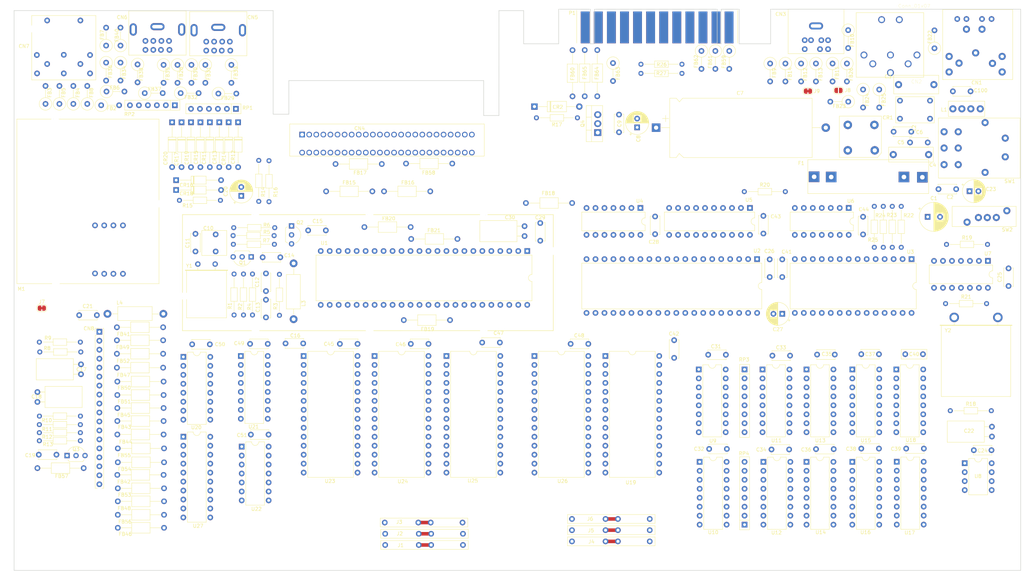
<source format=kicad_pcb>
(kicad_pcb (version 20171130) (host pcbnew 5.1.0)
  (layers (0 F.Cu signal) (31 B.Cu signal) (34 B.Paste user) (35 F.Paste user) (36 B.SilkS user) (37 F.SilkS user) (38 B.Mask user) (39 F.Mask user) (44 Edge.Cuts user))
  (net 0 "")
  (net 1 +5V)
  (net 2 GND)
  (net 3 "Net-(C3-Pad1)")
  (net 4 "Net-(C3-Pad2)")
  (net 5 9VAC2)
  (net 6 "Net-(C4-Pad1)")
  (net 7 +9V)
  (net 8 "Net-(C10-Pad1)")
  (net 9 "Net-(C12-Pad1)")
  (net 10 "Net-(C12-Pad2)")
  (net 11 "Net-(C14-Pad2)")
  (net 12 "Net-(C14-Pad1)")
  (net 13 "Net-(C15-Pad1)")
  (net 14 "Net-(C17-Pad2)")
  (net 15 "Net-(C17-Pad1)")
  (net 16 "Net-(C18-Pad2)")
  (net 17 "Net-(C20-Pad1)")
  (net 18 "Net-(C20-Pad2)")
  (net 19 "Net-(C21-Pad1)")
  (net 20 "Net-(C22-Pad1)")
  (net 21 "Net-(C23-Pad1)")
  (net 22 "Net-(C29-Pad1)")
  (net 23 ATN)
  (net 24 "Net-(CN2-Pad2)")
  (net 25 /CLK)
  (net 26 /DATA)
  (net 27 "Net-(CN2-Pad6)")
  (net 28 "Net-(CN3-Pad1)")
  (net 29 "Net-(CN3-Pad6)")
  (net 30 "Net-(CN3-Pad3)")
  (net 31 "Net-(CN3-Pad2)")
  (net 32 "Net-(CN3-Pad5)")
  (net 33 "Net-(CN3-Pad4)")
  (net 34 IRQ)
  (net 35 RW)
  (net 36 C1_HIGH)
  (net 37 C2_LOW)
  (net 38 C2_HIGH)
  (net 39 CS1)
  (net 40 CS0)
  (net 41 "Net-(CN4-Pad11)")
  (net 42 MUX)
  (net 43 BA)
  (net 44 /D7)
  (net 45 /D6)
  (net 46 /D5)
  (net 47 /D4)
  (net 48 /D3)
  (net 49 /D1)
  (net 50 /D2)
  (net 51 /D0)
  (net 52 AEC)
  (net 53 EXT_AUDIO)
  (net 54 "Net-(CN4-Pad24)")
  (net 55 /A0)
  (net 56 /A1)
  (net 57 /A2)
  (net 58 /A3)
  (net 59 /A4)
  (net 60 /A5)
  (net 61 /A6)
  (net 62 /A7)
  (net 63 /A8)
  (net 64 /A9)
  (net 65 /A10)
  (net 66 /A11)
  (net 67 /A12)
  (net 68 /A13)
  (net 69 /A14)
  (net 70 /A15)
  (net 71 "Net-(CN4-PadE)")
  (net 72 "Net-(CN4-PadD)")
  (net 73 BRESET)
  (net 74 C1_LOW)
  (net 75 "Net-(CN5-Pad7)")
  (net 76 "Net-(CN5-Pad8)")
  (net 77 "Net-(CN5-Pad6)")
  (net 78 "Net-(CN5-Pad1)")
  (net 79 "Net-(CN5-Pad3)")
  (net 80 "Net-(CN5-Pad2)")
  (net 81 "Net-(CN5-Pad5)")
  (net 82 "Net-(CN5-Pad4)")
  (net 83 "Net-(CN6-Pad7)")
  (net 84 "Net-(CN6-Pad4)")
  (net 85 "Net-(CN6-Pad2)")
  (net 86 "Net-(CN6-Pad3)")
  (net 87 "Net-(CN6-Pad1)")
  (net 88 "Net-(CN6-Pad6)")
  (net 89 "Net-(CN6-Pad8)")
  (net 90 "Net-(CN7-Pad6)")
  (net 91 "Net-(CN7-Pad1)")
  (net 92 "Net-(CN7-Pad3)")
  (net 93 "Net-(CN7-Pad2)")
  (net 94 "Net-(CN7-Pad5)")
  (net 95 "Net-(CN7-Pad4)")
  (net 96 "Net-(CN8-Pad1)")
  (net 97 "Net-(CN8-Pad2)")
  (net 98 "Net-(CN8-Pad4)")
  (net 99 "Net-(CN8-Pad6)")
  (net 100 "Net-(CN8-Pad7)")
  (net 101 "Net-(CN8-Pad8)")
  (net 102 "Net-(CN8-Pad9)")
  (net 103 "Net-(CN8-Pad10)")
  (net 104 "Net-(CN8-Pad11)")
  (net 105 "Net-(CN8-Pad12)")
  (net 106 "Net-(CN8-Pad13)")
  (net 107 "Net-(CN8-Pad14)")
  (net 108 "Net-(CN8-Pad15)")
  (net 109 "Net-(CN8-Pad16)")
  (net 110 "Net-(CN8-Pad17)")
  (net 111 "Net-(CN8-Pad18)")
  (net 112 9VAC1)
  (net 113 "Net-(CR2-Pad1)")
  (net 114 "Net-(CR11-Pad1)")
  (net 115 "Net-(CR11-Pad2)")
  (net 116 "Net-(CR12-Pad2)")
  (net 117 "Net-(CR12-Pad1)")
  (net 118 "Net-(CR13-Pad1)")
  (net 119 "Net-(CR13-Pad2)")
  (net 120 "Net-(CR14-Pad2)")
  (net 121 "Net-(CR14-Pad1)")
  (net 122 "Net-(CR15-Pad1)")
  (net 123 "Net-(CR15-Pad2)")
  (net 124 "Net-(CR16-Pad1)")
  (net 125 "Net-(CR17-Pad1)")
  (net 126 "Net-(CR18-Pad1)")
  (net 127 "Net-(CR19-Pad1)")
  (net 128 "Net-(CR20-Pad2)")
  (net 129 "Net-(CR20-Pad1)")
  (net 130 "Net-(F1-Pad2)")
  (net 131 "Net-(FB3-Pad2)")
  (net 132 "Net-(FB4-Pad2)")
  (net 133 "Net-(FB5-Pad2)")
  (net 134 CST_RD)
  (net 135 CST_WRT)
  (net 136 CST_SENSE)
  (net 137 "Net-(FB14-Pad1)")
  (net 138 RAS)
  (net 139 ϕ0)
  (net 140 /CAS)
  (net 141 "Net-(FB19-Pad1)")
  (net 142 SND)
  (net 143 "Net-(FB20-Pad1)")
  (net 144 LUM)
  (net 145 COLOR)
  (net 146 "Net-(FB21-Pad1)")
  (net 147 "Net-(FB41-Pad2)")
  (net 148 "Net-(FB42-Pad2)")
  (net 149 "Net-(FB43-Pad2)")
  (net 150 "Net-(FB44-Pad2)")
  (net 151 "Net-(FB45-Pad2)")
  (net 152 "Net-(FB46-Pad2)")
  (net 153 "Net-(FB47-Pad2)")
  (net 154 "Net-(FB48-Pad2)")
  (net 155 "Net-(FB53-Pad1)")
  (net 156 "Net-(FB54-Pad1)")
  (net 157 ϕ2)
  (net 158 "Net-(FB59-Pad1)")
  (net 159 "Net-(FB60-Pad1)")
  (net 160 "Net-(FB61-Pad1)")
  (net 161 "Net-(FB62-Pad1)")
  (net 162 "Net-(FB63-Pad1)")
  (net 163 "Net-(FB64-Pad1)")
  (net 164 "Net-(FB65-Pad1)")
  (net 165 "Net-(J1-Pad2)")
  (net 166 "Net-(J2-Pad2)")
  (net 167 "Net-(J3-Pad2)")
  (net 168 "Net-(J4-Pad2)")
  (net 169 "Net-(J5-Pad2)")
  (net 170 "Net-(J6-Pad2)")
  (net 171 "Net-(J7-Pad2)")
  (net 172 "Net-(L1-Pad4)")
  (net 173 "Net-(M1-Pad1)")
  (net 174 "Net-(P1-Pad5)")
  (net 175 "Net-(P1-Pad6)")
  (net 176 "Net-(P1-Pad7)")
  (net 177 "Net-(P1-Pad8)")
  (net 178 "Net-(P1-PadB)")
  (net 179 "Net-(P1-PadC)")
  (net 180 "Net-(P1-PadD)")
  (net 181 "Net-(P1-PadE)")
  (net 182 "Net-(P1-PadF)")
  (net 183 "Net-(P1-PadH)")
  (net 184 "Net-(P1-PadJ)")
  (net 185 "Net-(P1-PadK)")
  (net 186 "Net-(P1-PadL)")
  (net 187 "Net-(P1-PadM)")
  (net 188 CLK_IN)
  (net 189 "Net-(Q3-Pad1)")
  (net 190 RESET)
  (net 191 /A6_13)
  (net 192 "Net-(RP3-Pad7)")
  (net 193 /A4_11)
  (net 194 "Net-(RP3-Pad5)")
  (net 195 /A5_12)
  (net 196 "Net-(RP3-Pad3)")
  (net 197 /A0_14)
  (net 198 "Net-(RP3-Pad1)")
  (net 199 "Net-(RP4-Pad1)")
  (net 200 /A1_8)
  (net 201 "Net-(RP4-Pad3)")
  (net 202 /A3_10)
  (net 203 "Net-(RP4-Pad5)")
  (net 204 /A7_15)
  (net 205 "Net-(RP4-Pad7)")
  (net 206 /A2_9)
  (net 207 CST_MTR)
  (net 208 "Net-(U2-Pad28)")
  (net 209 "Net-(U2-Pad29)")
  (net 210 "Net-(U2-Pad30)")
  (net 211 "Net-(U3-Pad11)")
  (net 212 "Net-(U3-Pad8)")
  (net 213 "Net-(U3-Pad7)")
  (net 214 "Net-(U3-Pad6)")
  (net 215 "Net-(U3-Pad17)")
  (net 216 "Net-(U19-Pad15)")
  (net 217 "Net-(U3-Pad16)")
  (net 218 "Net-(U19-Pad16)")
  (net 219 "Net-(U7-Pad1)")
  (net 220 /A1_12)
  (net 221 "Net-(U19-Pad10)")
  (net 222 KERN)
  (net 223 KEY_CS)
  (net 224 ADDR_CLK)
  (net 225 "Net-(U20-Pad2)")
  (net 226 "Net-(U20-Pad3)")
  (net 227 "Net-(U20-Pad11)")
  (net 228 "Net-(U20-Pad4)")
  (net 229 "Net-(U20-Pad12)")
  (net 230 "Net-(U20-Pad5)")
  (net 231 "Net-(U20-Pad13)")
  (net 232 "Net-(U20-Pad14)")
  (net 233 "Net-(U21-Pad14)")
  (net 234 "Net-(U21-Pad3)")
  (net 235 "Net-(U21-Pad9)")
  (net 236 "Net-(FB24-Pad1)")
  (net 237 "Net-(J9-Pad1)")
  (net 238 "Net-(C100-Pad2)")
  (module Commodore:Switch-Pushbutton (layer F.Cu) (at 330.2889 103.0224 180)
    (fp_text reference SW2 (at -2.6 -3.2 180) (layer F.SilkS))
    (fp_text value SW_Push)
    (pad "" thru_hole circle (at 8.77 -1.07 180) (size 2 2) (drill 1) (layers *.Cu *.Mask))
    (pad 2 thru_hole circle (at 3.05 0.23 180) (size 2 2) (drill 1) (layers *.Cu *.Mask) (net 21 "Net-(C23-Pad1)"))
    (pad 1 thru_hole circle (at 0.5 0.24 180) (size 2 2) (drill 1) (layers *.Cu *.Mask) (net 2 GND))
    (pad "" thru_hole circle (at 5.56 0.23 180) (size 2 2) (drill 1) (layers *.Cu *.Mask))
    (pad "" thru_hole circle (at -2.48 2.16 180) (size 2 2) (drill 1) (layers *.Cu *.Mask))
  )
  (module Commodore:Resistor_Horizontal (layer F.Cu) (at 114.173 120.777 270)
    (fp_text reference R1 (at 7.023 1.173 270) (layer F.SilkS))
    (fp_text value 4k7)
    (pad 2 thru_hole oval (at 9.6 0 270) (size 1.4 1.4) (drill 0.7) (layers *.Cu *.Mask) (net 2 GND))
    (pad 1 thru_hole circle (at -2 0 270) (size 1.4 1.4) (drill 0.7) (layers *.Cu *.Mask) (net 10 "Net-(C12-Pad2)"))
  )
  (module Commodore:Resistor_Horizontal (layer F.Cu) (at 116.84 120.777 270)
    (fp_text reference R2 (at 7.223 0.94 270) (layer F.SilkS))
    (fp_text value 10k)
    (pad 2 thru_hole oval (at 9.6 0 270) (size 1.4 1.4) (drill 0.7) (layers *.Cu *.Mask) (net 10 "Net-(C12-Pad2)"))
    (pad 1 thru_hole circle (at -2 0 270) (size 1.4 1.4) (drill 0.7) (layers *.Cu *.Mask) (net 13 "Net-(C15-Pad1)"))
  )
  (module Commodore:Resistor_Horizontal (layer F.Cu) (at 127 128.4732 90)
    (fp_text reference R3 (at 0.5732 -1.1 90) (layer F.SilkS))
    (fp_text value 470)
    (pad 2 thru_hole oval (at 9.6 0 90) (size 1.4 1.4) (drill 0.7) (layers *.Cu *.Mask) (net 11 "Net-(C14-Pad2)"))
    (pad 1 thru_hole circle (at -2 0 90) (size 1.4 1.4) (drill 0.7) (layers *.Cu *.Mask) (net 13 "Net-(C15-Pad1)"))
  )
  (module Commodore:Resistor_Horizontal (layer F.Cu) (at 119.38 120.777 270)
    (fp_text reference R4 (at 7.223 0.88 270) (layer F.SilkS))
    (fp_text value 220)
    (pad 2 thru_hole oval (at 9.6 0 270) (size 1.4 1.4) (drill 0.7) (layers *.Cu *.Mask) (net 2 GND))
    (pad 1 thru_hole circle (at -2 0 270) (size 1.4 1.4) (drill 0.7) (layers *.Cu *.Mask) (net 9 "Net-(C12-Pad1)"))
  )
  (module Commodore:Resistor_Horizontal (layer F.Cu) (at 123.5 107.9 180)
    (fp_text reference R5 (at 0.1 1 180) (layer F.SilkS))
    (fp_text value 18k)
    (pad 2 thru_hole oval (at 9.6 0 180) (size 1.4 1.4) (drill 0.7) (layers *.Cu *.Mask) (net 12 "Net-(C14-Pad1)"))
    (pad 1 thru_hole circle (at -2 0 180) (size 1.4 1.4) (drill 0.7) (layers *.Cu *.Mask) (net 13 "Net-(C15-Pad1)"))
  )
  (module Commodore:Resistor_Horizontal (layer F.Cu) (at 116.078 105.664)
    (fp_text reference R6 (at 7.322 -0.764) (layer F.SilkS))
    (fp_text value 1k5)
    (pad 2 thru_hole oval (at 9.6 0) (size 1.4 1.4) (drill 0.7) (layers *.Cu *.Mask) (net 2 GND))
    (pad 1 thru_hole circle (at -2 0) (size 1.4 1.4) (drill 0.7) (layers *.Cu *.Mask) (net 12 "Net-(C14-Pad1)"))
  )
  (module Commodore:Resistor_Horizontal (layer F.Cu) (at 123.571 110.363 180)
    (fp_text reference R7 (at 0.271 1.063 180) (layer F.SilkS))
    (fp_text value 470)
    (pad 2 thru_hole oval (at 9.6 0 180) (size 1.4 1.4) (drill 0.7) (layers *.Cu *.Mask) (net 188 CLK_IN))
    (pad 1 thru_hole circle (at -2 0 180) (size 1.4 1.4) (drill 0.7) (layers *.Cu *.Mask) (net 13 "Net-(C15-Pad1)"))
  )
  (module Commodore:Resistor_Horizontal (layer F.Cu) (at 61.214 140.843)
    (fp_text reference R8 (at 0.086 -1.043) (layer F.SilkS))
    (fp_text value 100k)
    (pad 2 thru_hole oval (at 9.6 0) (size 1.4 1.4) (drill 0.7) (layers *.Cu *.Mask) (net 2 GND))
    (pad 1 thru_hole circle (at -2 0) (size 1.4 1.4) (drill 0.7) (layers *.Cu *.Mask) (net 53 EXT_AUDIO))
  )
  (module Commodore:Resistor_Horizontal (layer F.Cu) (at 61.087 138.049)
    (fp_text reference R9 (at 0.413 -1.149) (layer F.SilkS))
    (fp_text value 1k)
    (pad 2 thru_hole oval (at 9.6 0) (size 1.4 1.4) (drill 0.7) (layers *.Cu *.Mask) (net 53 EXT_AUDIO))
    (pad 1 thru_hole circle (at -2 0) (size 1.4 1.4) (drill 0.7) (layers *.Cu *.Mask) (net 14 "Net-(C17-Pad2)"))
  )
  (module Commodore:Resistor_Horizontal (layer F.Cu) (at 68.707 159.004 180)
    (fp_text reference R10 (at 7.507 -1.196 180) (layer F.SilkS))
    (fp_text value 1k)
    (pad 2 thru_hole oval (at 9.6 0 180) (size 1.4 1.4) (drill 0.7) (layers *.Cu *.Mask) (net 16 "Net-(C18-Pad2)"))
    (pad 1 thru_hole circle (at -2 0 180) (size 1.4 1.4) (drill 0.7) (layers *.Cu *.Mask) (net 142 SND))
  )
  (module Commodore:Resistor_Horizontal (layer F.Cu) (at 61.087 161.417)
    (fp_text reference R11 (at 0.213 1.283) (layer F.SilkS))
    (fp_text value 12k)
    (pad 2 thru_hole oval (at 9.6 0) (size 1.4 1.4) (drill 0.7) (layers *.Cu *.Mask) (net 2 GND))
    (pad 1 thru_hole circle (at -2 0) (size 1.4 1.4) (drill 0.7) (layers *.Cu *.Mask) (net 15 "Net-(C17-Pad1)"))
  )
  (module Commodore:Resistor_Horizontal (layer F.Cu) (at 61.087 163.703)
    (fp_text reference R12 (at 0.213 1.197) (layer F.SilkS))
    (fp_text value 1k)
    (pad 2 thru_hole oval (at 9.6 0) (size 1.4 1.4) (drill 0.7) (layers *.Cu *.Mask) (net 15 "Net-(C17-Pad1)"))
    (pad 1 thru_hole circle (at -2 0) (size 1.4 1.4) (drill 0.7) (layers *.Cu *.Mask) (net 1 +5V))
  )
  (module Commodore:Resistor_Horizontal (layer F.Cu) (at 61.087 165.989)
    (fp_text reference R13 (at 0.413 1.011) (layer F.SilkS))
    (fp_text value 1k)
    (pad 2 thru_hole oval (at 9.6 0) (size 1.4 1.4) (drill 0.7) (layers *.Cu *.Mask) (net 15 "Net-(C17-Pad1)"))
    (pad 1 thru_hole circle (at -2 0) (size 1.4 1.4) (drill 0.7) (layers *.Cu *.Mask) (net 189 "Net-(Q3-Pad1)"))
  )
  (module Commodore:Resistor_Horizontal (layer F.Cu) (at 121.158 96.2152 90)
    (fp_text reference R14 (at 0.7152 1.242 90) (layer F.SilkS))
    (fp_text value 240)
    (pad 2 thru_hole oval (at 9.6 0 90) (size 1.4 1.4) (drill 0.7) (layers *.Cu *.Mask) (net 173 "Net-(M1-Pad1)"))
    (pad 1 thru_hole circle (at -2 0 90) (size 1.4 1.4) (drill 0.7) (layers *.Cu *.Mask) (net 17 "Net-(C20-Pad1)"))
  )
  (module Commodore:Resistor_Horizontal (layer F.Cu) (at 100.711 97.917)
    (fp_text reference R15 (at 0.289 1.483) (layer F.SilkS))
    (fp_text value 240)
    (pad 2 thru_hole oval (at 9.6 0) (size 1.4 1.4) (drill 0.7) (layers *.Cu *.Mask) (net 2 GND))
    (pad 1 thru_hole circle (at -2 0) (size 1.4 1.4) (drill 0.7) (layers *.Cu *.Mask) (net 17 "Net-(C20-Pad1)"))
  )
  (module Commodore:Resistor_Horizontal (layer F.Cu) (at 124.0536 88.6968 270)
    (fp_text reference R16 (at 6.9032 -1.8464 270) (layer F.SilkS))
    (fp_text value 100k)
    (pad 2 thru_hole oval (at 9.6 0 270) (size 1.4 1.4) (drill 0.7) (layers *.Cu *.Mask) (net 2 GND))
    (pad 1 thru_hole circle (at -2 0 270) (size 1.4 1.4) (drill 0.7) (layers *.Cu *.Mask) (net 18 "Net-(C20-Pad2)"))
  )
  (module Commodore:Resistor_Horizontal (layer F.Cu) (at 209.296 74.549 180)
    (fp_text reference R17 (at 3.81 -1.92 180) (layer F.SilkS))
    (fp_text value 1k5)
    (pad 2 thru_hole oval (at 9.6 0 180) (size 1.4 1.4) (drill 0.7) (layers *.Cu *.Mask) (net 113 "Net-(CR2-Pad1)"))
    (pad 1 thru_hole circle (at -2 0 180) (size 1.4 1.4) (drill 0.7) (layers *.Cu *.Mask) (net 7 +9V))
  )
  (module Commodore:Resistor_Horizontal (layer F.Cu) (at 318.77 157.48)
    (fp_text reference R18 (at 3.81 -1.92) (layer F.SilkS))
    (fp_text value 47k)
    (pad 2 thru_hole oval (at 9.6 0) (size 1.4 1.4) (drill 0.7) (layers *.Cu *.Mask) (net 20 "Net-(C22-Pad1)"))
    (pad 1 thru_hole circle (at -2 0) (size 1.4 1.4) (drill 0.7) (layers *.Cu *.Mask) (net 1 +5V))
  )
  (module Commodore:Resistor_Horizontal (layer F.Cu) (at 325.3 110.4 180)
    (fp_text reference R19 (at 3.8 1.9 180) (layer F.SilkS))
    (fp_text value 100k)
    (pad 2 thru_hole oval (at 9.6 0 180) (size 1.4 1.4) (drill 0.7) (layers *.Cu *.Mask) (net 1 +5V))
    (pad 1 thru_hole circle (at -2 0 180) (size 1.4 1.4) (drill 0.7) (layers *.Cu *.Mask) (net 21 "Net-(C23-Pad1)"))
  )
  (module Commodore:Resistor_Horizontal (layer F.Cu) (at 260.5024 95.4532)
    (fp_text reference R20 (at 3.81 -1.92) (layer F.SilkS))
    (fp_text value 3k)
    (pad 2 thru_hole oval (at 9.6 0) (size 1.4 1.4) (drill 0.7) (layers *.Cu *.Mask) (net 34 IRQ))
    (pad 1 thru_hole circle (at -2 0) (size 1.4 1.4) (drill 0.7) (layers *.Cu *.Mask) (net 1 +5V))
  )
  (module Commodore:Resistor_Horizontal (layer F.Cu) (at 317.4365 127.1524)
    (fp_text reference R21 (at 3.81 -1.92) (layer F.SilkS))
    (fp_text value 1k)
    (pad 2 thru_hole oval (at 9.6 0) (size 1.4 1.4) (drill 0.7) (layers *.Cu *.Mask) (net 1 +5V))
    (pad 1 thru_hole circle (at -2 0) (size 1.4 1.4) (drill 0.7) (layers *.Cu *.Mask) (net 190 RESET))
  )
  (module Commodore:Resistor_Horizontal (layer F.Cu) (at 302.895 109.22 90)
    (fp_text reference R22 (at 7.02 2.105 180) (layer F.SilkS))
    (fp_text value 1k)
    (pad 2 thru_hole oval (at 9.6 0 90) (size 1.4 1.4) (drill 0.7) (layers *.Cu *.Mask) (net 73 BRESET))
    (pad 1 thru_hole circle (at -2 0 90) (size 1.4 1.4) (drill 0.7) (layers *.Cu *.Mask) (net 1 +5V))
  )
  (module Commodore:Resistor_Horizontal (layer F.Cu) (at 300.355 109.22 90)
    (fp_text reference R23 (at 7.12 -0.155 180) (layer F.SilkS))
    (fp_text value 1k)
    (pad 2 thru_hole oval (at 9.6 0 90) (size 1.4 1.4) (drill 0.7) (layers *.Cu *.Mask) (net 23 ATN))
    (pad 1 thru_hole circle (at -2 0 90) (size 1.4 1.4) (drill 0.7) (layers *.Cu *.Mask) (net 1 +5V))
  )
  (module Commodore:Resistor_Horizontal (layer F.Cu) (at 297.815 109.22 90)
    (fp_text reference R24 (at 7.02 -0.815 180) (layer F.SilkS))
    (fp_text value 1k)
    (pad 2 thru_hole oval (at 9.6 0 90) (size 1.4 1.4) (drill 0.7) (layers *.Cu *.Mask) (net 236 "Net-(FB24-Pad1)"))
    (pad 1 thru_hole circle (at -2 0 90) (size 1.4 1.4) (drill 0.7) (layers *.Cu *.Mask) (net 1 +5V))
  )
  (module Commodore:Resistor_Horizontal (layer F.Cu) (at 295.275 109.22 90)
    (fp_text reference R25 (at 0.12 -0.375 180) (layer F.SilkS))
    (fp_text value 1k)
    (pad 2 thru_hole oval (at 9.6 0 90) (size 1.4 1.4) (drill 0.7) (layers *.Cu *.Mask) (net 135 CST_WRT))
    (pad 1 thru_hole circle (at -2 0 90) (size 1.4 1.4) (drill 0.7) (layers *.Cu *.Mask) (net 1 +5V))
  )
  (module Commodore:Resistor_Horizontal (layer F.Cu) (at 238.8616 59.3852 180)
    (fp_text reference R26 (at 3.7338 -0.1016 180) (layer F.SilkS))
    (fp_text value 10K)
    (pad 2 thru_hole oval (at 9.6 0 180) (size 1.4 1.4) (drill 0.7) (layers *.Cu *.Mask) (net 186 "Net-(P1-PadL)"))
    (pad 1 thru_hole circle (at -2 0 180) (size 1.4 1.4) (drill 0.7) (layers *.Cu *.Mask) (net 1 +5V))
  )
  (module Commodore:Resistor_Horizontal (layer F.Cu) (at 238.8616 61.976 180)
    (fp_text reference R27 (at 3.8354 0 180) (layer F.SilkS))
    (fp_text value 10K)
    (pad 2 thru_hole oval (at 9.6 0 180) (size 1.4 1.4) (drill 0.7) (layers *.Cu *.Mask) (net 183 "Net-(P1-PadH)"))
    (pad 1 thru_hole circle (at -2 0 180) (size 1.4 1.4) (drill 0.7) (layers *.Cu *.Mask) (net 1 +5V))
  )
  (module Commodore:Connector_Power_4pin_251614_01 (layer F.Cu) (at 334.54086 43.77436 180)
    (fp_text reference CN1 (at 10.287 -20.828 180) (layer F.SilkS))
    (fp_text value Conn_01x04)
    (pad 1 thru_hole circle (at 8.8 -5.7 270) (size 2 2) (drill 1) (layers *.Cu *.Mask) (net 238 "Net-(C100-Pad2)"))
    (pad 1 thru_hole circle (at 13.2 -5.7 270) (size 2 2) (drill 1) (layers *.Cu *.Mask) (net 238 "Net-(C100-Pad2)"))
    (pad 1 thru_hole oval (at 6.1 -2.8 270) (size 1.6 1.6) (drill 0.8) (layers *.Cu *.Mask) (net 238 "Net-(C100-Pad2)"))
    (pad 1 thru_hole oval (at 15.8 -2.8 270) (size 1.6 1.6) (drill 0.8) (layers *.Cu *.Mask) (net 238 "Net-(C100-Pad2)"))
    (pad 4 thru_hole circle (at 18.1 -17.8 270) (size 2.03 2.03) (drill 1.02) (layers *.Cu *.Mask) (net 4 "Net-(C3-Pad2)"))
    (pad 4 thru_hole circle (at 3.1 -17.8 270) (size 2.03 2.03) (drill 1.02) (layers *.Cu *.Mask) (net 4 "Net-(C3-Pad2)"))
    (pad 2 thru_hole circle (at 15.3 -15.3 270) (size 2.03 2.03) (drill 1.02) (layers *.Cu *.Mask) (net 2 GND))
    (pad 3 thru_hole circle (at 5.842 -15.367 270) (size 2.03 2.03) (drill 1.02) (layers *.Cu *.Mask) (net 3 "Net-(C3-Pad1)"))
    (pad 1 thru_hole circle (at 10.6 -12.4 270) (size 2.03 2.03) (drill 1.02) (layers *.Cu *.Mask) (net 238 "Net-(C100-Pad2)"))
    (pad 1 thru_hole circle (at 18.1 -13.4 270) (size 2.03 2.03) (drill 1.02) (layers *.Cu *.Mask) (net 238 "Net-(C100-Pad2)"))
    (pad 1 thru_hole circle (at 3.1 -13.4 270) (size 2.03 2.03) (drill 1.02) (layers *.Cu *.Mask) (net 238 "Net-(C100-Pad2)"))
    (pad 1 thru_hole oval (at 8.8 -2.8 270) (size 1.6 1.6) (drill 0.8) (layers *.Cu *.Mask) (net 238 "Net-(C100-Pad2)"))
    (pad 1 thru_hole oval (at 13.2 -2.8 270) (size 1.6 1.6) (drill 0.8) (layers *.Cu *.Mask) (net 238 "Net-(C100-Pad2)"))
  )
  (module Capacitor_THT:C_Disc_D5.0mm_W2.5mm_P5.00mm (layer F.Cu) (at 58.928 169.926)
    (fp_text reference C19 (at -2.428 0.174) (layer F.SilkS))
    (fp_text value 2700p)
    (pad 2 thru_hole circle (at 5 0) (size 1.6 1.6) (drill 0.8) (layers *.Cu *.Mask) (net 2 GND))
    (pad 1 thru_hole circle (at 0 0) (size 1.6 1.6) (drill 0.8) (layers *.Cu *.Mask) (net 15 "Net-(C17-Pad1)"))
  )
  (module Commodore:Ferrite_Bead_L5.0mm_D3.6mm_P13.00mm_Horizontal (layer F.Cu) (at 60.071 173.736)
    (fp_text reference FB57 (at 5.329 2.264) (layer F.SilkS))
    (fp_text value Ferrite_Bead_Small)
    (pad 2 thru_hole oval (at 11.557 0) (size 1.6 1.6) (drill 0.85) (layers *.Cu *.Mask) (net 98 "Net-(CN8-Pad4)"))
    (pad 1 thru_hole circle (at -1.524 0) (size 1.6 1.6) (drill 0.85) (layers *.Cu *.Mask) (net 1 +5V))
  )
  (module Commodore:Connector_DIN_Female_6Pin_3rows (layer F.Cu) (at 299.847 56.769 180)
    (fp_text reference CN2 (at -7.373 -7.5483 180) (layer F.SilkS) (effects (font (size 1.00176 1.00176) (thickness 0.05))))
    (fp_text value Conn_01x07 (at -6.73069 13.8768 180) (layer F.SilkS) (effects (font (size 1.00084 1.00084) (thickness 0.05))))
    (pad 6 thru_hole circle (at 0 -5 180) (size 1.95 1.95) (drill 1.3) (layers *.Cu *.Mask) (net 27 "Net-(CN2-Pad6)"))
    (pad S2 thru_hole circle (at 2.5 10 180) (size 1.95 1.95) (drill 1.3) (layers *.Cu *.Mask))
    (pad S1 thru_hole circle (at -2.5 10 180) (size 1.95 1.95) (drill 1.3) (layers *.Cu *.Mask))
    (pad 5 thru_hole circle (at -7.5 0 180) (size 1.95 1.95) (drill 1.3) (layers *.Cu *.Mask) (net 26 /DATA))
    (pad 4 thru_hole circle (at -5 -2.5 180) (size 1.95 1.95) (drill 1.3) (layers *.Cu *.Mask) (net 25 /CLK))
    (pad 1 thru_hole circle (at 7.5 0 180) (size 1.95 1.95) (drill 1.3) (layers *.Cu *.Mask))
    (pad 2 thru_hole circle (at 5 -2.5 180) (size 1.95 1.95) (drill 1.3) (layers *.Cu *.Mask) (net 24 "Net-(CN2-Pad2)"))
    (pad 3 thru_hole circle (at 0 0 180) (size 1.95 1.95) (drill 1.3) (layers *.Cu *.Mask) (net 23 ATN))
  )
  (module Commodore:Connector_DIN_Female_8Pin_3rows (layer F.Cu) (at 66 56.9 90)
    (fp_text reference CN7 (at 2.623 -11.259 180) (layer F.SilkS))
    (fp_text value Conn_01x08)
    (pad 3 thru_hole circle (at -2.413 -4.699 90) (size 1.6 1.6) (drill 0.8) (layers *.Cu *.Mask) (net 92 "Net-(CN7-Pad3)"))
    (pad 6 thru_hole circle (at 9.906 -4.699 90) (size 1.6 1.6) (drill 0.8) (layers *.Cu *.Mask) (net 90 "Net-(CN7-Pad6)"))
    (pad 7 thru_hole circle (at 9.906 4.699 90) (size 1.6 1.6) (drill 0.8) (layers *.Cu *.Mask))
    (pad 4 thru_hole circle (at -5.08 7.4295 90) (size 1.6 1.6) (drill 0.8) (layers *.Cu *.Mask) (net 95 "Net-(CN7-Pad4)"))
    (pad 5 thru_hole circle (at 0.1905 0 90) (size 1.6 1.6) (drill 0.8) (layers *.Cu *.Mask) (net 94 "Net-(CN7-Pad5)"))
    (pad 2 thru_hole circle (at -5.08 0 90) (size 1.6 1.6) (drill 0.8) (layers *.Cu *.Mask) (net 93 "Net-(CN7-Pad2)"))
    (pad 3 thru_hole circle (at -2.413 4.699 90) (size 1.6 1.6) (drill 0.8) (layers *.Cu *.Mask) (net 92 "Net-(CN7-Pad3)"))
    (pad 1 thru_hole circle (at -5.08 -7.5565 90) (size 1.6 1.6) (drill 0.8) (layers *.Cu *.Mask) (net 91 "Net-(CN7-Pad1)"))
    (pad 6 thru_hole circle (at 0.127 -7.62 90) (size 1.6 1.6) (drill 0.8) (layers *.Cu *.Mask) (net 90 "Net-(CN7-Pad6)"))
    (pad 8 thru_hole circle (at 0.127 7.4295 90) (size 1.6 1.6) (drill 0.8) (layers *.Cu *.Mask))
  )
  (module Commodore:50Pin_Edge_Connector (layer F.Cu) (at 139.4302 79.2988)
    (fp_text reference CN4 (at 10.25 -1.75) (layer F.SilkS))
    (fp_text value 50PinEdge)
    (pad A thru_hole circle (at 42 5.1) (size 1.6 1.6) (drill 1) (layers *.Cu *.Mask) (net 2 GND))
    (pad B thru_hole circle (at 40 5.1) (size 1.6 1.6) (drill 1) (layers *.Cu *.Mask) (net 74 C1_LOW))
    (pad C thru_hole circle (at 38 5.1) (size 1.6 1.6) (drill 1) (layers *.Cu *.Mask) (net 73 BRESET))
    (pad D thru_hole circle (at 36 5.1) (size 1.6 1.6) (drill 1) (layers *.Cu *.Mask) (net 72 "Net-(CN4-PadD)"))
    (pad E thru_hole circle (at 34 5.1) (size 1.6 1.6) (drill 1) (layers *.Cu *.Mask) (net 71 "Net-(CN4-PadE)"))
    (pad F thru_hole circle (at 32 5.1) (size 1.6 1.6) (drill 1) (layers *.Cu *.Mask) (net 70 /A15))
    (pad H thru_hole circle (at 30 5.1) (size 1.6 1.6) (drill 1) (layers *.Cu *.Mask) (net 69 /A14))
    (pad J thru_hole circle (at 28 5.1) (size 1.6 1.6) (drill 1) (layers *.Cu *.Mask) (net 68 /A13))
    (pad K thru_hole circle (at 26 5.1) (size 1.6 1.6) (drill 1) (layers *.Cu *.Mask) (net 67 /A12))
    (pad L thru_hole circle (at 24 5.1) (size 1.6 1.6) (drill 1) (layers *.Cu *.Mask) (net 66 /A11))
    (pad M thru_hole circle (at 22 5.1) (size 1.6 1.6) (drill 1) (layers *.Cu *.Mask) (net 65 /A10))
    (pad N thru_hole circle (at 20 5.1) (size 1.6 1.6) (drill 1) (layers *.Cu *.Mask) (net 64 /A9))
    (pad P thru_hole circle (at 18 5.1) (size 1.6 1.6) (drill 1) (layers *.Cu *.Mask) (net 63 /A8))
    (pad R thru_hole circle (at 16 5.1) (size 1.6 1.6) (drill 1) (layers *.Cu *.Mask) (net 62 /A7))
    (pad S thru_hole circle (at 14 5.1) (size 1.6 1.6) (drill 1) (layers *.Cu *.Mask) (net 61 /A6))
    (pad T thru_hole circle (at 12 5.1) (size 1.6 1.6) (drill 1) (layers *.Cu *.Mask) (net 60 /A5))
    (pad U thru_hole circle (at 10 5.1) (size 1.6 1.6) (drill 1) (layers *.Cu *.Mask) (net 59 /A4))
    (pad V thru_hole circle (at 8 5.1) (size 1.6 1.6) (drill 1) (layers *.Cu *.Mask) (net 58 /A3))
    (pad W thru_hole circle (at 6 5.1) (size 1.6 1.6) (drill 1) (layers *.Cu *.Mask) (net 57 /A2))
    (pad X thru_hole circle (at 4 5.1) (size 1.6 1.6) (drill 1) (layers *.Cu *.Mask) (net 56 /A1))
    (pad Y thru_hole circle (at 2 5.1) (size 1.6 1.6) (drill 1) (layers *.Cu *.Mask) (net 55 /A0))
    (pad Z thru_hole circle (at 0 5.1) (size 1.6 1.6) (drill 1) (layers *.Cu *.Mask))
    (pad AA thru_hole circle (at -2 5.1) (size 1.6 1.6) (drill 1) (layers *.Cu *.Mask))
    (pad BB thru_hole circle (at -4 5.1) (size 1.6 1.6) (drill 1) (layers *.Cu *.Mask))
    (pad CC thru_hole circle (at -6 5.1) (size 1.6 1.6) (drill 1) (layers *.Cu *.Mask) (net 2 GND))
    (pad 25 thru_hole circle (at 42 0) (size 1.6 1.6) (drill 1) (layers *.Cu *.Mask) (net 2 GND))
    (pad 24 thru_hole circle (at 40 0) (size 1.6 1.6) (drill 1) (layers *.Cu *.Mask) (net 54 "Net-(CN4-Pad24)"))
    (pad 23 thru_hole circle (at 38 0) (size 1.6 1.6) (drill 1) (layers *.Cu *.Mask) (net 53 EXT_AUDIO))
    (pad 22 thru_hole circle (at 36 0) (size 1.6 1.6) (drill 1) (layers *.Cu *.Mask) (net 52 AEC))
    (pad 21 thru_hole circle (at 34 0) (size 1.6 1.6) (drill 1) (layers *.Cu *.Mask) (net 51 /D0))
    (pad 19 thru_hole circle (at 30 0) (size 1.6 1.6) (drill 1) (layers *.Cu *.Mask) (net 50 /D2))
    (pad 20 thru_hole circle (at 32 0) (size 1.6 1.6) (drill 1) (layers *.Cu *.Mask) (net 49 /D1))
    (pad 18 thru_hole circle (at 28 0) (size 1.6 1.6) (drill 1) (layers *.Cu *.Mask) (net 48 /D3))
    (pad 17 thru_hole circle (at 26 0) (size 1.6 1.6) (drill 1) (layers *.Cu *.Mask) (net 47 /D4))
    (pad 16 thru_hole circle (at 24 0) (size 1.6 1.6) (drill 1) (layers *.Cu *.Mask) (net 46 /D5))
    (pad 15 thru_hole circle (at 22 0) (size 1.6 1.6) (drill 1) (layers *.Cu *.Mask) (net 45 /D6))
    (pad 14 thru_hole circle (at 20 0) (size 1.6 1.6) (drill 1) (layers *.Cu *.Mask) (net 44 /D7))
    (pad 13 thru_hole circle (at 18 0) (size 1.6 1.6) (drill 1) (layers *.Cu *.Mask) (net 43 BA))
    (pad 12 thru_hole circle (at 16 0) (size 1.6 1.6) (drill 1) (layers *.Cu *.Mask) (net 42 MUX))
    (pad 11 thru_hole circle (at 14 0) (size 1.6 1.6) (drill 1) (layers *.Cu *.Mask) (net 41 "Net-(CN4-Pad11)"))
    (pad 10 thru_hole circle (at 12 0) (size 1.6 1.6) (drill 1) (layers *.Cu *.Mask) (net 40 CS0))
    (pad 9 thru_hole circle (at 10 0) (size 1.6 1.6) (drill 1) (layers *.Cu *.Mask) (net 39 CS1))
    (pad 8 thru_hole circle (at 8 0) (size 1.6 1.6) (drill 1) (layers *.Cu *.Mask) (net 38 C2_HIGH))
    (pad 7 thru_hole circle (at 6 0) (size 1.6 1.6) (drill 1) (layers *.Cu *.Mask) (net 37 C2_LOW))
    (pad 6 thru_hole circle (at 4 0) (size 1.6 1.6) (drill 1) (layers *.Cu *.Mask) (net 36 C1_HIGH))
    (pad 5 thru_hole circle (at 2 0) (size 1.6 1.6) (drill 1) (layers *.Cu *.Mask) (net 35 RW))
    (pad 4 thru_hole circle (at 0 0) (size 1.6 1.6) (drill 1) (layers *.Cu *.Mask) (net 34 IRQ))
    (pad 3 thru_hole circle (at -2 0) (size 1.6 1.6) (drill 1) (layers *.Cu *.Mask) (net 1 +5V))
    (pad 2 thru_hole circle (at -4 0) (size 1.6 1.6) (drill 1) (layers *.Cu *.Mask) (net 1 +5V))
    (pad 1 thru_hole rect (at -6 0) (size 1.6 1.6) (drill 1) (layers *.Cu *.Mask) (net 2 GND))
  )
  (module Commodore:Noise_Filter (layer F.Cu) (at 312.039 75.692 180)
    (fp_text reference L2 (at 5.5064 -1.7332 270) (layer F.SilkS))
    (fp_text value EMI_Filter_CommonMode)
    (pad 1 thru_hole oval (at 1 0.9 180) (size 1.6 1.6) (drill 0.8) (layers *.Cu *.Mask) (net 3 "Net-(C3-Pad1)"))
    (pad 4 thru_hole oval (at 9.5 6 180) (size 1.6 1.6) (drill 0.8) (layers *.Cu *.Mask) (net 5 9VAC2))
    (pad 3 thru_hole oval (at 1 6 180) (size 1.6 1.6) (drill 0.8) (layers *.Cu *.Mask) (net 4 "Net-(C3-Pad2)"))
    (pad 2 thru_hole oval (at 9.5 0.9 180) (size 1.6 1.6) (drill 0.8) (layers *.Cu *.Mask) (net 6 "Net-(C4-Pad1)"))
  )
  (module Commodore:Switch-Rocker (layer F.Cu) (at 318.516 76.708)
    (fp_text reference SW1 (at 15.084 15.792) (layer F.SilkS))
    (fp_text value SW_DPST)
    (pad 3 thru_hole circle (at -3.5 11.1) (size 2 2) (drill 1) (layers *.Cu *.Mask) (net 172 "Net-(L1-Pad4)"))
    (pad 2 thru_hole circle (at -3.5 6.4) (size 2 2) (drill 1) (layers *.Cu *.Mask) (net 130 "Net-(F1-Pad2)"))
    (pad 1 thru_hole circle (at -3.5 1.8) (size 2 2) (drill 1) (layers *.Cu *.Mask) (net 6 "Net-(C4-Pad1)"))
    (pad 6 thru_hole circle (at 0.5 11.1) (size 2 2) (drill 1) (layers *.Cu *.Mask))
    (pad 5 thru_hole circle (at 0.5 6.4) (size 2 2) (drill 1) (layers *.Cu *.Mask))
    (pad "" thru_hole circle (at 8.1 13.3) (size 2 2) (drill 1) (layers *.Cu *.Mask))
    (pad "" thru_hole circle (at 13.8 3.6) (size 2 2) (drill 1) (layers *.Cu *.Mask))
    (pad "" thru_hole circle (at 8.1 -0.8) (size 2 2) (drill 1) (layers *.Cu *.Mask))
    (pad "" thru_hole circle (at 13.8 8.9) (size 2 2) (drill 1) (layers *.Cu *.Mask))
    (pad 4 thru_hole circle (at 0.5 1.8) (size 2 2) (drill 1) (layers *.Cu *.Mask) (net 1 +5V))
  )
  (module Commodore:Connector_Mini-DIN_Female_8Pin_2rows (layer F.Cu) (at 108.4 52.6 180)
    (fp_text reference CN5 (at -11.042 6.497 180) (layer F.SilkS))
    (fp_text value Conn_01x08)
    (pad 7 thru_hole circle (at -2.286 -2.921 180) (size 1.6 1.6) (drill 0.8) (layers *.Cu *.Mask) (net 75 "Net-(CN5-Pad7)"))
    (pad 4 thru_hole circle (at -4.699 -2.921 180) (size 1.6 1.6) (drill 0.8) (layers *.Cu *.Mask) (net 82 "Net-(CN5-Pad4)"))
    (pad 5 thru_hole circle (at -0.127 -0.381 180) (size 1.6 1.6) (drill 0.8) (layers *.Cu *.Mask) (net 81 "Net-(CN5-Pad5)"))
    (pad 7 thru_hole oval (at -8.15 2.85 180) (size 2 3.5) (drill oval 1 2.5) (layers *.Cu *.Mask) (net 75 "Net-(CN5-Pad7)"))
    (pad 7 thru_hole oval (at 5.55 2.85 180) (size 2 3.5) (drill oval 1 2.5) (layers *.Cu *.Mask) (net 75 "Net-(CN5-Pad7)"))
    (pad 2 thru_hole circle (at -2.413 -0.381 180) (size 1.6 1.6) (drill 0.8) (layers *.Cu *.Mask) (net 80 "Net-(CN5-Pad2)"))
    (pad 3 thru_hole circle (at 2.1 -0.381 180) (size 1.6 1.6) (drill 0.8) (layers *.Cu *.Mask) (net 79 "Net-(CN5-Pad3)"))
    (pad 1 thru_hole circle (at -4.572 -0.381 180) (size 1.6 1.6) (drill 0.8) (layers *.Cu *.Mask) (net 78 "Net-(CN5-Pad1)"))
    (pad 6 thru_hole circle (at 2.1 -2.921 180) (size 1.6 1.6) (drill 0.8) (layers *.Cu *.Mask) (net 77 "Net-(CN5-Pad6)"))
    (pad 8 thru_hole circle (at -0.127 -2.921 180) (size 1.6 1.6) (drill 0.8) (layers *.Cu *.Mask) (net 76 "Net-(CN5-Pad8)"))
    (pad 7 thru_hole oval (at -1.3 3.65 180) (size 4 2) (drill oval 3 1) (layers *.Cu *.Mask) (net 75 "Net-(CN5-Pad7)"))
  )
  (module Commodore:Connector_Mini-DIN_Female_8Pin_2rows (layer F.Cu) (at 91.2 52.4 180)
    (fp_text reference CN6 (at 8.7 6.3 180) (layer F.SilkS))
    (fp_text value Conn_01x08)
    (pad 7 thru_hole circle (at -2.286 -2.921 180) (size 1.6 1.6) (drill 0.8) (layers *.Cu *.Mask) (net 83 "Net-(CN6-Pad7)"))
    (pad 4 thru_hole circle (at -4.699 -2.921 180) (size 1.6 1.6) (drill 0.8) (layers *.Cu *.Mask) (net 84 "Net-(CN6-Pad4)"))
    (pad 5 thru_hole circle (at -0.127 -0.381 180) (size 1.6 1.6) (drill 0.8) (layers *.Cu *.Mask) (net 81 "Net-(CN5-Pad5)"))
    (pad 7 thru_hole oval (at -8.15 2.85 180) (size 2 3.5) (drill oval 1 2.5) (layers *.Cu *.Mask) (net 83 "Net-(CN6-Pad7)"))
    (pad 7 thru_hole oval (at 5.55 2.85 180) (size 2 3.5) (drill oval 1 2.5) (layers *.Cu *.Mask) (net 83 "Net-(CN6-Pad7)"))
    (pad 2 thru_hole circle (at -2.413 -0.381 180) (size 1.6 1.6) (drill 0.8) (layers *.Cu *.Mask) (net 85 "Net-(CN6-Pad2)"))
    (pad 3 thru_hole circle (at 2.1 -0.381 180) (size 1.6 1.6) (drill 0.8) (layers *.Cu *.Mask) (net 86 "Net-(CN6-Pad3)"))
    (pad 1 thru_hole circle (at -4.572 -0.381 180) (size 1.6 1.6) (drill 0.8) (layers *.Cu *.Mask) (net 87 "Net-(CN6-Pad1)"))
    (pad 6 thru_hole circle (at 2.1 -2.921 180) (size 1.6 1.6) (drill 0.8) (layers *.Cu *.Mask) (net 88 "Net-(CN6-Pad6)"))
    (pad 8 thru_hole circle (at -0.127 -2.921 180) (size 1.6 1.6) (drill 0.8) (layers *.Cu *.Mask) (net 89 "Net-(CN6-Pad8)"))
    (pad 7 thru_hole oval (at -1.3 3.65 180) (size 4 2) (drill oval 3 1) (layers *.Cu *.Mask) (net 83 "Net-(CN6-Pad7)"))
  )
  (module Commodore:RF_Modulator (layer F.Cu) (at 53.34 80.01)
    (fp_text reference M1 (at 0.66 42.99) (layer F.SilkS))
    (fp_text value RFMODULATOR)
    (pad 2 thru_hole oval (at 21.5 25) (size 1.6 1.6) (drill 0.85) (layers *.Cu *.Mask) (net 145 COLOR))
    (pad 7 thru_hole oval (at 26.7 25) (size 1.6 1.6) (drill 0.85) (layers *.Cu *.Mask) (net 133 "Net-(FB5-Pad2)"))
    (pad 5 thru_hole oval (at 24.1 38.7) (size 1.6 1.6) (drill 0.85) (layers *.Cu *.Mask) (net 171 "Net-(J7-Pad2)"))
    (pad 4 thru_hole oval (at 29.4 38.7) (size 1.6 1.6) (drill 0.85) (layers *.Cu *.Mask) (net 19 "Net-(C21-Pad1)"))
    (pad 8 thru_hole oval (at 29.4 25) (size 1.6 1.6) (drill 0.85) (layers *.Cu *.Mask) (net 131 "Net-(FB3-Pad2)"))
    (pad 6 thru_hole oval (at 24.1 25) (size 1.6 1.6) (drill 0.85) (layers *.Cu *.Mask) (net 132 "Net-(FB4-Pad2)"))
    (pad 1 thru_hole oval (at 21.5 38.6) (size 1.6 1.6) (drill 0.85) (layers *.Cu *.Mask) (net 173 "Net-(M1-Pad1)"))
    (pad 3 thru_hole circle (at 26.7 38.7) (size 1.6 1.6) (drill 0.85) (layers *.Cu *.Mask) (net 144 LUM))
  )
  (module Package_DIP:DIP-40_W15.24mm (layer F.Cu) (at 262.128 114.554 270)
    (fp_text reference U2 (at -2.354 0.028 180) (layer F.SilkS))
    (fp_text value 8501)
    (pad 40 thru_hole oval (at 15.24 0 270) (size 1.6 1.6) (drill 0.8) (layers *.Cu *.Mask) (net 190 RESET))
    (pad 20 thru_hole oval (at 0 48.26 270) (size 1.6 1.6) (drill 0.8) (layers *.Cu *.Mask) (net 2 GND))
    (pad 39 thru_hole oval (at 15.24 2.54 270) (size 1.6 1.6) (drill 0.8) (layers *.Cu *.Mask) (net 35 RW))
    (pad 19 thru_hole oval (at 0 45.72 270) (size 1.6 1.6) (drill 0.8) (layers *.Cu *.Mask) (net 68 /A13))
    (pad 38 thru_hole oval (at 15.24 5.08 270) (size 1.6 1.6) (drill 0.8) (layers *.Cu *.Mask) (net 51 /D0))
    (pad 18 thru_hole oval (at 0 43.18 270) (size 1.6 1.6) (drill 0.8) (layers *.Cu *.Mask) (net 67 /A12))
    (pad 37 thru_hole oval (at 15.24 7.62 270) (size 1.6 1.6) (drill 0.8) (layers *.Cu *.Mask) (net 49 /D1))
    (pad 17 thru_hole oval (at 0 40.64 270) (size 1.6 1.6) (drill 0.8) (layers *.Cu *.Mask) (net 66 /A11))
    (pad 36 thru_hole oval (at 15.24 10.16 270) (size 1.6 1.6) (drill 0.8) (layers *.Cu *.Mask) (net 50 /D2))
    (pad 16 thru_hole oval (at 0 38.1 270) (size 1.6 1.6) (drill 0.8) (layers *.Cu *.Mask) (net 65 /A10))
    (pad 35 thru_hole oval (at 15.24 12.7 270) (size 1.6 1.6) (drill 0.8) (layers *.Cu *.Mask) (net 48 /D3))
    (pad 15 thru_hole oval (at 0 35.56 270) (size 1.6 1.6) (drill 0.8) (layers *.Cu *.Mask) (net 64 /A9))
    (pad 34 thru_hole oval (at 15.24 15.24 270) (size 1.6 1.6) (drill 0.8) (layers *.Cu *.Mask) (net 47 /D4))
    (pad 14 thru_hole oval (at 0 33.02 270) (size 1.6 1.6) (drill 0.8) (layers *.Cu *.Mask) (net 63 /A8))
    (pad 33 thru_hole oval (at 15.24 17.78 270) (size 1.6 1.6) (drill 0.8) (layers *.Cu *.Mask) (net 46 /D5))
    (pad 13 thru_hole oval (at 0 30.48 270) (size 1.6 1.6) (drill 0.8) (layers *.Cu *.Mask) (net 62 /A7))
    (pad 32 thru_hole oval (at 15.24 20.32 270) (size 1.6 1.6) (drill 0.8) (layers *.Cu *.Mask) (net 45 /D6))
    (pad 12 thru_hole oval (at 0 27.94 270) (size 1.6 1.6) (drill 0.8) (layers *.Cu *.Mask) (net 61 /A6))
    (pad 31 thru_hole oval (at 15.24 22.86 270) (size 1.6 1.6) (drill 0.8) (layers *.Cu *.Mask) (net 44 /D7))
    (pad 11 thru_hole oval (at 0 25.4 270) (size 1.6 1.6) (drill 0.8) (layers *.Cu *.Mask) (net 60 /A5))
    (pad 30 thru_hole oval (at 15.24 25.4 270) (size 1.6 1.6) (drill 0.8) (layers *.Cu *.Mask) (net 210 "Net-(U2-Pad30)"))
    (pad 10 thru_hole oval (at 0 22.86 270) (size 1.6 1.6) (drill 0.8) (layers *.Cu *.Mask) (net 59 /A4))
    (pad 29 thru_hole oval (at 15.24 27.94 270) (size 1.6 1.6) (drill 0.8) (layers *.Cu *.Mask) (net 209 "Net-(U2-Pad29)"))
    (pad 9 thru_hole oval (at 0 20.32 270) (size 1.6 1.6) (drill 0.8) (layers *.Cu *.Mask) (net 58 /A3))
    (pad 28 thru_hole oval (at 15.24 30.48 270) (size 1.6 1.6) (drill 0.8) (layers *.Cu *.Mask) (net 208 "Net-(U2-Pad28)"))
    (pad 8 thru_hole oval (at 0 17.78 270) (size 1.6 1.6) (drill 0.8) (layers *.Cu *.Mask) (net 57 /A2))
    (pad 27 thru_hole oval (at 15.24 33.02 270) (size 1.6 1.6) (drill 0.8) (layers *.Cu *.Mask) (net 207 CST_MTR))
    (pad 7 thru_hole oval (at 0 15.24 270) (size 1.6 1.6) (drill 0.8) (layers *.Cu *.Mask) (net 56 /A1))
    (pad 26 thru_hole oval (at 15.24 35.56 270) (size 1.6 1.6) (drill 0.8) (layers *.Cu *.Mask) (net 134 CST_RD))
    (pad 6 thru_hole oval (at 0 12.7 270) (size 1.6 1.6) (drill 0.8) (layers *.Cu *.Mask) (net 55 /A0))
    (pad 25 thru_hole oval (at 15.24 38.1 270) (size 1.6 1.6) (drill 0.8) (layers *.Cu *.Mask) (net 135 CST_WRT))
    (pad 5 thru_hole oval (at 0 10.16 270) (size 1.6 1.6) (drill 0.8) (layers *.Cu *.Mask) (net 1 +5V))
    (pad 24 thru_hole oval (at 15.24 40.64 270) (size 1.6 1.6) (drill 0.8) (layers *.Cu *.Mask) (net 236 "Net-(FB24-Pad1)"))
    (pad 4 thru_hole oval (at 0 7.62 270) (size 1.6 1.6) (drill 0.8) (layers *.Cu *.Mask) (net 52 AEC))
    (pad 23 thru_hole oval (at 15.24 43.18 270) (size 1.6 1.6) (drill 0.8) (layers *.Cu *.Mask) (net 42 MUX))
    (pad 3 thru_hole oval (at 0 5.08 270) (size 1.6 1.6) (drill 0.8) (layers *.Cu *.Mask) (net 34 IRQ))
    (pad 22 thru_hole oval (at 15.24 45.72 270) (size 1.6 1.6) (drill 0.8) (layers *.Cu *.Mask) (net 70 /A15))
    (pad 2 thru_hole oval (at 0 2.54 270) (size 1.6 1.6) (drill 0.8) (layers *.Cu *.Mask) (net 43 BA))
    (pad 21 thru_hole oval (at 15.24 48.26 270) (size 1.6 1.6) (drill 0.8) (layers *.Cu *.Mask) (net 69 /A14))
    (pad 1 thru_hole rect (at 0 0 270) (size 1.6 1.6) (drill 0.8) (layers *.Cu *.Mask) (net 139 ϕ0))
  )
  (module Commodore:Jumper (layer F.Cu) (at 161.671 197.993)
    (fp_text reference J1 (at -0.381 -2.413) (layer F.SilkS))
    (fp_text value Jumper_NC_Dual)
    (fp_line (start 5.5 -2.5) (end 7.5 -2.5) (layer F.Cu) (width 1))
    (pad 4 thru_hole oval (at 8.25 -2.5) (size 1.6 1.6) (drill 0.85) (layers *.Cu *.Mask) (net 165 "Net-(J1-Pad2)"))
    (pad 2 thru_hole oval (at 4.75 -2.5) (size 1.6 1.6) (drill 0.85) (layers *.Cu *.Mask) (net 165 "Net-(J1-Pad2)"))
    (pad 3 thru_hole oval (at 17.25 -2.5) (size 1.6 1.6) (drill 0.85) (layers *.Cu *.Mask) (net 1 +5V))
    (pad 1 thru_hole oval (at -4.75 -2.5) (size 1.6 1.6) (drill 0.85) (layers *.Cu *.Mask) (net 68 /A13))
  )
  (module Commodore:Jumper (layer F.Cu) (at 161.671 194.818)
    (fp_text reference J2 (at -0.635 -2.54) (layer F.SilkS))
    (fp_text value Jumper_NC_Dual)
    (fp_line (start 5.5 -2.5) (end 7.5 -2.5) (layer F.Cu) (width 1))
    (pad 4 thru_hole oval (at 8.25 -2.5) (size 1.6 1.6) (drill 0.85) (layers *.Cu *.Mask) (net 166 "Net-(J2-Pad2)"))
    (pad 2 thru_hole oval (at 4.75 -2.5) (size 1.6 1.6) (drill 0.85) (layers *.Cu *.Mask) (net 166 "Net-(J2-Pad2)"))
    (pad 3 thru_hole oval (at 17.25 -2.5) (size 1.6 1.6) (drill 0.85) (layers *.Cu *.Mask) (net 67 /A12))
    (pad 1 thru_hole oval (at -4.75 -2.5) (size 1.6 1.6) (drill 0.85) (layers *.Cu *.Mask) (net 66 /A11))
  )
  (module Commodore:Jumper (layer F.Cu) (at 161.544 191.643)
    (fp_text reference J3 (at -0.635 -2.667) (layer F.SilkS))
    (fp_text value Jumper_NC_Dual)
    (fp_line (start 5.5 -2.5) (end 7.5 -2.5) (layer F.Cu) (width 1))
    (pad 4 thru_hole oval (at 8.25 -2.5) (size 1.6 1.6) (drill 0.85) (layers *.Cu *.Mask) (net 167 "Net-(J3-Pad2)"))
    (pad 2 thru_hole oval (at 4.75 -2.5) (size 1.6 1.6) (drill 0.85) (layers *.Cu *.Mask) (net 167 "Net-(J3-Pad2)"))
    (pad 3 thru_hole oval (at 17.25 -2.5) (size 1.6 1.6) (drill 0.85) (layers *.Cu *.Mask) (net 2 GND))
    (pad 1 thru_hole oval (at -4.75 -2.5) (size 1.6 1.6) (drill 0.85) (layers *.Cu *.Mask) (net 66 /A11))
  )
  (module Commodore:Jumper (layer F.Cu) (at 214.503 196.977)
    (fp_text reference J4 (at 0.762 -2.413) (layer F.SilkS))
    (fp_text value Jumper_NC_Dual)
    (fp_line (start 5.5 -2.5) (end 7.5 -2.5) (layer F.Cu) (width 1))
    (pad 4 thru_hole oval (at 8.25 -2.5) (size 1.6 1.6) (drill 0.85) (layers *.Cu *.Mask) (net 168 "Net-(J4-Pad2)"))
    (pad 2 thru_hole oval (at 4.75 -2.5) (size 1.6 1.6) (drill 0.85) (layers *.Cu *.Mask) (net 168 "Net-(J4-Pad2)"))
    (pad 3 thru_hole oval (at 17.25 -2.5) (size 1.6 1.6) (drill 0.85) (layers *.Cu *.Mask) (net 1 +5V))
    (pad 1 thru_hole oval (at -4.75 -2.5) (size 1.6 1.6) (drill 0.85) (layers *.Cu *.Mask) (net 68 /A13))
  )
  (module Commodore:Jumper (layer F.Cu) (at 214.503 193.802)
    (fp_text reference J5 (at 0.635 -2.413) (layer F.SilkS))
    (fp_text value Jumper_NC_Dual)
    (fp_line (start 5.5 -2.5) (end 7.5 -2.5) (layer F.Cu) (width 1))
    (pad 4 thru_hole oval (at 8.25 -2.5) (size 1.6 1.6) (drill 0.85) (layers *.Cu *.Mask) (net 169 "Net-(J5-Pad2)"))
    (pad 2 thru_hole oval (at 4.75 -2.5) (size 1.6 1.6) (drill 0.85) (layers *.Cu *.Mask) (net 169 "Net-(J5-Pad2)"))
    (pad 3 thru_hole oval (at 17.25 -2.5) (size 1.6 1.6) (drill 0.85) (layers *.Cu *.Mask) (net 67 /A12))
    (pad 1 thru_hole oval (at -4.75 -2.5) (size 1.6 1.6) (drill 0.85) (layers *.Cu *.Mask) (net 66 /A11))
  )
  (module Commodore:Jumper (layer F.Cu) (at 214.503 190.627)
    (fp_text reference J6 (at 0.397 -2.527) (layer F.SilkS))
    (fp_text value Jumper_NC_Dual)
    (fp_line (start 5.5 -2.5) (end 7.5 -2.5) (layer F.Cu) (width 1))
    (pad 4 thru_hole oval (at 8.25 -2.5) (size 1.6 1.6) (drill 0.85) (layers *.Cu *.Mask) (net 170 "Net-(J6-Pad2)"))
    (pad 2 thru_hole oval (at 4.75 -2.5) (size 1.6 1.6) (drill 0.85) (layers *.Cu *.Mask) (net 170 "Net-(J6-Pad2)"))
    (pad 3 thru_hole oval (at 17.25 -2.5) (size 1.6 1.6) (drill 0.85) (layers *.Cu *.Mask) (net 2 GND))
    (pad 1 thru_hole oval (at -4.75 -2.5) (size 1.6 1.6) (drill 0.85) (layers *.Cu *.Mask) (net 66 /A11))
  )
  (module Commodore:Connector_Mini-DIN_Female_7Pin_2rows (layer F.Cu) (at 277.495 52.197 180)
    (fp_text reference CN3 (at 8.695 6.997 180) (layer F.SilkS))
    (fp_text value Conn_01x07)
    (pad 7 thru_hole circle (at -2.413 -2.921 180) (size 1.6 1.6) (drill 0.8) (layers *.Cu *.Mask) (net 28 "Net-(CN3-Pad1)"))
    (pad 4 thru_hole circle (at -4.699 -2.921 180) (size 1.6 1.6) (drill 0.8) (layers *.Cu *.Mask) (net 33 "Net-(CN3-Pad4)"))
    (pad 5 thru_hole circle (at 0.127 -0.381 180) (size 1.6 1.6) (drill 0.8) (layers *.Cu *.Mask) (net 32 "Net-(CN3-Pad5)"))
    (pad 2 thru_hole circle (at -2.794 -0.381 180) (size 1.6 1.6) (drill 0.8) (layers *.Cu *.Mask) (net 31 "Net-(CN3-Pad2)"))
    (pad 3 thru_hole circle (at 1.905 -0.381 180) (size 1.6 1.6) (drill 0.8) (layers *.Cu *.Mask) (net 30 "Net-(CN3-Pad3)"))
    (pad 1 thru_hole circle (at -4.699 -0.381 180) (size 1.6 1.6) (drill 0.8) (layers *.Cu *.Mask) (net 28 "Net-(CN3-Pad1)"))
    (pad 6 thru_hole circle (at 1.905 -2.921 180) (size 1.6 1.6) (drill 0.8) (layers *.Cu *.Mask) (net 29 "Net-(CN3-Pad6)"))
    (pad 7 thru_hole oval (at -1.3 3.65 180) (size 4 2) (drill oval 3 1) (layers *.Cu *.Mask) (net 28 "Net-(CN3-Pad1)"))
  )
  (module Commodore:Diode_Bridge_12.5x12.5 (layer F.Cu) (at 295.402 83.566 180)
    (fp_text reference CR1 (at -3.698 9.066) (layer F.SilkS))
    (fp_text value D_Bridge_+-AA)
    (pad 2 thru_hole circle (at 0.1 7) (size 2.4 2.4) (drill 1.2) (layers *.Cu *.Mask) (net 2 GND))
    (pad 1 thru_hole oval (at 0 -0.2) (size 2.4 2.4) (drill 1.2) (layers *.Cu *.Mask) (net 7 +9V))
    (pad 4 thru_hole circle (at 7.62 -0.2) (size 2.4 2.4) (drill 1.2) (layers *.Cu *.Mask) (net 5 9VAC2))
    (pad 3 thru_hole circle (at 7.62 7) (size 2.4 2.4) (drill 1.2) (layers *.Cu *.Mask) (net 112 9VAC1))
  )
  (module Commodore:C_Disc_10mm_6mm (layer F.Cu) (at 66.421 147.447 180)
    (fp_text reference C17 (at -4.579 1.647 180) (layer F.SilkS))
    (fp_text value 10u)
    (pad 2 thru_hole circle (at -4.445 3.1 180) (size 1.6 1.6) (drill 0.8) (layers *.Cu *.Mask) (net 14 "Net-(C17-Pad2)"))
    (pad 1 thru_hole circle (at -4.445 0.3 180) (size 1.6 1.6) (drill 0.8) (layers *.Cu *.Mask) (net 15 "Net-(C17-Pad1)"))
  )
  (module Commodore:C_Disc_10mm_6mm (layer F.Cu) (at 62.992 151.892)
    (fp_text reference C18 (at -4.692 1.608) (layer F.SilkS))
    (fp_text value 10u)
    (pad 2 thru_hole circle (at -4.445 3.1) (size 1.6 1.6) (drill 0.8) (layers *.Cu *.Mask) (net 16 "Net-(C18-Pad2)"))
    (pad 1 thru_hole circle (at -4.445 0.3) (size 1.6 1.6) (drill 0.8) (layers *.Cu *.Mask) (net 15 "Net-(C17-Pad1)"))
  )
  (module Commodore:C_Disc_10mm_6mm (layer F.Cu) (at 324.104 165.1 180)
    (fp_text reference C22 (at 2.032 1.905 180) (layer F.SilkS))
    (fp_text value 10u)
    (pad 2 thru_hole circle (at -4.445 3.1 180) (size 1.6 1.6) (drill 0.8) (layers *.Cu *.Mask) (net 2 GND))
    (pad 1 thru_hole circle (at -4.445 0.3 180) (size 1.6 1.6) (drill 0.8) (layers *.Cu *.Mask) (net 20 "Net-(C22-Pad1)"))
  )
  (module Commodore:C_Disc_10mm_6mm (layer F.Cu) (at 191.897 108.331 180)
    (fp_text reference C30 (at -0.3175 5.5753 180) (layer F.SilkS))
    (fp_text value 10u)
    (pad 2 thru_hole circle (at -4.445 3.1 180) (size 1.6 1.6) (drill 0.8) (layers *.Cu *.Mask) (net 2 GND))
    (pad 1 thru_hole circle (at -4.445 0.3 180) (size 1.6 1.6) (drill 0.8) (layers *.Cu *.Mask) (net 22 "Net-(C29-Pad1)"))
  )
  (module Commodore:Ferrite_Bead_L5.0mm_D3.6mm_P13.00mm_Horizontal (layer F.Cu) (at 141.732 95.377)
    (fp_text reference FB15 (at 4.968 -2.477) (layer F.SilkS))
    (fp_text value Ferrite_Bead_Small)
    (pad 2 thru_hole oval (at 11.557 0) (size 1.6 1.6) (drill 0.85) (layers *.Cu *.Mask) (net 138 RAS))
    (pad 1 thru_hole circle (at -1.524 0) (size 1.6 1.6) (drill 0.85) (layers *.Cu *.Mask) (net 72 "Net-(CN4-PadD)"))
  )
  (module Commodore:Ferrite_Bead_L5.0mm_D3.6mm_P13.00mm_Horizontal (layer F.Cu) (at 158.115 95.377)
    (fp_text reference FB16 (at 5.207 -2.477) (layer F.SilkS))
    (fp_text value Ferrite_Bead_Small)
    (pad 2 thru_hole oval (at 11.557 0) (size 1.6 1.6) (drill 0.85) (layers *.Cu *.Mask) (net 139 ϕ0))
    (pad 1 thru_hole circle (at -1.524 0) (size 1.6 1.6) (drill 0.85) (layers *.Cu *.Mask) (net 71 "Net-(CN4-PadE)"))
  )
  (module Commodore:Ferrite_Bead_L5.0mm_D3.6mm_P13.00mm_Horizontal (layer F.Cu) (at 144.399 87.63)
    (fp_text reference FB17 (at 5.401 2.47) (layer F.SilkS))
    (fp_text value Ferrite_Bead_Small)
    (pad 2 thru_hole oval (at 11.557 0) (size 1.6 1.6) (drill 0.85) (layers *.Cu *.Mask) (net 140 /CAS))
    (pad 1 thru_hole circle (at -1.524 0) (size 1.6 1.6) (drill 0.85) (layers *.Cu *.Mask) (net 41 "Net-(CN4-Pad11)"))
  )
  (module Commodore:Ferrite_Bead_L5.0mm_D3.6mm_P13.00mm_Horizontal (layer F.Cu) (at 208.28 98.679 180)
    (fp_text reference FB18 (at 5.207 2.779 180) (layer F.SilkS))
    (fp_text value Ferrite_Bead_Small)
    (pad 2 thru_hole oval (at 11.557 0 180) (size 1.6 1.6) (drill 0.85) (layers *.Cu *.Mask) (net 22 "Net-(C29-Pad1)"))
    (pad 1 thru_hole circle (at -1.524 0 180) (size 1.6 1.6) (drill 0.85) (layers *.Cu *.Mask) (net 1 +5V))
  )
  (module Commodore:Ferrite_Bead_L5.0mm_D3.6mm_P13.00mm_Horizontal (layer F.Cu) (at 163.703 131.826)
    (fp_text reference FB19 (at 5.197 2.574) (layer F.SilkS))
    (fp_text value Ferrite_Bead_Small)
    (pad 2 thru_hole oval (at 11.557 0) (size 1.6 1.6) (drill 0.85) (layers *.Cu *.Mask) (net 142 SND))
    (pad 1 thru_hole circle (at -1.524 0) (size 1.6 1.6) (drill 0.85) (layers *.Cu *.Mask) (net 141 "Net-(FB19-Pad1)"))
  )
  (module Commodore:Ferrite_Bead_L5.0mm_D3.6mm_P13.00mm_Horizontal (layer F.Cu) (at 152.5651 105.4862)
    (fp_text reference FB20 (at 5.346 -2.429) (layer F.SilkS))
    (fp_text value Ferrite_Bead_Small)
    (pad 2 thru_hole oval (at 11.557 0) (size 1.6 1.6) (drill 0.85) (layers *.Cu *.Mask) (net 144 LUM))
    (pad 1 thru_hole circle (at -1.524 0) (size 1.6 1.6) (drill 0.85) (layers *.Cu *.Mask) (net 143 "Net-(FB20-Pad1)"))
  )
  (module Commodore:Ferrite_Bead_L5.0mm_D3.6mm_P13.00mm_Horizontal (layer F.Cu) (at 175.8315 108.8517 180)
    (fp_text reference FB21 (at 5.114 2.423 180) (layer F.SilkS))
    (fp_text value Ferrite_Bead_Small)
    (pad 2 thru_hole oval (at 11.557 0 180) (size 1.6 1.6) (drill 0.85) (layers *.Cu *.Mask) (net 145 COLOR))
    (pad 1 thru_hole circle (at -1.524 0 180) (size 1.6 1.6) (drill 0.85) (layers *.Cu *.Mask) (net 146 "Net-(FB21-Pad1)"))
  )
  (module Commodore:Ferrite_Bead_L5.0mm_D3.6mm_P13.00mm_Horizontal (layer F.Cu) (at 82.55 133.858)
    (fp_text reference FB41 (at 0.35 1.942) (layer F.SilkS))
    (fp_text value Ferrite_Bead_Small)
    (pad 2 thru_hole oval (at 11.557 0) (size 1.6 1.6) (drill 0.85) (layers *.Cu *.Mask) (net 147 "Net-(FB41-Pad2)"))
    (pad 1 thru_hole circle (at -1.524 0) (size 1.6 1.6) (drill 0.85) (layers *.Cu *.Mask) (net 111 "Net-(CN8-Pad18)"))
  )
  (module Commodore:Ferrite_Bead_L5.0mm_D3.6mm_P13.00mm_Horizontal (layer F.Cu) (at 82.677 175.641)
    (fp_text reference FB42 (at 0.323 1.959) (layer F.SilkS))
    (fp_text value Ferrite_Bead_Small)
    (pad 2 thru_hole oval (at 11.557 0) (size 1.6 1.6) (drill 0.85) (layers *.Cu *.Mask) (net 148 "Net-(FB42-Pad2)"))
    (pad 1 thru_hole circle (at -1.524 0) (size 1.6 1.6) (drill 0.85) (layers *.Cu *.Mask) (net 100 "Net-(CN8-Pad7)"))
  )
  (module Commodore:Ferrite_Bead_L5.0mm_D3.6mm_P13.00mm_Horizontal (layer F.Cu) (at 82.677 160.401)
    (fp_text reference FB43 (at 0.523 1.699) (layer F.SilkS))
    (fp_text value Ferrite_Bead_Small)
    (pad 2 thru_hole oval (at 11.557 0) (size 1.6 1.6) (drill 0.85) (layers *.Cu *.Mask) (net 149 "Net-(FB43-Pad2)"))
    (pad 1 thru_hole circle (at -1.524 0) (size 1.6 1.6) (drill 0.85) (layers *.Cu *.Mask) (net 104 "Net-(CN8-Pad11)"))
  )
  (module Commodore:Ferrite_Bead_L5.0mm_D3.6mm_P13.00mm_Horizontal (layer F.Cu) (at 82.677 164.211)
    (fp_text reference FB44 (at 0.823 2.089) (layer F.SilkS))
    (fp_text value Ferrite_Bead_Small)
    (pad 2 thru_hole oval (at 11.557 0) (size 1.6 1.6) (drill 0.85) (layers *.Cu *.Mask) (net 150 "Net-(FB44-Pad2)"))
    (pad 1 thru_hole circle (at -1.524 0) (size 1.6 1.6) (drill 0.85) (layers *.Cu *.Mask) (net 103 "Net-(CN8-Pad10)"))
  )
  (module Commodore:Ferrite_Bead_L5.0mm_D3.6mm_P13.00mm_Horizontal (layer F.Cu) (at 82.677 156.718)
    (fp_text reference FB45 (at 0.323 1.982) (layer F.SilkS))
    (fp_text value Ferrite_Bead_Small)
    (pad 2 thru_hole oval (at 11.557 0) (size 1.6 1.6) (drill 0.85) (layers *.Cu *.Mask) (net 151 "Net-(FB45-Pad2)"))
    (pad 1 thru_hole circle (at -1.524 0) (size 1.6 1.6) (drill 0.85) (layers *.Cu *.Mask) (net 105 "Net-(CN8-Pad12)"))
  )
  (module Commodore:Ferrite_Bead_L5.0mm_D3.6mm_P13.00mm_Horizontal (layer F.Cu) (at 82.804 190.627)
    (fp_text reference FB46 (at 0.596 1.773) (layer F.SilkS))
    (fp_text value Ferrite_Bead_Small)
    (pad 2 thru_hole oval (at 11.557 0) (size 1.6 1.6) (drill 0.85) (layers *.Cu *.Mask) (net 152 "Net-(FB46-Pad2)"))
    (pad 1 thru_hole circle (at -1.524 0) (size 1.6 1.6) (drill 0.85) (layers *.Cu *.Mask) (net 96 "Net-(CN8-Pad1)"))
  )
  (module Commodore:Ferrite_Bead_L5.0mm_D3.6mm_P13.00mm_Horizontal (layer F.Cu) (at 82.55 145.288)
    (fp_text reference FB47 (at 0.35 2.112) (layer F.SilkS))
    (fp_text value Ferrite_Bead_Small)
    (pad 2 thru_hole oval (at 11.557 0) (size 1.6 1.6) (drill 0.85) (layers *.Cu *.Mask) (net 153 "Net-(FB47-Pad2)"))
    (pad 1 thru_hole circle (at -1.524 0) (size 1.6 1.6) (drill 0.85) (layers *.Cu *.Mask) (net 108 "Net-(CN8-Pad15)"))
  )
  (module Commodore:Ferrite_Bead_L5.0mm_D3.6mm_P13.00mm_Horizontal (layer F.Cu) (at 82.804 183.134)
    (fp_text reference FB48 (at 0.296 1.966) (layer F.SilkS))
    (fp_text value Ferrite_Bead_Small)
    (pad 2 thru_hole oval (at 11.557 0) (size 1.6 1.6) (drill 0.85) (layers *.Cu *.Mask) (net 154 "Net-(FB48-Pad2)"))
    (pad 1 thru_hole circle (at -1.524 0) (size 1.6 1.6) (drill 0.85) (layers *.Cu *.Mask) (net 99 "Net-(CN8-Pad6)"))
  )
  (module Commodore:Ferrite_Bead_L5.0mm_D3.6mm_P13.00mm_Horizontal (layer F.Cu) (at 82.55 137.541)
    (fp_text reference FB49 (at 0.15 1.959) (layer F.SilkS))
    (fp_text value Ferrite_Bead_Small)
    (pad 2 thru_hole oval (at 11.557 0) (size 1.6 1.6) (drill 0.85) (layers *.Cu *.Mask) (net 110 "Net-(CN8-Pad17)"))
    (pad 1 thru_hole circle (at -1.524 0) (size 1.6 1.6) (drill 0.85) (layers *.Cu *.Mask) (net 115 "Net-(CR11-Pad2)"))
  )
  (module Commodore:Ferrite_Bead_L5.0mm_D3.6mm_P13.00mm_Horizontal (layer F.Cu) (at 82.677 149.225)
    (fp_text reference FB50 (at 0.423 1.775) (layer F.SilkS))
    (fp_text value Ferrite_Bead_Small)
    (pad 2 thru_hole oval (at 11.557 0) (size 1.6 1.6) (drill 0.85) (layers *.Cu *.Mask) (net 107 "Net-(CN8-Pad14)"))
    (pad 1 thru_hole circle (at -1.524 0) (size 1.6 1.6) (drill 0.85) (layers *.Cu *.Mask) (net 116 "Net-(CR12-Pad2)"))
  )
  (module Commodore:Ferrite_Bead_L5.0mm_D3.6mm_P13.00mm_Horizontal (layer F.Cu) (at 82.677 153.035)
    (fp_text reference FB51 (at 0.423 1.865) (layer F.SilkS))
    (fp_text value Ferrite_Bead_Small)
    (pad 2 thru_hole oval (at 11.557 0) (size 1.6 1.6) (drill 0.85) (layers *.Cu *.Mask) (net 106 "Net-(CN8-Pad13)"))
    (pad 1 thru_hole circle (at -1.524 0) (size 1.6 1.6) (drill 0.85) (layers *.Cu *.Mask) (net 119 "Net-(CR13-Pad2)"))
  )
  (module Commodore:Ferrite_Bead_L5.0mm_D3.6mm_P13.00mm_Horizontal (layer F.Cu) (at 82.55 141.351)
    (fp_text reference FB52 (at 0.25 2.049) (layer F.SilkS))
    (fp_text value Ferrite_Bead_Small)
    (pad 2 thru_hole oval (at 11.557 0) (size 1.6 1.6) (drill 0.85) (layers *.Cu *.Mask) (net 109 "Net-(CN8-Pad16)"))
    (pad 1 thru_hole circle (at -1.524 0) (size 1.6 1.6) (drill 0.85) (layers *.Cu *.Mask) (net 120 "Net-(CR14-Pad2)"))
  )
  (module Commodore:Ferrite_Bead_L5.0mm_D3.6mm_P13.00mm_Horizontal (layer F.Cu) (at 82.804 179.451)
    (fp_text reference FB53 (at 0.396 1.849) (layer F.SilkS))
    (fp_text value Ferrite_Bead_Small)
    (pad 2 thru_hole oval (at 11.557 0) (size 1.6 1.6) (drill 0.85) (layers *.Cu *.Mask) (net 99 "Net-(CN8-Pad6)"))
    (pad 1 thru_hole circle (at -1.524 0) (size 1.6 1.6) (drill 0.85) (layers *.Cu *.Mask) (net 155 "Net-(FB53-Pad1)"))
  )
  (module Commodore:Ferrite_Bead_L5.0mm_D3.6mm_P13.00mm_Horizontal (layer F.Cu) (at 92.837 172.085 180)
    (fp_text reference FB54 (at 9.637 -1.915 180) (layer F.SilkS))
    (fp_text value Ferrite_Bead_Small)
    (pad 2 thru_hole oval (at 11.557 0 180) (size 1.6 1.6) (drill 0.85) (layers *.Cu *.Mask) (net 101 "Net-(CN8-Pad8)"))
    (pad 1 thru_hole circle (at -1.524 0 180) (size 1.6 1.6) (drill 0.85) (layers *.Cu *.Mask) (net 156 "Net-(FB54-Pad1)"))
  )
  (module Commodore:Ferrite_Bead_L5.0mm_D3.6mm_P13.00mm_Horizontal (layer F.Cu) (at 92.837 168.148 180)
    (fp_text reference FB55 (at 9.737 -1.952 180) (layer F.SilkS))
    (fp_text value Ferrite_Bead_Small)
    (pad 2 thru_hole oval (at 11.557 0 180) (size 1.6 1.6) (drill 0.85) (layers *.Cu *.Mask) (net 102 "Net-(CN8-Pad9)"))
    (pad 1 thru_hole circle (at -1.524 0 180) (size 1.6 1.6) (drill 0.85) (layers *.Cu *.Mask) (net 123 "Net-(CR15-Pad2)"))
  )
  (module Commodore:Ferrite_Bead_L5.0mm_D3.6mm_P13.00mm_Horizontal (layer F.Cu) (at 82.804 186.944)
    (fp_text reference FB56 (at 0.496 1.956) (layer F.SilkS))
    (fp_text value Ferrite_Bead_Small)
    (pad 2 thru_hole oval (at 11.557 0) (size 1.6 1.6) (drill 0.85) (layers *.Cu *.Mask) (net 97 "Net-(CN8-Pad2)"))
    (pad 1 thru_hole circle (at -1.524 0) (size 1.6 1.6) (drill 0.85) (layers *.Cu *.Mask) (net 128 "Net-(CR20-Pad2)"))
  )
  (module Commodore:Ferrite_Bead_L5.0mm_D3.6mm_P13.00mm_Horizontal (layer F.Cu) (at 164.338 87.503)
    (fp_text reference FB58 (at 4.862 2.597) (layer F.SilkS))
    (fp_text value Ferrite_Bead_Small)
    (pad 2 thru_hole oval (at 11.557 0) (size 1.6 1.6) (drill 0.85) (layers *.Cu *.Mask) (net 157 ϕ2))
    (pad 1 thru_hole circle (at -1.524 0) (size 1.6 1.6) (drill 0.85) (layers *.Cu *.Mask) (net 54 "Net-(CN4-Pad24)"))
  )
  (module Commodore:Ferrite_Bead_L5.0mm_D3.6mm_P13.00mm_Horizontal (layer F.Cu) (at 209.9056 56.9214 270)
    (fp_text reference FB60 (at 5.207 0 270) (layer F.SilkS))
    (fp_text value Ferrite_Bead_Small)
    (pad 2 thru_hole oval (at 11.557 0 270) (size 1.6 1.6) (drill 0.85) (layers *.Cu *.Mask) (net 2 GND))
    (pad 1 thru_hole circle (at -1.524 0 270) (size 1.6 1.6) (drill 0.85) (layers *.Cu *.Mask) (net 159 "Net-(FB60-Pad1)"))
  )
  (module Commodore:Ferrite_Bead_L5.0mm_D3.6mm_P13.00mm_Horizontal (layer F.Cu) (at 216.916 56.896 270)
    (fp_text reference FB64 (at 5 0.127 270) (layer F.SilkS))
    (fp_text value Ferrite_Bead_Small)
    (pad 2 thru_hole oval (at 11.557 0 270) (size 1.6 1.6) (drill 0.85) (layers *.Cu *.Mask) (net 5 9VAC2))
    (pad 1 thru_hole circle (at -1.524 0 270) (size 1.6 1.6) (drill 0.85) (layers *.Cu *.Mask) (net 163 "Net-(FB64-Pad1)"))
  )
  (module Commodore:Ferrite_Bead_L5.0mm_D3.6mm_P13.00mm_Horizontal (layer F.Cu) (at 213.36 56.896 270)
    (fp_text reference FB65 (at 4.953 0 270) (layer F.SilkS))
    (fp_text value Ferrite_Bead_Small)
    (pad 2 thru_hole oval (at 11.557 0 270) (size 1.6 1.6) (drill 0.85) (layers *.Cu *.Mask) (net 112 9VAC1))
    (pad 1 thru_hole circle (at -1.524 0 270) (size 1.6 1.6) (drill 0.85) (layers *.Cu *.Mask) (net 164 "Net-(FB65-Pad1)"))
  )
  (module Capacitor_THT:CP_Radial_D8.0mm_P3.50mm (layer F.Cu) (at 310.37022 102.5906)
    (fp_text reference C1 (at 1.75 -5.25) (layer F.SilkS))
    (fp_text value 100u)
    (pad 2 thru_hole circle (at 3.5 0) (size 1.6 1.6) (drill 0.8) (layers *.Cu *.Mask) (net 2 GND))
    (pad 1 thru_hole rect (at 0 0) (size 1.6 1.6) (drill 0.8) (layers *.Cu *.Mask) (net 1 +5V))
  )
  (module Capacitor_THT:C_Disc_D5.0mm_W2.5mm_P5.00mm (layer F.Cu) (at 313.436 94.742)
    (fp_text reference C2 (at 3.264 2.258 180) (layer F.SilkS))
    (fp_text value 100n)
    (pad 2 thru_hole circle (at 5 0) (size 1.6 1.6) (drill 0.8) (layers *.Cu *.Mask) (net 2 GND))
    (pad 1 thru_hole circle (at 0 0) (size 1.6 1.6) (drill 0.8) (layers *.Cu *.Mask) (net 1 +5V))
  )
  (module Capacitor_THT:C_Disc_D12.5mm_W5.0mm_P10.00mm (layer F.Cu) (at 302.133 65.151)
    (fp_text reference C3 (at -2.9792 -2.2576) (layer F.SilkS))
    (fp_text value 220n)
    (pad 2 thru_hole circle (at 10 0) (size 2 2) (drill 1) (layers *.Cu *.Mask) (net 4 "Net-(C3-Pad2)"))
    (pad 1 thru_hole circle (at 0 0) (size 2 2) (drill 1) (layers *.Cu *.Mask) (net 3 "Net-(C3-Pad1)"))
  )
  (module Capacitor_THT:C_Disc_D5.0mm_W2.5mm_P5.00mm (layer F.Cu) (at 310.388 81.534 180)
    (fp_text reference C5 (at 7.588 0.034 180) (layer F.SilkS))
    (fp_text value 220n)
    (pad 2 thru_hole circle (at 5 0 180) (size 1.6 1.6) (drill 0.8) (layers *.Cu *.Mask) (net 2 GND))
    (pad 1 thru_hole circle (at 0 0 180) (size 1.6 1.6) (drill 0.8) (layers *.Cu *.Mask) (net 6 "Net-(C4-Pad1)"))
  )
  (module Capacitor_THT:C_Disc_D5.0mm_W2.5mm_P5.00mm (layer F.Cu) (at 300.736 78.486)
    (fp_text reference C6 (at 7.318 0.141) (layer F.SilkS))
    (fp_text value 220n)
    (pad 2 thru_hole circle (at 5 0) (size 1.6 1.6) (drill 0.8) (layers *.Cu *.Mask) (net 5 9VAC2))
    (pad 1 thru_hole circle (at 0 0) (size 1.6 1.6) (drill 0.8) (layers *.Cu *.Mask) (net 2 GND))
  )
  (module Commodore:CP_Axial_L40.0mm_D16.0mm_P48.00mm_Horizontal (layer F.Cu) (at 233.553 77.343)
    (fp_text reference C7 (at 23.749 -9.779) (layer F.SilkS))
    (fp_text value 2200u)
    (pad 2 thru_hole oval (at 48 0) (size 2.4 2.4) (drill 1.2) (layers *.Cu *.Mask) (net 2 GND))
    (pad 1 thru_hole rect (at 0 0) (size 2.4 2.4) (drill 1.2) (layers *.Cu *.Mask) (net 7 +9V))
  )
  (module Capacitor_THT:C_Disc_D5.0mm_W2.5mm_P5.00mm (layer F.Cu) (at 223.0628 78.6384 90)
    (fp_text reference C9 (at 2.413 0.127 270) (layer F.SilkS))
    (fp_text value 100n)
    (pad 2 thru_hole circle (at 5 0 90) (size 1.6 1.6) (drill 0.8) (layers *.Cu *.Mask) (net 2 GND))
    (pad 1 thru_hole circle (at 0 0 90) (size 1.6 1.6) (drill 0.8) (layers *.Cu *.Mask) (net 7 +9V))
  )
  (module Commodore:TrimCap_251029-02 (layer F.Cu) (at 108.966 107.569 270)
    (fp_text reference C10 (at -1.769 2.066) (layer F.SilkS))
    (fp_text value 4-20p)
    (pad 2 thru_hole circle (at 4.826 0 270) (size 1.6 1.6) (drill 0.8) (layers *.Cu *.Mask) (net 2 GND))
    (pad 1 thru_hole circle (at 0 0 270) (size 1.6 1.6) (drill 0.8) (layers *.Cu *.Mask) (net 8 "Net-(C10-Pad1)"))
  )
  (module Capacitor_THT:C_Disc_D5.0mm_W2.5mm_P5.00mm (layer F.Cu) (at 103.251 112.395 90)
    (fp_text reference C11 (at 2.395 -2.251 90) (layer F.SilkS))
    (fp_text value 33p)
    (pad 2 thru_hole circle (at 5 0 90) (size 1.6 1.6) (drill 0.8) (layers *.Cu *.Mask) (net 8 "Net-(C10-Pad1)"))
    (pad 1 thru_hole circle (at 0 0 90) (size 1.6 1.6) (drill 0.8) (layers *.Cu *.Mask) (net 2 GND))
  )
  (module Capacitor_THT:C_Disc_D5.0mm_W2.5mm_P5.00mm (layer F.Cu) (at 123.19 118.618 270)
    (fp_text reference C12 (at 2.482 2.49 270) (layer F.SilkS))
    (fp_text value 220p)
    (pad 2 thru_hole circle (at 5 0 270) (size 1.6 1.6) (drill 0.8) (layers *.Cu *.Mask) (net 10 "Net-(C12-Pad2)"))
    (pad 1 thru_hole circle (at 0 0 270) (size 1.6 1.6) (drill 0.8) (layers *.Cu *.Mask) (net 9 "Net-(C12-Pad1)"))
  )
  (module Capacitor_THT:C_Disc_D5.0mm_W2.5mm_P5.00mm (layer F.Cu) (at 123.19 131.064 90)
    (fp_text reference C13 (at 2.864 -2.29 90) (layer F.SilkS))
    (fp_text value 150p)
    (pad 2 thru_hole circle (at 5 0 90) (size 1.6 1.6) (drill 0.8) (layers *.Cu *.Mask) (net 9 "Net-(C12-Pad1)"))
    (pad 1 thru_hole circle (at 0 0 90) (size 1.6 1.6) (drill 0.8) (layers *.Cu *.Mask) (net 2 GND))
  )
  (module Capacitor_THT:C_Disc_D5.0mm_W2.5mm_P5.00mm (layer F.Cu) (at 127.254 114.046 180)
    (fp_text reference C14 (at -2.546 0.546 180) (layer F.SilkS))
    (fp_text value 10n)
    (pad 2 thru_hole circle (at 5 0 180) (size 1.6 1.6) (drill 0.8) (layers *.Cu *.Mask) (net 11 "Net-(C14-Pad2)"))
    (pad 1 thru_hole circle (at 0 0 180) (size 1.6 1.6) (drill 0.8) (layers *.Cu *.Mask) (net 12 "Net-(C14-Pad1)"))
  )
  (module Capacitor_THT:C_Disc_D5.0mm_W2.5mm_P5.00mm (layer F.Cu) (at 135.128 106.426)
    (fp_text reference C15 (at 2.672 -2.626) (layer F.SilkS))
    (fp_text value 100n)
    (pad 2 thru_hole circle (at 5 0) (size 1.6 1.6) (drill 0.8) (layers *.Cu *.Mask) (net 2 GND))
    (pad 1 thru_hole circle (at 0 0) (size 1.6 1.6) (drill 0.8) (layers *.Cu *.Mask) (net 13 "Net-(C15-Pad1)"))
  )
  (module Capacitor_THT:C_Disc_D5.0mm_W2.5mm_P5.00mm (layer F.Cu) (at 133.731 138.43 180)
    (fp_text reference C16 (at 2.231 2.23 180) (layer F.SilkS))
    (fp_text value 100n)
    (pad 2 thru_hole circle (at 5 0 180) (size 1.6 1.6) (drill 0.8) (layers *.Cu *.Mask) (net 2 GND))
    (pad 1 thru_hole circle (at 0 0 180) (size 1.6 1.6) (drill 0.8) (layers *.Cu *.Mask) (net 1 +5V))
  )
  (module Capacitor_THT:C_Disc_D5.0mm_W2.5mm_P5.00mm (layer F.Cu) (at 70.358 130.429)
    (fp_text reference C21 (at 2.413 -2.529) (layer F.SilkS))
    (fp_text value 100n)
    (pad 2 thru_hole circle (at 5 0) (size 1.6 1.6) (drill 0.8) (layers *.Cu *.Mask) (net 2 GND))
    (pad 1 thru_hole circle (at 0 0) (size 1.6 1.6) (drill 0.8) (layers *.Cu *.Mask) (net 19 "Net-(C21-Pad1)"))
  )
  (module Capacitor_THT:C_Disc_D5.0mm_W2.5mm_P5.00mm (layer F.Cu) (at 328.422 168.656 180)
    (fp_text reference C24 (at 2.5 -0.127 180) (layer F.SilkS))
    (fp_text value 100n)
    (pad 2 thru_hole circle (at 5 0 180) (size 1.6 1.6) (drill 0.8) (layers *.Cu *.Mask) (net 2 GND))
    (pad 1 thru_hole circle (at 0 0 180) (size 1.6 1.6) (drill 0.8) (layers *.Cu *.Mask) (net 1 +5V))
  )
  (module Capacitor_THT:C_Disc_D5.0mm_W2.5mm_P5.00mm (layer F.Cu) (at 333.248 122.174 90)
    (fp_text reference C25 (at 2.5 -2.5 90) (layer F.SilkS))
    (fp_text value 100n)
    (pad 2 thru_hole circle (at 5 0 90) (size 1.6 1.6) (drill 0.8) (layers *.Cu *.Mask) (net 2 GND))
    (pad 1 thru_hole circle (at 0 0 90) (size 1.6 1.6) (drill 0.8) (layers *.Cu *.Mask) (net 1 +5V))
  )
  (module Capacitor_THT:C_Disc_D5.0mm_W2.5mm_P5.00mm (layer F.Cu) (at 265.684 119.634 90)
    (fp_text reference C26 (at 7.334 -0.084 180) (layer F.SilkS))
    (fp_text value 100n)
    (pad 2 thru_hole circle (at 5 0 90) (size 1.6 1.6) (drill 0.8) (layers *.Cu *.Mask) (net 2 GND))
    (pad 1 thru_hole circle (at 0 0 90) (size 1.6 1.6) (drill 0.8) (layers *.Cu *.Mask) (net 1 +5V))
  )
  (module Capacitor_THT:C_Disc_D5.0mm_W2.5mm_P5.00mm (layer F.Cu) (at 233.2736 107.4928 90)
    (fp_text reference C28 (at -2.2072 -0.3736) (layer F.SilkS))
    (fp_text value 100n)
    (pad 2 thru_hole circle (at 5 0 90) (size 1.6 1.6) (drill 0.8) (layers *.Cu *.Mask) (net 2 GND))
    (pad 1 thru_hole circle (at 0 0 90) (size 1.6 1.6) (drill 0.8) (layers *.Cu *.Mask) (net 1 +5V))
  )
  (module Capacitor_THT:C_Disc_D5.0mm_W2.5mm_P5.00mm (layer F.Cu) (at 200.787 109.347 90)
    (fp_text reference C29 (at 6.5659 -0.0127 180) (layer F.SilkS))
    (fp_text value 100n)
    (pad 2 thru_hole circle (at 5 0 90) (size 1.6 1.6) (drill 0.8) (layers *.Cu *.Mask) (net 2 GND))
    (pad 1 thru_hole circle (at 0 0 90) (size 1.6 1.6) (drill 0.8) (layers *.Cu *.Mask) (net 22 "Net-(C29-Pad1)"))
  )
  (module Capacitor_THT:C_Disc_D5.0mm_W2.5mm_P5.00mm (layer F.Cu) (at 253.2888 141.6304 180)
    (fp_text reference C31 (at 2.7888 2.3304) (layer F.SilkS))
    (fp_text value 100n)
    (pad 2 thru_hole circle (at 5 0 180) (size 1.6 1.6) (drill 0.8) (layers *.Cu *.Mask) (net 2 GND))
    (pad 1 thru_hole circle (at 0 0 180) (size 1.6 1.6) (drill 0.8) (layers *.Cu *.Mask) (net 1 +5V))
  )
  (module Capacitor_THT:C_Disc_D5.0mm_W2.5mm_P5.00mm (layer F.Cu) (at 248.5644 168.3004)
    (fp_text reference C32 (at -2.8644 -0.0004) (layer F.SilkS))
    (fp_text value 100n)
    (pad 2 thru_hole circle (at 5 0) (size 1.6 1.6) (drill 0.8) (layers *.Cu *.Mask) (net 2 GND))
    (pad 1 thru_hole circle (at 0 0) (size 1.6 1.6) (drill 0.8) (layers *.Cu *.Mask) (net 1 +5V))
  )
  (module Capacitor_THT:C_Disc_D5.0mm_W2.5mm_P5.00mm (layer F.Cu) (at 266.446 141.8844)
    (fp_text reference C33 (at 2.4384 -2.2844) (layer F.SilkS))
    (fp_text value 100n)
    (pad 2 thru_hole circle (at 5 0) (size 1.6 1.6) (drill 0.8) (layers *.Cu *.Mask) (net 2 GND))
    (pad 1 thru_hole circle (at 0 0) (size 1.6 1.6) (drill 0.8) (layers *.Cu *.Mask) (net 1 +5V))
  )
  (module Capacitor_THT:C_Disc_D5.0mm_W2.5mm_P5.00mm (layer F.Cu) (at 266.192 168.4528)
    (fp_text reference C34 (at -2.892 0.0472) (layer F.SilkS))
    (fp_text value 100n)
    (pad 2 thru_hole circle (at 5 0) (size 1.6 1.6) (drill 0.8) (layers *.Cu *.Mask) (net 2 GND))
    (pad 1 thru_hole circle (at 0 0) (size 1.6 1.6) (drill 0.8) (layers *.Cu *.Mask) (net 1 +5V))
  )
  (module Capacitor_THT:C_Disc_D5.0mm_W2.5mm_P5.00mm (layer F.Cu) (at 279.0952 141.5796)
    (fp_text reference C35 (at 2.7432 -0.1524) (layer F.SilkS))
    (fp_text value 100n)
    (pad 2 thru_hole circle (at 5 0) (size 1.6 1.6) (drill 0.8) (layers *.Cu *.Mask) (net 2 GND))
    (pad 1 thru_hole circle (at 0 0) (size 1.6 1.6) (drill 0.8) (layers *.Cu *.Mask) (net 1 +5V))
  )
  (module Capacitor_THT:C_Disc_D5.0mm_W2.5mm_P5.00mm (layer F.Cu) (at 278.7904 168.3512)
    (fp_text reference C36 (at -2.7904 0.1524) (layer F.SilkS))
    (fp_text value 100n)
    (pad 2 thru_hole circle (at 5 0) (size 1.6 1.6) (drill 0.8) (layers *.Cu *.Mask) (net 2 GND))
    (pad 1 thru_hole circle (at 0 0) (size 1.6 1.6) (drill 0.8) (layers *.Cu *.Mask) (net 1 +5V))
  )
  (module Capacitor_THT:C_Disc_D5.0mm_W2.5mm_P5.00mm (layer F.Cu) (at 291.592 141.478)
    (fp_text reference C37 (at 2.5 0) (layer F.SilkS))
    (fp_text value 100n)
    (pad 2 thru_hole circle (at 5 0) (size 1.6 1.6) (drill 0.8) (layers *.Cu *.Mask) (net 2 GND))
    (pad 1 thru_hole circle (at 0 0) (size 1.6 1.6) (drill 0.8) (layers *.Cu *.Mask) (net 1 +5V))
  )
  (module Capacitor_THT:C_Disc_D5.0mm_W2.5mm_P5.00mm (layer F.Cu) (at 291.592 168.1988)
    (fp_text reference C38 (at -2.892 0.1012) (layer F.SilkS))
    (fp_text value 100n)
    (pad 2 thru_hole circle (at 5 0) (size 1.6 1.6) (drill 0.8) (layers *.Cu *.Mask) (net 2 GND))
    (pad 1 thru_hole circle (at 0 0) (size 1.6 1.6) (drill 0.8) (layers *.Cu *.Mask) (net 1 +5V))
  )
  (module Capacitor_THT:C_Disc_D5.0mm_W2.5mm_P5.00mm (layer F.Cu) (at 304.292 168.2)
    (fp_text reference C39 (at -2.892 0.1) (layer F.SilkS))
    (fp_text value 100n)
    (pad 2 thru_hole circle (at 5 0) (size 1.6 1.6) (drill 0.8) (layers *.Cu *.Mask) (net 2 GND))
    (pad 1 thru_hole circle (at 0 0) (size 1.6 1.6) (drill 0.8) (layers *.Cu *.Mask) (net 1 +5V))
  )
  (module Capacitor_THT:C_Rect_L7.0mm_W2.5mm_P5.00mm (layer F.Cu) (at 304.038 141.478)
    (fp_text reference C40 (at 2.5 0) (layer F.SilkS))
    (fp_text value 100n)
    (pad 2 thru_hole circle (at 5 0) (size 1.6 1.6) (drill 0.8) (layers *.Cu *.Mask) (net 2 GND))
    (pad 1 thru_hole circle (at 0 0) (size 1.6 1.6) (drill 0.8) (layers *.Cu *.Mask) (net 1 +5V))
  )
  (module Capacitor_THT:C_Disc_D5.0mm_W2.5mm_P5.00mm (layer F.Cu) (at 269.24 119.634 90)
    (fp_text reference C41 (at 7.134 1.26 180) (layer F.SilkS))
    (fp_text value 100n)
    (pad 2 thru_hole circle (at 5 0 90) (size 1.6 1.6) (drill 0.8) (layers *.Cu *.Mask) (net 2 GND))
    (pad 1 thru_hole circle (at 0 0 90) (size 1.6 1.6) (drill 0.8) (layers *.Cu *.Mask) (net 1 +5V))
  )
  (module Capacitor_THT:C_Disc_D5.0mm_W2.5mm_P5.00mm (layer F.Cu) (at 238.6584 137.5156 270)
    (fp_text reference C42 (at -1.8156 0.0584) (layer F.SilkS))
    (fp_text value 100n)
    (pad 2 thru_hole circle (at 5 0 270) (size 1.6 1.6) (drill 0.8) (layers *.Cu *.Mask) (net 2 GND))
    (pad 1 thru_hole circle (at 0 0 270) (size 1.6 1.6) (drill 0.8) (layers *.Cu *.Mask) (net 1 +5V))
  )
  (module Capacitor_THT:C_Disc_D5.0mm_W2.5mm_P5.00mm (layer F.Cu) (at 263.906 107.315 90)
    (fp_text reference C43 (at 4.815 3.494 180) (layer F.SilkS))
    (fp_text value 100n)
    (pad 2 thru_hole circle (at 5 0 90) (size 1.6 1.6) (drill 0.8) (layers *.Cu *.Mask) (net 2 GND))
    (pad 1 thru_hole circle (at 0 0 90) (size 1.6 1.6) (drill 0.8) (layers *.Cu *.Mask) (net 1 +5V))
  )
  (module Capacitor_THT:C_Disc_D5.0mm_W2.5mm_P5.00mm (layer F.Cu) (at 292.1 107.569 90)
    (fp_text reference C44 (at 7.069 0.2 180) (layer F.SilkS))
    (fp_text value 100n)
    (pad 2 thru_hole circle (at 5 0 90) (size 1.6 1.6) (drill 0.8) (layers *.Cu *.Mask) (net 2 GND))
    (pad 1 thru_hole circle (at 0 0 90) (size 1.6 1.6) (drill 0.8) (layers *.Cu *.Mask) (net 1 +5V))
  )
  (module Capacitor_THT:C_Disc_D5.0mm_W2.5mm_P5.00mm (layer F.Cu) (at 149.098 138.557 180)
    (fp_text reference C45 (at 8.098 -0.043 180) (layer F.SilkS))
    (fp_text value 100n)
    (pad 2 thru_hole circle (at 5 0 180) (size 1.6 1.6) (drill 0.8) (layers *.Cu *.Mask) (net 2 GND))
    (pad 1 thru_hole circle (at 0 0 180) (size 1.6 1.6) (drill 0.8) (layers *.Cu *.Mask) (net 1 +5V))
  )
  (module Capacitor_THT:C_Disc_D5.0mm_W2.5mm_P5.00mm (layer F.Cu) (at 169.164 138.557 180)
    (fp_text reference C46 (at 7.864 -0.143 180) (layer F.SilkS))
    (fp_text value 100n)
    (pad 2 thru_hole circle (at 5 0 180) (size 1.6 1.6) (drill 0.8) (layers *.Cu *.Mask) (net 2 GND))
    (pad 1 thru_hole circle (at 0 0 180) (size 1.6 1.6) (drill 0.8) (layers *.Cu *.Mask) (net 1 +5V))
  )
  (module Capacitor_THT:C_Disc_D5.0mm_W2.5mm_P5.00mm (layer F.Cu) (at 189.357 138.176 180)
    (fp_text reference C47 (at 0.357 2.676 180) (layer F.SilkS))
    (fp_text value 100n)
    (pad 2 thru_hole circle (at 5 0 180) (size 1.6 1.6) (drill 0.8) (layers *.Cu *.Mask) (net 2 GND))
    (pad 1 thru_hole circle (at 0 0 180) (size 1.6 1.6) (drill 0.8) (layers *.Cu *.Mask) (net 1 +5V))
  )
  (module Capacitor_THT:C_Disc_D5.0mm_W2.5mm_P5.00mm (layer F.Cu) (at 214.376 138.557 180)
    (fp_text reference C48 (at 2.576 2.357 180) (layer F.SilkS))
    (fp_text value 100n)
    (pad 2 thru_hole circle (at 5 0 180) (size 1.6 1.6) (drill 0.8) (layers *.Cu *.Mask) (net 2 GND))
    (pad 1 thru_hole circle (at 0 0 180) (size 1.6 1.6) (drill 0.8) (layers *.Cu *.Mask) (net 1 +5V))
  )
  (module Capacitor_THT:C_Disc_D5.0mm_W2.5mm_P5.00mm (layer F.Cu) (at 123.698 138.557 180)
    (fp_text reference C49 (at 8.098 0.157 180) (layer F.SilkS))
    (fp_text value 100n)
    (pad 2 thru_hole circle (at 5 0 180) (size 1.6 1.6) (drill 0.8) (layers *.Cu *.Mask) (net 2 GND))
    (pad 1 thru_hole circle (at 0 0 180) (size 1.6 1.6) (drill 0.8) (layers *.Cu *.Mask) (net 1 +5V))
  )
  (module Capacitor_THT:C_Disc_D5.0mm_W2.5mm_P5.00mm (layer F.Cu) (at 107.315 138.684 180)
    (fp_text reference C50 (at -2.885 0 180) (layer F.SilkS))
    (fp_text value 100n)
    (pad 2 thru_hole circle (at 5 0 180) (size 1.6 1.6) (drill 0.8) (layers *.Cu *.Mask) (net 2 GND))
    (pad 1 thru_hole circle (at 0 0 180) (size 1.6 1.6) (drill 0.8) (layers *.Cu *.Mask) (net 1 +5V))
  )
  (module Capacitor_THT:C_Disc_D5.0mm_W2.5mm_P5.00mm (layer F.Cu) (at 118.9228 164.2364)
    (fp_text reference C51 (at -2.5228 0.1636) (layer F.SilkS))
    (fp_text value 100n)
    (pad 2 thru_hole circle (at 5 0) (size 1.6 1.6) (drill 0.8) (layers *.Cu *.Mask) (net 2 GND))
    (pad 1 thru_hole circle (at 0 0) (size 1.6 1.6) (drill 0.8) (layers *.Cu *.Mask) (net 1 +5V))
  )
  (module Commodore:Keyboard_Connector (layer F.Cu) (at 76.073 135.128)
    (fp_text reference CN8 (at -2.973 -0.928) (layer F.SilkS))
    (fp_text value Keyboard-Matrix)
    (pad 18 thru_hole oval (at 0 43.18) (size 1.6 1.6) (drill 0.8) (layers *.Cu *.Mask) (net 111 "Net-(CN8-Pad18)"))
    (pad 17 thru_hole oval (at 0 40.64) (size 1.6 1.6) (drill 0.8) (layers *.Cu *.Mask) (net 110 "Net-(CN8-Pad17)"))
    (pad 16 thru_hole oval (at 0 38.1) (size 1.6 1.6) (drill 0.8) (layers *.Cu *.Mask) (net 109 "Net-(CN8-Pad16)"))
    (pad 15 thru_hole oval (at 0 35.56) (size 1.6 1.6) (drill 0.8) (layers *.Cu *.Mask) (net 108 "Net-(CN8-Pad15)"))
    (pad 14 thru_hole oval (at 0 33.02) (size 1.6 1.6) (drill 0.8) (layers *.Cu *.Mask) (net 107 "Net-(CN8-Pad14)"))
    (pad 13 thru_hole oval (at 0 30.48) (size 1.6 1.6) (drill 0.8) (layers *.Cu *.Mask) (net 106 "Net-(CN8-Pad13)"))
    (pad 12 thru_hole oval (at 0 27.94) (size 1.6 1.6) (drill 0.8) (layers *.Cu *.Mask) (net 105 "Net-(CN8-Pad12)"))
    (pad 11 thru_hole oval (at 0 25.4) (size 1.6 1.6) (drill 0.8) (layers *.Cu *.Mask) (net 104 "Net-(CN8-Pad11)"))
    (pad 10 thru_hole oval (at 0 22.86) (size 1.6 1.6) (drill 0.8) (layers *.Cu *.Mask) (net 103 "Net-(CN8-Pad10)"))
    (pad 9 thru_hole oval (at 0 20.32) (size 1.6 1.6) (drill 0.8) (layers *.Cu *.Mask) (net 102 "Net-(CN8-Pad9)"))
    (pad 8 thru_hole oval (at 0 17.78) (size 1.6 1.6) (drill 0.8) (layers *.Cu *.Mask) (net 101 "Net-(CN8-Pad8)"))
    (pad 7 thru_hole oval (at 0 15.24) (size 1.6 1.6) (drill 0.8) (layers *.Cu *.Mask) (net 100 "Net-(CN8-Pad7)"))
    (pad 6 thru_hole oval (at 0 12.7) (size 1.6 1.6) (drill 0.8) (layers *.Cu *.Mask) (net 99 "Net-(CN8-Pad6)"))
    (pad 5 thru_hole oval (at 0 10.16) (size 1.6 1.6) (drill 0.8) (layers *.Cu *.Mask))
    (pad 4 thru_hole oval (at 0 7.62) (size 1.6 1.6) (drill 0.8) (layers *.Cu *.Mask) (net 98 "Net-(CN8-Pad4)"))
    (pad 3 thru_hole oval (at 0 5.08) (size 1.6 1.6) (drill 0.8) (layers *.Cu *.Mask) (net 2 GND))
    (pad 2 thru_hole oval (at 0 2.54) (size 1.6 1.6) (drill 0.8) (layers *.Cu *.Mask) (net 97 "Net-(CN8-Pad2)"))
    (pad 1 thru_hole rect (at 0 0) (size 1.6 1.6) (drill 0.8) (layers *.Cu *.Mask) (net 96 "Net-(CN8-Pad1)"))
  )
  (module Diode_THT:D_A-405_P12.70mm_Horizontal (layer F.Cu) (at 199.136 71.374)
    (fp_text reference CR2 (at 6.604 0.127) (layer F.SilkS))
    (fp_text value 6.8V)
    (pad 2 thru_hole oval (at 12.7 0) (size 1.8 1.8) (drill 0.9) (layers *.Cu *.Mask) (net 2 GND))
    (pad 1 thru_hole rect (at 0 0) (size 1.8 1.8) (drill 0.9) (layers *.Cu *.Mask) (net 113 "Net-(CR2-Pad1)"))
  )
  (module Commodore:Fuseholder_Cylinder-6.3x32mm (layer F.Cu) (at 286.258 91.186)
    (fp_text reference F1 (at -11.658 -3.786) (layer F.SilkS))
    (fp_text value 1.5A)
    (pad 2 thru_hole rect (at 17.399 0.127) (size 3 3) (drill 1.3) (layers *.Cu *.Mask) (net 130 "Net-(F1-Pad2)"))
    (pad 1 thru_hole rect (at -3.175 0.127) (size 3 3) (drill 1.3) (layers *.Cu *.Mask) (net 112 9VAC1))
    (pad 2 thru_hole rect (at 22.606 0.1905) (size 3 3) (drill 1.3) (layers *.Cu *.Mask) (net 130 "Net-(F1-Pad2)"))
    (pad 1 thru_hole rect (at -8.001 0.0635) (size 3 3) (drill 1.3) (layers *.Cu *.Mask) (net 112 9VAC1))
  )
  (module Commodore:L_Axial_L7.0mm_D3.3mm_P5.08mm_Vertical (layer F.Cu) (at 76.581 70.993)
    (fp_text reference FB2 (at 2.921 0.889) (layer F.SilkS))
    (fp_text value Ferrite_Bead_Small)
    (pad 2 thru_hole oval (at 5.08 0) (size 1.6 1.6) (drill 0.8) (layers *.Cu *.Mask) (net 1 +5V))
    (pad 1 thru_hole circle (at 0 0) (size 1.6 1.6) (drill 0.8) (layers *.Cu *.Mask) (net 81 "Net-(CN5-Pad5)"))
  )
  (module Commodore:L_Axial_L7.0mm_D3.3mm_P5.08mm_Vertical (layer F.Cu) (at 60.833 70.612 90)
    (fp_text reference FB3 (at 3.175 1.143 90) (layer F.SilkS))
    (fp_text value Ferrite_Bead_Small)
    (pad 2 thru_hole oval (at 5.08 0 90) (size 1.6 1.6) (drill 0.8) (layers *.Cu *.Mask) (net 131 "Net-(FB3-Pad2)"))
    (pad 1 thru_hole circle (at 0 0 90) (size 1.6 1.6) (drill 0.8) (layers *.Cu *.Mask) (net 91 "Net-(CN7-Pad1)"))
  )
  (module Commodore:L_Axial_L7.0mm_D3.3mm_P5.08mm_Vertical (layer F.Cu) (at 68.707 70.612 90)
    (fp_text reference FB4 (at 3.175 1.27 90) (layer F.SilkS))
    (fp_text value Ferrite_Bead_Small)
    (pad 2 thru_hole oval (at 5.08 0 90) (size 1.6 1.6) (drill 0.8) (layers *.Cu *.Mask) (net 132 "Net-(FB4-Pad2)"))
    (pad 1 thru_hole circle (at 0 0 90) (size 1.6 1.6) (drill 0.8) (layers *.Cu *.Mask) (net 90 "Net-(CN7-Pad6)"))
  )
  (module Commodore:L_Axial_L7.0mm_D3.3mm_P5.08mm_Vertical (layer F.Cu) (at 64.77 70.612 90)
    (fp_text reference FB5 (at 3.175 1.143 90) (layer F.SilkS))
    (fp_text value Ferrite_Bead_Small)
    (pad 2 thru_hole oval (at 5.08 0 90) (size 1.6 1.6) (drill 0.8) (layers *.Cu *.Mask) (net 133 "Net-(FB5-Pad2)"))
    (pad 1 thru_hole circle (at 0 0 90) (size 1.6 1.6) (drill 0.8) (layers *.Cu *.Mask) (net 95 "Net-(CN7-Pad4)"))
  )
  (module Commodore:L_Axial_L7.0mm_D3.3mm_P5.08mm_Vertical (layer F.Cu) (at 77.978 54.102 90)
    (fp_text reference FB7 (at 3.048 -1.143 90) (layer F.SilkS))
    (fp_text value Ferrite_Bead_Small)
    (pad 2 thru_hole oval (at 5.08 0 90) (size 1.6 1.6) (drill 0.8) (layers *.Cu *.Mask) (net 2 GND))
    (pad 1 thru_hole circle (at 0 0 90) (size 1.6 1.6) (drill 0.8) (layers *.Cu *.Mask) (net 93 "Net-(CN7-Pad2)"))
  )
  (module Commodore:L_Axial_L7.0mm_D3.3mm_P5.08mm_Vertical (layer F.Cu) (at 72.644 70.612 90)
    (fp_text reference FB8 (at 3.175 1.143 90) (layer F.SilkS))
    (fp_text value Ferrite_Bead_Small)
    (pad 2 thru_hole oval (at 5.08 0 90) (size 1.6 1.6) (drill 0.8) (layers *.Cu *.Mask) (net 53 EXT_AUDIO))
    (pad 1 thru_hole circle (at 0 0 90) (size 1.6 1.6) (drill 0.8) (layers *.Cu *.Mask) (net 94 "Net-(CN7-Pad5)"))
  )
  (module Commodore:L_Axial_L7.0mm_D3.3mm_P5.08mm_Vertical (layer F.Cu) (at 265.811 59.182 270)
    (fp_text reference FB9 (at 2.667 -1.143 270) (layer F.SilkS))
    (fp_text value Ferrite_Bead_Small)
    (pad 2 thru_hole oval (at 5.08 0 270) (size 1.6 1.6) (drill 0.8) (layers *.Cu *.Mask) (net 31 "Net-(CN3-Pad2)"))
    (pad 1 thru_hole circle (at 0 0 270) (size 1.6 1.6) (drill 0.8) (layers *.Cu *.Mask) (net 1 +5V))
  )
  (module Commodore:L_Axial_L7.0mm_D3.3mm_P5.08mm_Vertical (layer F.Cu) (at 287.8836 49.7332 270)
    (fp_text reference FB10 (at 2.921 -1.143 270) (layer F.SilkS))
    (fp_text value Ferrite_Bead_Small)
    (pad 2 thru_hole oval (at 5.08 0 270) (size 1.6 1.6) (drill 0.8) (layers *.Cu *.Mask) (net 2 GND))
    (pad 1 thru_hole circle (at 0 0 270) (size 1.6 1.6) (drill 0.8) (layers *.Cu *.Mask) (net 28 "Net-(CN3-Pad1)"))
  )
  (module Commodore:L_Axial_L7.0mm_D3.3mm_P5.08mm_Vertical (layer F.Cu) (at 283.464 59.182 270)
    (fp_text reference FB11 (at 2.667 -1.27 270) (layer F.SilkS))
    (fp_text value Ferrite_Bead_Small)
    (pad 2 thru_hole oval (at 5.08 0 270) (size 1.6 1.6) (drill 0.8) (layers *.Cu *.Mask) (net 33 "Net-(CN3-Pad4)"))
    (pad 1 thru_hole circle (at 0 0 270) (size 1.6 1.6) (drill 0.8) (layers *.Cu *.Mask) (net 134 CST_RD))
  )
  (module Commodore:L_Axial_L7.0mm_D3.3mm_P5.08mm_Vertical (layer F.Cu) (at 274.574 59.182 270)
    (fp_text reference FB12 (at 3.048 -1.143 270) (layer F.SilkS))
    (fp_text value Ferrite_Bead_Small)
    (pad 2 thru_hole oval (at 5.08 0 270) (size 1.6 1.6) (drill 0.8) (layers *.Cu *.Mask) (net 32 "Net-(CN3-Pad5)"))
    (pad 1 thru_hole circle (at 0 0 270) (size 1.6 1.6) (drill 0.8) (layers *.Cu *.Mask) (net 135 CST_WRT))
  )
  (module Commodore:L_Axial_L7.0mm_D3.3mm_P5.08mm_Vertical (layer F.Cu) (at 278.765 59.182 270)
    (fp_text reference FB13 (at 3.048 -1.27 270) (layer F.SilkS))
    (fp_text value Ferrite_Bead_Small)
    (pad 2 thru_hole oval (at 5.08 0 270) (size 1.6 1.6) (drill 0.8) (layers *.Cu *.Mask) (net 29 "Net-(CN3-Pad6)"))
    (pad 1 thru_hole circle (at 0 0 270) (size 1.6 1.6) (drill 0.8) (layers *.Cu *.Mask) (net 136 CST_SENSE))
  )
  (module Commodore:L_Axial_L7.0mm_D3.3mm_P5.08mm_Vertical (layer F.Cu) (at 270.129 59.182 270)
    (fp_text reference FB14 (at 2.921 -1.27 270) (layer F.SilkS))
    (fp_text value Ferrite_Bead_Small)
    (pad 2 thru_hole oval (at 5.08 0 270) (size 1.6 1.6) (drill 0.8) (layers *.Cu *.Mask) (net 30 "Net-(CN3-Pad3)"))
    (pad 1 thru_hole circle (at 0 0 270) (size 1.6 1.6) (drill 0.8) (layers *.Cu *.Mask) (net 137 "Net-(FB14-Pad1)"))
  )
  (module Commodore:L_Axial_L7.0mm_D3.3mm_P5.08mm_Vertical (layer F.Cu) (at 312.293 54.864 90)
    (fp_text reference FB22 (at 3.175 -1.27 90) (layer F.SilkS))
    (fp_text value Ferrite_Bead_Small)
    (pad 2 thru_hole oval (at 5.08 0 90) (size 1.6 1.6) (drill 0.8) (layers *.Cu *.Mask) (net 24 "Net-(CN2-Pad2)"))
    (pad 1 thru_hole circle (at 0 0 90) (size 1.6 1.6) (drill 0.8) (layers *.Cu *.Mask) (net 2 GND))
  )
  (module Commodore:L_Axial_L7.0mm_D3.3mm_P5.08mm_Vertical (layer F.Cu) (at 287.909 69.977 180)
    (fp_text reference FB23 (at 2.54 -1.27 180) (layer F.SilkS))
    (fp_text value Ferrite_Bead_Small)
    (pad 2 thru_hole oval (at 5.08 0 180) (size 1.6 1.6) (drill 0.8) (layers *.Cu *.Mask) (net 73 BRESET))
    (pad 1 thru_hole circle (at 0 0 180) (size 1.6 1.6) (drill 0.8) (layers *.Cu *.Mask) (net 27 "Net-(CN2-Pad6)"))
  )
  (module Commodore:L_Axial_L7.0mm_D3.3mm_P5.08mm_Vertical (layer F.Cu) (at 292.1 66.548 270)
    (fp_text reference FB24 (at 2.921 -1.143 270) (layer F.SilkS))
    (fp_text value Ferrite_Bead_Small)
    (pad 2 thru_hole oval (at 5.08 0 270) (size 1.6 1.6) (drill 0.8) (layers *.Cu *.Mask) (net 26 /DATA))
    (pad 1 thru_hole circle (at 0 0 270) (size 1.6 1.6) (drill 0.8) (layers *.Cu *.Mask) (net 236 "Net-(FB24-Pad1)"))
  )
  (module Commodore:L_Axial_L7.0mm_D3.3mm_P5.08mm_Vertical (layer F.Cu) (at 296.672 66.548 270)
    (fp_text reference FB25 (at 2.921 -1.27 270) (layer F.SilkS))
    (fp_text value Ferrite_Bead_Small)
    (pad 2 thru_hole oval (at 5.08 0 270) (size 1.6 1.6) (drill 0.8) (layers *.Cu *.Mask) (net 25 /CLK))
    (pad 1 thru_hole circle (at 0 0 270) (size 1.6 1.6) (drill 0.8) (layers *.Cu *.Mask) (net 135 CST_WRT))
  )
  (module Commodore:L_Axial_L7.0mm_D3.3mm_P5.08mm_Vertical (layer F.Cu) (at 287.528 59.182 270)
    (fp_text reference FB26 (at 3.048 -1.143 270) (layer F.SilkS))
    (fp_text value Ferrite_Bead_Small)
    (pad 2 thru_hole oval (at 5.08 0 270) (size 1.6 1.6) (drill 0.8) (layers *.Cu *.Mask) (net 23 ATN))
    (pad 1 thru_hole circle (at 0 0 270) (size 1.6 1.6) (drill 0.8) (layers *.Cu *.Mask) (net 23 ATN))
  )
  (module Commodore:L_Axial_L7.0mm_D3.3mm_P5.08mm_Vertical (layer F.Cu) (at 98.171 59.563 270)
    (fp_text reference FB28 (at 2.413 -1.016 270) (layer F.SilkS))
    (fp_text value Ferrite_Bead_Small)
    (pad 2 thru_hole oval (at 5.08 0 270) (size 1.6 1.6) (drill 0.8) (layers *.Cu *.Mask) (net 114 "Net-(CR11-Pad1)"))
    (pad 1 thru_hole circle (at 0 0 270) (size 1.6 1.6) (drill 0.8) (layers *.Cu *.Mask) (net 78 "Net-(CN5-Pad1)"))
  )
  (module Commodore:L_Axial_L7.0mm_D3.3mm_P5.08mm_Vertical (layer F.Cu) (at 109.728 67.691)
    (fp_text reference FB29 (at 2.667 1.27) (layer F.SilkS))
    (fp_text value Ferrite_Bead_Small)
    (pad 2 thru_hole oval (at 5.08 0) (size 1.6 1.6) (drill 0.8) (layers *.Cu *.Mask) (net 117 "Net-(CR12-Pad1)"))
    (pad 1 thru_hole circle (at 0 0) (size 1.6 1.6) (drill 0.8) (layers *.Cu *.Mask) (net 80 "Net-(CN5-Pad2)"))
  )
  (module Commodore:L_Axial_L7.0mm_D3.3mm_P5.08mm_Vertical (layer F.Cu) (at 102.108 59.563 270)
    (fp_text reference FB30 (at 2.54 -1.143 270) (layer F.SilkS))
    (fp_text value Ferrite_Bead_Small)
    (pad 2 thru_hole oval (at 5.08 0 270) (size 1.6 1.6) (drill 0.8) (layers *.Cu *.Mask) (net 118 "Net-(CR13-Pad1)"))
    (pad 1 thru_hole circle (at 0 0 270) (size 1.6 1.6) (drill 0.8) (layers *.Cu *.Mask) (net 79 "Net-(CN5-Pad3)"))
  )
  (module Commodore:L_Axial_L7.0mm_D3.3mm_P5.08mm_Vertical (layer F.Cu) (at 106.045 59.563 270)
    (fp_text reference FB31 (at 2.413 -0.889 270) (layer F.SilkS))
    (fp_text value Ferrite_Bead_Small)
    (pad 2 thru_hole oval (at 5.08 0 270) (size 1.6 1.6) (drill 0.8) (layers *.Cu *.Mask) (net 121 "Net-(CR14-Pad1)"))
    (pad 1 thru_hole circle (at 0 0 270) (size 1.6 1.6) (drill 0.8) (layers *.Cu *.Mask) (net 82 "Net-(CN5-Pad4)"))
  )
  (module Commodore:L_Axial_L7.0mm_D3.3mm_P5.08mm_Vertical (layer F.Cu) (at 99.06 67.564)
    (fp_text reference FB32 (at 2.921 1.143) (layer F.SilkS))
    (fp_text value Ferrite_Bead_Small)
    (pad 2 thru_hole oval (at 5.08 0) (size 1.6 1.6) (drill 0.8) (layers *.Cu *.Mask) (net 122 "Net-(CR15-Pad1)"))
    (pad 1 thru_hole circle (at 0 0) (size 1.6 1.6) (drill 0.8) (layers *.Cu *.Mask) (net 77 "Net-(CN5-Pad6)"))
  )
  (module Commodore:L_Axial_L7.0mm_D3.3mm_P5.08mm_Vertical (layer F.Cu) (at 113.411 59.563 270)
    (fp_text reference FB33 (at 2.286 -1.27 270) (layer F.SilkS))
    (fp_text value Ferrite_Bead_Small)
    (pad 2 thru_hole oval (at 5.08 0 270) (size 1.6 1.6) (drill 0.8) (layers *.Cu *.Mask) (net 2 GND))
    (pad 1 thru_hole circle (at 0 0 270) (size 1.6 1.6) (drill 0.8) (layers *.Cu *.Mask) (net 75 "Net-(CN5-Pad7)"))
  )
  (module Commodore:L_Axial_L7.0mm_D3.3mm_P5.08mm_Vertical (layer F.Cu) (at 82.042 58.928 270)
    (fp_text reference FB34 (at 2.794 -1.016 270) (layer F.SilkS))
    (fp_text value Ferrite_Bead_Small)
    (pad 2 thru_hole oval (at 5.08 0 270) (size 1.6 1.6) (drill 0.8) (layers *.Cu *.Mask) (net 124 "Net-(CR16-Pad1)"))
    (pad 1 thru_hole circle (at 0 0 270) (size 1.6 1.6) (drill 0.8) (layers *.Cu *.Mask) (net 87 "Net-(CN6-Pad1)"))
  )
  (module Commodore:L_Axial_L7.0mm_D3.3mm_P5.08mm_Vertical (layer F.Cu) (at 94.234 59.563 270)
    (fp_text reference FB35 (at 2.54 -1.143 270) (layer F.SilkS))
    (fp_text value Ferrite_Bead_Small)
    (pad 2 thru_hole oval (at 5.08 0 270) (size 1.6 1.6) (drill 0.8) (layers *.Cu *.Mask) (net 125 "Net-(CR17-Pad1)"))
    (pad 1 thru_hole circle (at 0 0 270) (size 1.6 1.6) (drill 0.8) (layers *.Cu *.Mask) (net 85 "Net-(CN6-Pad2)"))
  )
  (module Commodore:L_Axial_L7.0mm_D3.3mm_P5.08mm_Vertical (layer F.Cu) (at 77.978 58.928 270)
    (fp_text reference FB36 (at 2.54 -1.143 270) (layer F.SilkS))
    (fp_text value Ferrite_Bead_Small)
    (pad 2 thru_hole oval (at 5.08 0 270) (size 1.6 1.6) (drill 0.8) (layers *.Cu *.Mask) (net 126 "Net-(CR18-Pad1)"))
    (pad 1 thru_hole circle (at 0 0 270) (size 1.6 1.6) (drill 0.8) (layers *.Cu *.Mask) (net 86 "Net-(CN6-Pad3)"))
  )
  (module Commodore:L_Axial_L7.0mm_D3.3mm_P5.08mm_Vertical (layer F.Cu) (at 88.9 67.564)
    (fp_text reference FB37 (at 2.794 -1.143) (layer F.SilkS))
    (fp_text value Ferrite_Bead_Small)
    (pad 2 thru_hole oval (at 5.08 0) (size 1.6 1.6) (drill 0.8) (layers *.Cu *.Mask) (net 127 "Net-(CR19-Pad1)"))
    (pad 1 thru_hole circle (at 0 0) (size 1.6 1.6) (drill 0.8) (layers *.Cu *.Mask) (net 84 "Net-(CN6-Pad4)"))
  )
  (module Commodore:L_Axial_L7.0mm_D3.3mm_P5.08mm_Vertical (layer F.Cu) (at 86.868 59.436 270)
    (fp_text reference FB38 (at 2.794 -1.016 270) (layer F.SilkS))
    (fp_text value Ferrite_Bead_Small)
    (pad 2 thru_hole oval (at 5.08 0 270) (size 1.6 1.6) (drill 0.8) (layers *.Cu *.Mask) (net 129 "Net-(CR20-Pad1)"))
    (pad 1 thru_hole circle (at 0 0 270) (size 1.6 1.6) (drill 0.8) (layers *.Cu *.Mask) (net 88 "Net-(CN6-Pad6)"))
  )
  (module Commodore:L_Axial_L7.0mm_D3.3mm_P5.08mm_Vertical (layer F.Cu) (at 82.042 54.102 90)
    (fp_text reference FB40 (at 2.921 -1.016 90) (layer F.SilkS))
    (fp_text value Ferrite_Bead_Small)
    (pad 2 thru_hole oval (at 5.08 0 90) (size 1.6 1.6) (drill 0.8) (layers *.Cu *.Mask) (net 2 GND))
    (pad 1 thru_hole circle (at 0 0 90) (size 1.6 1.6) (drill 0.8) (layers *.Cu *.Mask) (net 83 "Net-(CN6-Pad7)"))
  )
  (module Commodore:L_Axial_L7.0mm_D3.3mm_P5.08mm_Vertical (layer F.Cu) (at 254.254 55.626 270)
    (fp_text reference FB59 (at 3.0988 1.524 270) (layer F.SilkS))
    (fp_text value Ferrite_Bead_Small)
    (pad 2 thru_hole oval (at 5.08 0 270) (size 1.6 1.6) (drill 0.8) (layers *.Cu *.Mask) (net 2 GND))
    (pad 1 thru_hole circle (at 0 0 270) (size 1.6 1.6) (drill 0.8) (layers *.Cu *.Mask) (net 158 "Net-(FB59-Pad1)"))
  )
  (module Commodore:L_Axial_L7.0mm_D3.3mm_P5.08mm_Vertical (layer F.Cu) (at 250.317 55.626 270)
    (fp_text reference FB61 (at 3.0988 1.4732 270) (layer F.SilkS))
    (fp_text value Ferrite_Bead_Small)
    (pad 2 thru_hole oval (at 5.08 0 270) (size 1.6 1.6) (drill 0.8) (layers *.Cu *.Mask) (net 1 +5V))
    (pad 1 thru_hole circle (at 0 0 270) (size 1.6 1.6) (drill 0.8) (layers *.Cu *.Mask) (net 160 "Net-(FB61-Pad1)"))
  )
  (module Commodore:L_Axial_L7.0mm_D3.3mm_P5.08mm_Vertical (layer F.Cu) (at 246.38 55.626 270)
    (fp_text reference FB62 (at 2.9718 1.524 270) (layer F.SilkS))
    (fp_text value Ferrite_Bead_Small)
    (pad 2 thru_hole oval (at 5.08 0 270) (size 1.6 1.6) (drill 0.8) (layers *.Cu *.Mask) (net 73 BRESET))
    (pad 1 thru_hole circle (at 0 0 270) (size 1.6 1.6) (drill 0.8) (layers *.Cu *.Mask) (net 161 "Net-(FB62-Pad1)"))
  )
  (module Commodore:L_Axial_L7.0mm_D3.3mm_P5.08mm_Vertical (layer F.Cu) (at 221.361 59.055 270)
    (fp_text reference FB63 (at 2.921 -1.397 270) (layer F.SilkS))
    (fp_text value Ferrite_Bead_Small)
    (pad 2 thru_hole oval (at 5.08 0 270) (size 1.6 1.6) (drill 0.8) (layers *.Cu *.Mask) (net 23 ATN))
    (pad 1 thru_hole circle (at 0 0 270) (size 1.6 1.6) (drill 0.8) (layers *.Cu *.Mask) (net 162 "Net-(FB63-Pad1)"))
  )
  (module Jumper:SolderJumper-2_P1.3mm_Bridged_RoundedPad1.0x1.5mm (layer F.Cu) (at 59.7916 128.4478)
    (fp_text reference J7 (at 0 -1.8) (layer F.SilkS))
    (fp_text value SolderJumper_2_Bridged)
    (fp_poly (pts (xy 0.25 -0.3) (xy -0.25 -0.3) (xy -0.25 0.3) (xy 0.25 0.3)) (layer F.Cu) (width 0))
    (pad 1 smd custom (at -0.65 0) (size 1 0.5) (layers F.Cu F.Mask) (net 2 GND) (options (clearance outline) (anchor rect)) (primitives (gr_circle (center 0 0.25) (end 0.5 0.25) (width 0)) (gr_circle (center 0 -0.25) (end 0.5 -0.25) (width 0)) (gr_poly (pts (xy 0 -0.75) (xy 0.5 -0.75) (xy 0.5 0.75) (xy 0 0.75)) (width 0))))
    (pad 2 smd custom (at 0.65 0) (size 1 0.5) (layers F.Cu F.Mask) (net 171 "Net-(J7-Pad2)") (options (clearance outline) (anchor rect)) (primitives (gr_circle (center 0 0.25) (end 0.5 0.25) (width 0)) (gr_circle (center 0 -0.25) (end 0.5 -0.25) (width 0)) (gr_poly (pts (xy 0 -0.75) (xy -0.5 -0.75) (xy -0.5 0.75) (xy 0 0.75)) (width 0))))
  )
  (module Commodore:EMI-Filter (layer F.Cu) (at 321.31 71.882)
    (fp_text reference L1 (at -6.31 0.368) (layer F.SilkS))
    (fp_text value EMI_Filter)
    (pad 3 thru_hole circle (at 1.27 0.127) (size 2 2) (drill 1) (layers *.Cu *.Mask) (net 2 GND))
    (pad 2 thru_hole circle (at -1.27 0.127) (size 2 2) (drill 1) (layers *.Cu *.Mask) (net 2 GND))
    (pad 4 thru_hole circle (at 3.937 0.127) (size 2 2) (drill 1) (layers *.Cu *.Mask) (net 172 "Net-(L1-Pad4)"))
    (pad 1 thru_hole circle (at -3.81 0.127) (size 2 2) (drill 1) (layers *.Cu *.Mask) (net 238 "Net-(C100-Pad2)"))
  )
  (module Commodore:L_Axial_L10.0mm_D4.0mm_P15.5mm_Horizontal (layer F.Cu) (at 131.2672 123.444 90)
    (fp_text reference L3 (at -3.656 2.5328 90) (layer F.SilkS))
    (fp_text value 1.2u)
    (pad 2 thru_hole oval (at 7.6835 -0.254 90) (size 2.2 2.2) (drill 1.1) (layers *.Cu *.Mask) (net 13 "Net-(C15-Pad1)"))
    (pad 1 thru_hole circle (at -8.128 -0.254 90) (size 2.2 2.2) (drill 1.1) (layers *.Cu *.Mask) (net 1 +5V))
  )
  (module Commodore:L_Axial_L10.0mm_D4.0mm_P15.5mm_Horizontal (layer F.Cu) (at 86.487 130.302)
    (fp_text reference L4 (at -4.687 -3.402) (layer F.SilkS))
    (fp_text value 1.2u)
    (pad 2 thru_hole oval (at 7.6835 -0.254) (size 2.2 2.2) (drill 1.1) (layers *.Cu *.Mask) (net 19 "Net-(C21-Pad1)"))
    (pad 1 thru_hole circle (at -8.128 -0.254) (size 2.2 2.2) (drill 1.1) (layers *.Cu *.Mask) (net 1 +5V))
  )
  (module Commodore:24Pin_Edge (layer F.Cu) (at 254 49.7)
    (fp_text reference P1 (at -44.196 -4.826) (layer F.SilkS))
    (fp_text value 24PinEdge)
    (pad 2 connect rect (at -3.5 -0.75) (size 2.5 9) (layers B.Cu B.Mask) (net 160 "Net-(FB61-Pad1)"))
    (pad N connect rect (at -40.5 -0.75) (size 2.5 9) (layers F.Cu F.Mask))
    (pad M connect rect (at -36.8 -0.75) (size 2.5 9) (layers F.Cu F.Mask) (net 187 "Net-(P1-PadM)"))
    (pad L connect rect (at -33.1 -0.75) (size 2.5 9) (layers F.Cu F.Mask) (net 186 "Net-(P1-PadL)"))
    (pad K connect rect (at -29.4 -0.75) (size 2.5 9) (layers F.Cu F.Mask) (net 185 "Net-(P1-PadK)"))
    (pad J connect rect (at -25.7 -0.75) (size 2.5 9) (layers F.Cu F.Mask) (net 184 "Net-(P1-PadJ)"))
    (pad H connect rect (at -22 -0.75) (size 2.5 9) (layers F.Cu F.Mask) (net 183 "Net-(P1-PadH)"))
    (pad F connect rect (at -18.3 -0.75) (size 2.5 9) (layers F.Cu F.Mask) (net 182 "Net-(P1-PadF)"))
    (pad E connect rect (at -14.6 -0.75) (size 2.5 9) (layers F.Cu F.Mask) (net 181 "Net-(P1-PadE)"))
    (pad D connect rect (at -10.9 -0.75) (size 2.5 9) (layers F.Cu F.Mask) (net 180 "Net-(P1-PadD)"))
    (pad C connect rect (at -7.2 -0.75) (size 2.5 9) (layers F.Cu F.Mask) (net 179 "Net-(P1-PadC)"))
    (pad B connect rect (at -3.5 -0.75) (size 2.5 9) (layers F.Cu F.Mask) (net 178 "Net-(P1-PadB)"))
    (pad A connect rect (at 0.2 -0.75) (size 2.5 9) (layers F.Cu F.Mask) (net 158 "Net-(FB59-Pad1)"))
    (pad 12 connect rect (at -40.5 -0.75) (size 2.5 9) (layers B.Cu B.Mask) (net 159 "Net-(FB60-Pad1)"))
    (pad 11 connect rect (at -36.8 -0.75) (size 2.5 9) (layers B.Cu B.Mask) (net 164 "Net-(FB65-Pad1)"))
    (pad 10 connect rect (at -33.1 -0.75) (size 2.5 9) (layers B.Cu B.Mask) (net 163 "Net-(FB64-Pad1)"))
    (pad 9 connect rect (at -29.4 -0.75) (size 2.5 9) (layers B.Cu B.Mask) (net 162 "Net-(FB63-Pad1)"))
    (pad 8 connect rect (at -25.7 -0.75) (size 2.5 9) (layers B.Cu B.Mask) (net 177 "Net-(P1-Pad8)"))
    (pad 7 connect rect (at -22 -0.75) (size 2.5 9) (layers B.Cu B.Mask) (net 176 "Net-(P1-Pad7)"))
    (pad 6 connect rect (at -18.3 -0.75) (size 2.5 9) (layers B.Cu B.Mask) (net 175 "Net-(P1-Pad6)"))
    (pad 5 connect rect (at -14.6 -0.75) (size 2.5 9) (layers B.Cu B.Mask) (net 174 "Net-(P1-Pad5)"))
    (pad 4 connect rect (at -10.9 -0.75) (size 2.5 9) (layers B.Cu B.Mask) (net 237 "Net-(J9-Pad1)"))
    (pad 3 connect rect (at -7.2 -0.75) (size 2.5 9) (layers B.Cu B.Mask) (net 161 "Net-(FB62-Pad1)"))
    (pad 1 connect rect (at 0.2 -0.75) (size 2.5 9) (layers B.Cu B.Mask))
  )
  (module Package_TO_SOT_THT:TO-220-3_Vertical (layer F.Cu) (at 217.043 78.74 90)
    (fp_text reference Q4 (at 2.54 -4.27 90) (layer F.SilkS))
    (fp_text value 2SD880)
    (pad 3 thru_hole oval (at 5.08 0 90) (size 1.905 2) (drill 1.1) (layers *.Cu *.Mask) (net 137 "Net-(FB14-Pad1)"))
    (pad 2 thru_hole oval (at 2.54 0 90) (size 1.905 2) (drill 1.1) (layers *.Cu *.Mask) (net 7 +9V))
    (pad 1 thru_hole rect (at 0 0 90) (size 1.905 2) (drill 1.1) (layers *.Cu *.Mask) (net 113 "Net-(CR2-Pad1)"))
  )
  (module Resistor_THT:R_Array_SIP6 (layer F.Cu) (at 114.681 72.009 180)
    (fp_text reference RP1 (at -3.302 0.254 180) (layer F.SilkS))
    (fp_text value 3k3)
    (pad 6 thru_hole oval (at 12.7 0 180) (size 1.6 1.6) (drill 0.8) (layers *.Cu *.Mask) (net 114 "Net-(CR11-Pad1)"))
    (pad 5 thru_hole oval (at 10.16 0 180) (size 1.6 1.6) (drill 0.8) (layers *.Cu *.Mask) (net 117 "Net-(CR12-Pad1)"))
    (pad 4 thru_hole oval (at 7.62 0 180) (size 1.6 1.6) (drill 0.8) (layers *.Cu *.Mask) (net 118 "Net-(CR13-Pad1)"))
    (pad 3 thru_hole oval (at 5.08 0 180) (size 1.6 1.6) (drill 0.8) (layers *.Cu *.Mask) (net 121 "Net-(CR14-Pad1)"))
    (pad 2 thru_hole oval (at 2.54 0 180) (size 1.6 1.6) (drill 0.8) (layers *.Cu *.Mask) (net 122 "Net-(CR15-Pad1)"))
    (pad 1 thru_hole rect (at 0 0 180) (size 1.6 1.6) (drill 0.8) (layers *.Cu *.Mask) (net 1 +5V))
  )
  (module Resistor_THT:R_Array_SIP6 (layer F.Cu) (at 97.409 70.993 180)
    (fp_text reference RP2 (at 12.827 -2.54 180) (layer F.SilkS))
    (fp_text value 3k3)
    (pad 6 thru_hole oval (at 12.7 0 180) (size 1.6 1.6) (drill 0.8) (layers *.Cu *.Mask) (net 124 "Net-(CR16-Pad1)"))
    (pad 5 thru_hole oval (at 10.16 0 180) (size 1.6 1.6) (drill 0.8) (layers *.Cu *.Mask) (net 125 "Net-(CR17-Pad1)"))
    (pad 4 thru_hole oval (at 7.62 0 180) (size 1.6 1.6) (drill 0.8) (layers *.Cu *.Mask) (net 126 "Net-(CR18-Pad1)"))
    (pad 3 thru_hole oval (at 5.08 0 180) (size 1.6 1.6) (drill 0.8) (layers *.Cu *.Mask) (net 127 "Net-(CR19-Pad1)"))
    (pad 2 thru_hole oval (at 2.54 0 180) (size 1.6 1.6) (drill 0.8) (layers *.Cu *.Mask) (net 129 "Net-(CR20-Pad1)"))
    (pad 1 thru_hole rect (at 0 0 180) (size 1.6 1.6) (drill 0.8) (layers *.Cu *.Mask) (net 1 +5V))
  )
  (module Resistor_THT:R_Array_SIP8 (layer F.Cu) (at 258.572 145.796 270)
    (fp_text reference RP3 (at -2.794 0.127) (layer F.SilkS))
    (fp_text value Resistor-Network)
    (pad 8 thru_hole oval (at 17.78 0 270) (size 1.6 1.6) (drill 0.8) (layers *.Cu *.Mask) (net 191 /A6_13))
    (pad 7 thru_hole oval (at 15.24 0 270) (size 1.6 1.6) (drill 0.8) (layers *.Cu *.Mask) (net 192 "Net-(RP3-Pad7)"))
    (pad 6 thru_hole oval (at 12.7 0 270) (size 1.6 1.6) (drill 0.8) (layers *.Cu *.Mask) (net 193 /A4_11))
    (pad 5 thru_hole oval (at 10.16 0 270) (size 1.6 1.6) (drill 0.8) (layers *.Cu *.Mask) (net 194 "Net-(RP3-Pad5)"))
    (pad 4 thru_hole oval (at 7.62 0 270) (size 1.6 1.6) (drill 0.8) (layers *.Cu *.Mask) (net 195 /A5_12))
    (pad 3 thru_hole oval (at 5.08 0 270) (size 1.6 1.6) (drill 0.8) (layers *.Cu *.Mask) (net 196 "Net-(RP3-Pad3)"))
    (pad 2 thru_hole oval (at 2.54 0 270) (size 1.6 1.6) (drill 0.8) (layers *.Cu *.Mask) (net 197 /A0_14))
    (pad 1 thru_hole rect (at 0 0 270) (size 1.6 1.6) (drill 0.8) (layers *.Cu *.Mask) (net 198 "Net-(RP3-Pad1)"))
  )
  (module Resistor_THT:R_Array_SIP8 (layer F.Cu) (at 258.572 189.738 90)
    (fp_text reference RP4 (at 20.138 -0.172 180) (layer F.SilkS))
    (fp_text value Resistor-Network)
    (pad 8 thru_hole oval (at 17.78 0 90) (size 1.6 1.6) (drill 0.8) (layers *.Cu *.Mask) (net 206 /A2_9))
    (pad 7 thru_hole oval (at 15.24 0 90) (size 1.6 1.6) (drill 0.8) (layers *.Cu *.Mask) (net 205 "Net-(RP4-Pad7)"))
    (pad 6 thru_hole oval (at 12.7 0 90) (size 1.6 1.6) (drill 0.8) (layers *.Cu *.Mask) (net 204 /A7_15))
    (pad 5 thru_hole oval (at 10.16 0 90) (size 1.6 1.6) (drill 0.8) (layers *.Cu *.Mask) (net 203 "Net-(RP4-Pad5)"))
    (pad 4 thru_hole oval (at 7.62 0 90) (size 1.6 1.6) (drill 0.8) (layers *.Cu *.Mask) (net 202 /A3_10))
    (pad 3 thru_hole oval (at 5.08 0 90) (size 1.6 1.6) (drill 0.8) (layers *.Cu *.Mask) (net 201 "Net-(RP4-Pad3)"))
    (pad 2 thru_hole oval (at 2.54 0 90) (size 1.6 1.6) (drill 0.8) (layers *.Cu *.Mask) (net 200 /A1_8))
    (pad 1 thru_hole rect (at 0 0 90) (size 1.6 1.6) (drill 0.8) (layers *.Cu *.Mask) (net 199 "Net-(RP4-Pad1)"))
  )
  (module Package_DIP:DIP-48_W15.24mm (layer F.Cu) (at 197.104 112.268 270)
    (fp_text reference U1 (at -2.268 57.404) (layer F.SilkS))
    (fp_text value 8360)
    (pad 48 thru_hole oval (at 15.24 0 270) (size 1.6 1.6) (drill 0.8) (layers *.Cu *.Mask) (net 67 /A12))
    (pad 24 thru_hole oval (at 0 58.42 270) (size 1.6 1.6) (drill 0.8) (layers *.Cu *.Mask) (net 2 GND))
    (pad 47 thru_hole oval (at 15.24 2.54 270) (size 1.6 1.6) (drill 0.8) (layers *.Cu *.Mask) (net 66 /A11))
    (pad 23 thru_hole oval (at 0 55.88 270) (size 1.6 1.6) (drill 0.8) (layers *.Cu *.Mask) (net 143 "Net-(FB20-Pad1)"))
    (pad 46 thru_hole oval (at 15.24 5.08 270) (size 1.6 1.6) (drill 0.8) (layers *.Cu *.Mask) (net 65 /A10))
    (pad 22 thru_hole oval (at 0 53.34 270) (size 1.6 1.6) (drill 0.8) (layers *.Cu *.Mask) (net 128 "Net-(CR20-Pad2)"))
    (pad 45 thru_hole oval (at 15.24 7.62 270) (size 1.6 1.6) (drill 0.8) (layers *.Cu *.Mask) (net 64 /A9))
    (pad 21 thru_hole oval (at 0 50.8 270) (size 1.6 1.6) (drill 0.8) (layers *.Cu *.Mask) (net 123 "Net-(CR15-Pad2)"))
    (pad 44 thru_hole oval (at 15.24 10.16 270) (size 1.6 1.6) (drill 0.8) (layers *.Cu *.Mask) (net 63 /A8))
    (pad 20 thru_hole oval (at 0 48.26 270) (size 1.6 1.6) (drill 0.8) (layers *.Cu *.Mask) (net 156 "Net-(FB54-Pad1)"))
    (pad 43 thru_hole oval (at 15.24 12.7 270) (size 1.6 1.6) (drill 0.8) (layers *.Cu *.Mask) (net 62 /A7))
    (pad 19 thru_hole oval (at 0 45.72 270) (size 1.6 1.6) (drill 0.8) (layers *.Cu *.Mask) (net 155 "Net-(FB53-Pad1)"))
    (pad 42 thru_hole oval (at 15.24 15.24 270) (size 1.6 1.6) (drill 0.8) (layers *.Cu *.Mask) (net 61 /A6))
    (pad 18 thru_hole oval (at 0 43.18 270) (size 1.6 1.6) (drill 0.8) (layers *.Cu *.Mask) (net 120 "Net-(CR14-Pad2)"))
    (pad 41 thru_hole oval (at 15.24 17.78 270) (size 1.6 1.6) (drill 0.8) (layers *.Cu *.Mask) (net 60 /A5))
    (pad 17 thru_hole oval (at 0 40.64 270) (size 1.6 1.6) (drill 0.8) (layers *.Cu *.Mask) (net 119 "Net-(CR13-Pad2)"))
    (pad 40 thru_hole oval (at 15.24 20.32 270) (size 1.6 1.6) (drill 0.8) (layers *.Cu *.Mask) (net 59 /A4))
    (pad 16 thru_hole oval (at 0 38.1 270) (size 1.6 1.6) (drill 0.8) (layers *.Cu *.Mask) (net 116 "Net-(CR12-Pad2)"))
    (pad 39 thru_hole oval (at 15.24 22.86 270) (size 1.6 1.6) (drill 0.8) (layers *.Cu *.Mask) (net 58 /A3))
    (pad 15 thru_hole oval (at 0 35.56 270) (size 1.6 1.6) (drill 0.8) (layers *.Cu *.Mask) (net 115 "Net-(CR11-Pad2)"))
    (pad 38 thru_hole oval (at 15.24 25.4 270) (size 1.6 1.6) (drill 0.8) (layers *.Cu *.Mask) (net 57 /A2))
    (pad 14 thru_hole oval (at 0 33.02 270) (size 1.6 1.6) (drill 0.8) (layers *.Cu *.Mask) (net 188 CLK_IN))
    (pad 37 thru_hole oval (at 15.24 27.94 270) (size 1.6 1.6) (drill 0.8) (layers *.Cu *.Mask) (net 56 /A1))
    (pad 13 thru_hole oval (at 0 30.48 270) (size 1.6 1.6) (drill 0.8) (layers *.Cu *.Mask) (net 146 "Net-(FB21-Pad1)"))
    (pad 36 thru_hole oval (at 15.24 30.48 270) (size 1.6 1.6) (drill 0.8) (layers *.Cu *.Mask) (net 55 /A0))
    (pad 12 thru_hole oval (at 0 27.94 270) (size 1.6 1.6) (drill 0.8) (layers *.Cu *.Mask) (net 139 ϕ0))
    (pad 35 thru_hole oval (at 15.24 33.02 270) (size 1.6 1.6) (drill 0.8) (layers *.Cu *.Mask) (net 52 AEC))
    (pad 11 thru_hole oval (at 0 25.4 270) (size 1.6 1.6) (drill 0.8) (layers *.Cu *.Mask) (net 140 /CAS))
    (pad 34 thru_hole oval (at 15.24 35.56 270) (size 1.6 1.6) (drill 0.8) (layers *.Cu *.Mask) (net 43 BA))
    (pad 10 thru_hole oval (at 0 22.86 270) (size 1.6 1.6) (drill 0.8) (layers *.Cu *.Mask) (net 138 RAS))
    (pad 33 thru_hole oval (at 15.24 38.1 270) (size 1.6 1.6) (drill 0.8) (layers *.Cu *.Mask) (net 141 "Net-(FB19-Pad1)"))
    (pad 9 thru_hole oval (at 0 20.32 270) (size 1.6 1.6) (drill 0.8) (layers *.Cu *.Mask) (net 42 MUX))
    (pad 32 thru_hole oval (at 15.24 40.64 270) (size 1.6 1.6) (drill 0.8) (layers *.Cu *.Mask) (net 44 /D7))
    (pad 8 thru_hole oval (at 0 17.78 270) (size 1.6 1.6) (drill 0.8) (layers *.Cu *.Mask) (net 34 IRQ))
    (pad 31 thru_hole oval (at 15.24 43.18 270) (size 1.6 1.6) (drill 0.8) (layers *.Cu *.Mask) (net 45 /D6))
    (pad 7 thru_hole oval (at 0 15.24 270) (size 1.6 1.6) (drill 0.8) (layers *.Cu *.Mask) (net 35 RW))
    (pad 30 thru_hole oval (at 15.24 45.72 270) (size 1.6 1.6) (drill 0.8) (layers *.Cu *.Mask) (net 46 /D5))
    (pad 6 thru_hole oval (at 0 12.7 270) (size 1.6 1.6) (drill 0.8) (layers *.Cu *.Mask) (net 39 CS1))
    (pad 29 thru_hole oval (at 15.24 48.26 270) (size 1.6 1.6) (drill 0.8) (layers *.Cu *.Mask) (net 47 /D4))
    (pad 5 thru_hole oval (at 0 10.16 270) (size 1.6 1.6) (drill 0.8) (layers *.Cu *.Mask) (net 40 CS0))
    (pad 28 thru_hole oval (at 15.24 50.8 270) (size 1.6 1.6) (drill 0.8) (layers *.Cu *.Mask) (net 48 /D3))
    (pad 4 thru_hole oval (at 0 7.62 270) (size 1.6 1.6) (drill 0.8) (layers *.Cu *.Mask) (net 22 "Net-(C29-Pad1)"))
    (pad 27 thru_hole oval (at 15.24 53.34 270) (size 1.6 1.6) (drill 0.8) (layers *.Cu *.Mask) (net 50 /D2))
    (pad 3 thru_hole oval (at 0 5.08 270) (size 1.6 1.6) (drill 0.8) (layers *.Cu *.Mask) (net 70 /A15))
    (pad 26 thru_hole oval (at 15.24 55.88 270) (size 1.6 1.6) (drill 0.8) (layers *.Cu *.Mask) (net 49 /D1))
    (pad 2 thru_hole oval (at 0 2.54 270) (size 1.6 1.6) (drill 0.8) (layers *.Cu *.Mask) (net 69 /A14))
    (pad 25 thru_hole oval (at 15.24 58.42 270) (size 1.6 1.6) (drill 0.8) (layers *.Cu *.Mask) (net 51 /D0))
    (pad 1 thru_hole rect (at 0 0 270) (size 1.6 1.6) (drill 0.8) (layers *.Cu *.Mask) (net 68 /A13))
  )
  (module Package_DIP:DIP-28_W15.24mm (layer F.Cu) (at 305.816 114.554 270)
    (fp_text reference U3 (at -2.054 0.316) (layer F.SilkS))
    (fp_text value 6551)
    (pad 28 thru_hole oval (at 15.24 0 270) (size 1.6 1.6) (drill 0.8) (layers *.Cu *.Mask) (net 35 RW))
    (pad 14 thru_hole oval (at 0 33.02 270) (size 1.6 1.6) (drill 0.8) (layers *.Cu *.Mask) (net 56 /A1))
    (pad 27 thru_hole oval (at 15.24 2.54 270) (size 1.6 1.6) (drill 0.8) (layers *.Cu *.Mask) (net 157 ϕ2))
    (pad 13 thru_hole oval (at 0 30.48 270) (size 1.6 1.6) (drill 0.8) (layers *.Cu *.Mask) (net 55 /A0))
    (pad 26 thru_hole oval (at 15.24 5.08 270) (size 1.6 1.6) (drill 0.8) (layers *.Cu *.Mask) (net 34 IRQ))
    (pad 12 thru_hole oval (at 0 27.94 270) (size 1.6 1.6) (drill 0.8) (layers *.Cu *.Mask) (net 179 "Net-(P1-PadC)"))
    (pad 25 thru_hole oval (at 15.24 7.62 270) (size 1.6 1.6) (drill 0.8) (layers *.Cu *.Mask) (net 44 /D7))
    (pad 11 thru_hole oval (at 0 25.4 270) (size 1.6 1.6) (drill 0.8) (layers *.Cu *.Mask) (net 211 "Net-(U3-Pad11)"))
    (pad 24 thru_hole oval (at 15.24 10.16 270) (size 1.6 1.6) (drill 0.8) (layers *.Cu *.Mask) (net 45 /D6))
    (pad 10 thru_hole oval (at 0 22.86 270) (size 1.6 1.6) (drill 0.8) (layers *.Cu *.Mask) (net 187 "Net-(P1-PadM)"))
    (pad 23 thru_hole oval (at 15.24 12.7 270) (size 1.6 1.6) (drill 0.8) (layers *.Cu *.Mask) (net 46 /D5))
    (pad 9 thru_hole oval (at 0 20.32 270) (size 1.6 1.6) (drill 0.8) (layers *.Cu *.Mask) (net 2 GND))
    (pad 22 thru_hole oval (at 15.24 15.24 270) (size 1.6 1.6) (drill 0.8) (layers *.Cu *.Mask) (net 47 /D4))
    (pad 8 thru_hole oval (at 0 17.78 270) (size 1.6 1.6) (drill 0.8) (layers *.Cu *.Mask) (net 212 "Net-(U3-Pad8)"))
    (pad 21 thru_hole oval (at 15.24 17.78 270) (size 1.6 1.6) (drill 0.8) (layers *.Cu *.Mask) (net 48 /D3))
    (pad 7 thru_hole oval (at 0 15.24 270) (size 1.6 1.6) (drill 0.8) (layers *.Cu *.Mask) (net 213 "Net-(U3-Pad7)"))
    (pad 20 thru_hole oval (at 15.24 20.32 270) (size 1.6 1.6) (drill 0.8) (layers *.Cu *.Mask) (net 50 /D2))
    (pad 6 thru_hole oval (at 0 12.7 270) (size 1.6 1.6) (drill 0.8) (layers *.Cu *.Mask) (net 214 "Net-(U3-Pad6)"))
    (pad 19 thru_hole oval (at 15.24 22.86 270) (size 1.6 1.6) (drill 0.8) (layers *.Cu *.Mask) (net 49 /D1))
    (pad 5 thru_hole oval (at 0 10.16 270) (size 1.6 1.6) (drill 0.8) (layers *.Cu *.Mask) (net 177 "Net-(P1-Pad8)"))
    (pad 18 thru_hole oval (at 15.24 25.4 270) (size 1.6 1.6) (drill 0.8) (layers *.Cu *.Mask) (net 51 /D0))
    (pad 4 thru_hole oval (at 0 7.62 270) (size 1.6 1.6) (drill 0.8) (layers *.Cu *.Mask) (net 190 RESET))
    (pad 17 thru_hole oval (at 15.24 27.94 270) (size 1.6 1.6) (drill 0.8) (layers *.Cu *.Mask) (net 215 "Net-(U3-Pad17)"))
    (pad 3 thru_hole oval (at 0 5.08 270) (size 1.6 1.6) (drill 0.8) (layers *.Cu *.Mask) (net 216 "Net-(U19-Pad15)"))
    (pad 16 thru_hole oval (at 15.24 30.48 270) (size 1.6 1.6) (drill 0.8) (layers *.Cu *.Mask) (net 217 "Net-(U3-Pad16)"))
    (pad 2 thru_hole oval (at 0 2.54 270) (size 1.6 1.6) (drill 0.8) (layers *.Cu *.Mask) (net 1 +5V))
    (pad 15 thru_hole oval (at 15.24 33.02 270) (size 1.6 1.6) (drill 0.8) (layers *.Cu *.Mask) (net 1 +5V))
    (pad 1 thru_hole rect (at 0 0 270) (size 1.6 1.6) (drill 0.8) (layers *.Cu *.Mask) (net 2 GND))
  )
  (module Package_DIP:DIP-14_W7.62mm (layer F.Cu) (at 229.108 100.076 270)
    (fp_text reference U4 (at -1.976 0.208) (layer F.SilkS))
    (fp_text value 74LS08)
    (pad 14 thru_hole oval (at 7.62 0 270) (size 1.6 1.6) (drill 0.8) (layers *.Cu *.Mask) (net 1 +5V))
    (pad 7 thru_hole oval (at 0 15.24 270) (size 1.6 1.6) (drill 0.8) (layers *.Cu *.Mask) (net 2 GND))
    (pad 13 thru_hole oval (at 7.62 2.54 270) (size 1.6 1.6) (drill 0.8) (layers *.Cu *.Mask) (net 2 GND))
    (pad 6 thru_hole oval (at 0 12.7 270) (size 1.6 1.6) (drill 0.8) (layers *.Cu *.Mask) (net 76 "Net-(CN5-Pad8)"))
    (pad 12 thru_hole oval (at 7.62 5.08 270) (size 1.6 1.6) (drill 0.8) (layers *.Cu *.Mask) (net 2 GND))
    (pad 5 thru_hole oval (at 0 10.16 270) (size 1.6 1.6) (drill 0.8) (layers *.Cu *.Mask) (net 50 /D2))
    (pad 11 thru_hole oval (at 7.62 7.62 270) (size 1.6 1.6) (drill 0.8) (layers *.Cu *.Mask))
    (pad 4 thru_hole oval (at 0 7.62 270) (size 1.6 1.6) (drill 0.8) (layers *.Cu *.Mask) (net 1 +5V))
    (pad 10 thru_hole oval (at 7.62 10.16 270) (size 1.6 1.6) (drill 0.8) (layers *.Cu *.Mask) (net 1 +5V))
    (pad 3 thru_hole oval (at 0 5.08 270) (size 1.6 1.6) (drill 0.8) (layers *.Cu *.Mask))
    (pad 9 thru_hole oval (at 7.62 12.7 270) (size 1.6 1.6) (drill 0.8) (layers *.Cu *.Mask) (net 49 /D1))
    (pad 2 thru_hole oval (at 0 2.54 270) (size 1.6 1.6) (drill 0.8) (layers *.Cu *.Mask) (net 2 GND))
    (pad 8 thru_hole oval (at 7.62 15.24 270) (size 1.6 1.6) (drill 0.8) (layers *.Cu *.Mask) (net 89 "Net-(CN6-Pad8)"))
    (pad 1 thru_hole rect (at 0 0 270) (size 1.6 1.6) (drill 0.8) (layers *.Cu *.Mask) (net 2 GND))
  )
  (module Package_DIP:DIP-20_W7.62mm (layer F.Cu) (at 260.096 100.076 270)
    (fp_text reference U5 (at -2.276 0.296) (layer F.SilkS))
    (fp_text value 6529)
    (pad 20 thru_hole oval (at 7.62 0 270) (size 1.6 1.6) (drill 0.8) (layers *.Cu *.Mask) (net 1 +5V))
    (pad 10 thru_hole oval (at 0 22.86 270) (size 1.6 1.6) (drill 0.8) (layers *.Cu *.Mask) (net 2 GND))
    (pad 19 thru_hole oval (at 7.62 2.54 270) (size 1.6 1.6) (drill 0.8) (layers *.Cu *.Mask) (net 218 "Net-(U19-Pad16)"))
    (pad 9 thru_hole oval (at 0 20.32 270) (size 1.6 1.6) (drill 0.8) (layers *.Cu *.Mask) (net 182 "Net-(P1-PadF)"))
    (pad 18 thru_hole oval (at 7.62 5.08 270) (size 1.6 1.6) (drill 0.8) (layers *.Cu *.Mask) (net 51 /D0))
    (pad 8 thru_hole oval (at 0 17.78 270) (size 1.6 1.6) (drill 0.8) (layers *.Cu *.Mask) (net 184 "Net-(P1-PadJ)"))
    (pad 17 thru_hole oval (at 7.62 7.62 270) (size 1.6 1.6) (drill 0.8) (layers *.Cu *.Mask) (net 49 /D1))
    (pad 7 thru_hole oval (at 0 15.24 270) (size 1.6 1.6) (drill 0.8) (layers *.Cu *.Mask) (net 176 "Net-(P1-Pad7)"))
    (pad 16 thru_hole oval (at 7.62 10.16 270) (size 1.6 1.6) (drill 0.8) (layers *.Cu *.Mask) (net 50 /D2))
    (pad 6 thru_hole oval (at 0 12.7 270) (size 1.6 1.6) (drill 0.8) (layers *.Cu *.Mask) (net 175 "Net-(P1-Pad6)"))
    (pad 15 thru_hole oval (at 7.62 12.7 270) (size 1.6 1.6) (drill 0.8) (layers *.Cu *.Mask) (net 48 /D3))
    (pad 5 thru_hole oval (at 0 10.16 270) (size 1.6 1.6) (drill 0.8) (layers *.Cu *.Mask) (net 174 "Net-(P1-Pad5)"))
    (pad 14 thru_hole oval (at 7.62 15.24 270) (size 1.6 1.6) (drill 0.8) (layers *.Cu *.Mask) (net 47 /D4))
    (pad 4 thru_hole oval (at 0 7.62 270) (size 1.6 1.6) (drill 0.8) (layers *.Cu *.Mask) (net 237 "Net-(J9-Pad1)"))
    (pad 13 thru_hole oval (at 7.62 17.78 270) (size 1.6 1.6) (drill 0.8) (layers *.Cu *.Mask) (net 46 /D5))
    (pad 3 thru_hole oval (at 0 5.08 270) (size 1.6 1.6) (drill 0.8) (layers *.Cu *.Mask) (net 185 "Net-(P1-PadK)"))
    (pad 12 thru_hole oval (at 7.62 20.32 270) (size 1.6 1.6) (drill 0.8) (layers *.Cu *.Mask) (net 45 /D6))
    (pad 2 thru_hole oval (at 0 2.54 270) (size 1.6 1.6) (drill 0.8) (layers *.Cu *.Mask) (net 178 "Net-(P1-PadB)"))
    (pad 11 thru_hole oval (at 7.62 22.86 270) (size 1.6 1.6) (drill 0.8) (layers *.Cu *.Mask) (net 44 /D7))
    (pad 1 thru_hole rect (at 0 0 270) (size 1.6 1.6) (drill 0.8) (layers *.Cu *.Mask) (net 35 RW))
  )
  (module Package_DIP:DIP-14_W7.62mm (layer F.Cu) (at 288.036 100.076 270)
    (fp_text reference U6 (at -1.976 -0.564) (layer F.SilkS))
    (fp_text value 74LS04)
    (pad 14 thru_hole oval (at 7.62 0 270) (size 1.6 1.6) (drill 0.8) (layers *.Cu *.Mask) (net 1 +5V))
    (pad 7 thru_hole oval (at 0 15.24 270) (size 1.6 1.6) (drill 0.8) (layers *.Cu *.Mask) (net 2 GND))
    (pad 13 thru_hole oval (at 7.62 2.54 270) (size 1.6 1.6) (drill 0.8) (layers *.Cu *.Mask) (net 2 GND))
    (pad 6 thru_hole oval (at 0 12.7 270) (size 1.6 1.6) (drill 0.8) (layers *.Cu *.Mask) (net 215 "Net-(U3-Pad17)"))
    (pad 12 thru_hole oval (at 7.62 5.08 270) (size 1.6 1.6) (drill 0.8) (layers *.Cu *.Mask))
    (pad 5 thru_hole oval (at 0 10.16 270) (size 1.6 1.6) (drill 0.8) (layers *.Cu *.Mask) (net 186 "Net-(P1-PadL)"))
    (pad 11 thru_hole oval (at 7.62 7.62 270) (size 1.6 1.6) (drill 0.8) (layers *.Cu *.Mask) (net 211 "Net-(U3-Pad11)"))
    (pad 4 thru_hole oval (at 0 7.62 270) (size 1.6 1.6) (drill 0.8) (layers *.Cu *.Mask))
    (pad 10 thru_hole oval (at 7.62 10.16 270) (size 1.6 1.6) (drill 0.8) (layers *.Cu *.Mask) (net 181 "Net-(P1-PadE)"))
    (pad 3 thru_hole oval (at 0 5.08 270) (size 1.6 1.6) (drill 0.8) (layers *.Cu *.Mask) (net 2 GND))
    (pad 9 thru_hole oval (at 7.62 12.7 270) (size 1.6 1.6) (drill 0.8) (layers *.Cu *.Mask) (net 183 "Net-(P1-PadH)"))
    (pad 2 thru_hole oval (at 0 2.54 270) (size 1.6 1.6) (drill 0.8) (layers *.Cu *.Mask) (net 180 "Net-(P1-PadD)"))
    (pad 8 thru_hole oval (at 7.62 15.24 270) (size 1.6 1.6) (drill 0.8) (layers *.Cu *.Mask) (net 217 "Net-(U3-Pad16)"))
    (pad 1 thru_hole rect (at 0 0 270) (size 1.6 1.6) (drill 0.8) (layers *.Cu *.Mask) (net 212 "Net-(U3-Pad8)"))
  )
  (module Package_DIP:DIP-8_W7.62mm (layer F.Cu) (at 320.8528 172.339)
    (fp_text reference U8 (at 3.7592 3.683) (layer F.SilkS))
    (fp_text value LM555)
    (pad 8 thru_hole oval (at 7.62 0) (size 1.6 1.6) (drill 0.8) (layers *.Cu *.Mask) (net 1 +5V))
    (pad 4 thru_hole oval (at 0 7.62) (size 1.6 1.6) (drill 0.8) (layers *.Cu *.Mask) (net 1 +5V))
    (pad 7 thru_hole oval (at 7.62 2.54) (size 1.6 1.6) (drill 0.8) (layers *.Cu *.Mask) (net 20 "Net-(C22-Pad1)"))
    (pad 3 thru_hole oval (at 0 5.08) (size 1.6 1.6) (drill 0.8) (layers *.Cu *.Mask) (net 219 "Net-(U7-Pad1)"))
    (pad 6 thru_hole oval (at 7.62 5.08) (size 1.6 1.6) (drill 0.8) (layers *.Cu *.Mask) (net 20 "Net-(C22-Pad1)"))
    (pad 2 thru_hole oval (at 0 2.54) (size 1.6 1.6) (drill 0.8) (layers *.Cu *.Mask) (net 21 "Net-(C23-Pad1)"))
    (pad 5 thru_hole oval (at 7.62 7.62) (size 1.6 1.6) (drill 0.8) (layers *.Cu *.Mask))
    (pad 1 thru_hole rect (at 0 0) (size 1.6 1.6) (drill 0.8) (layers *.Cu *.Mask) (net 2 GND))
  )
  (module Package_DIP:DIP-16_W7.62mm (layer F.Cu) (at 245.618 145.796)
    (fp_text reference U9 (at 3.982 20.204) (layer F.SilkS))
    (fp_text value 74LS257)
    (pad 16 thru_hole oval (at 7.62 0) (size 1.6 1.6) (drill 0.8) (layers *.Cu *.Mask) (net 1 +5V))
    (pad 8 thru_hole oval (at 0 17.78) (size 1.6 1.6) (drill 0.8) (layers *.Cu *.Mask) (net 2 GND))
    (pad 15 thru_hole oval (at 7.62 2.54) (size 1.6 1.6) (drill 0.8) (layers *.Cu *.Mask) (net 2 GND))
    (pad 7 thru_hole oval (at 0 15.24) (size 1.6 1.6) (drill 0.8) (layers *.Cu *.Mask) (net 196 "Net-(RP3-Pad3)"))
    (pad 14 thru_hole oval (at 7.62 5.08) (size 1.6 1.6) (drill 0.8) (layers *.Cu *.Mask) (net 66 /A11))
    (pad 6 thru_hole oval (at 0 12.7) (size 1.6 1.6) (drill 0.8) (layers *.Cu *.Mask) (net 60 /A5))
    (pad 13 thru_hole oval (at 7.62 7.62) (size 1.6 1.6) (drill 0.8) (layers *.Cu *.Mask) (net 59 /A4))
    (pad 5 thru_hole oval (at 0 10.16) (size 1.6 1.6) (drill 0.8) (layers *.Cu *.Mask) (net 67 /A12))
    (pad 12 thru_hole oval (at 7.62 10.16) (size 1.6 1.6) (drill 0.8) (layers *.Cu *.Mask) (net 194 "Net-(RP3-Pad5)"))
    (pad 4 thru_hole oval (at 0 7.62) (size 1.6 1.6) (drill 0.8) (layers *.Cu *.Mask) (net 198 "Net-(RP3-Pad1)"))
    (pad 11 thru_hole oval (at 7.62 12.7) (size 1.6 1.6) (drill 0.8) (layers *.Cu *.Mask) (net 68 /A13))
    (pad 3 thru_hole oval (at 0 5.08) (size 1.6 1.6) (drill 0.8) (layers *.Cu *.Mask) (net 55 /A0))
    (pad 10 thru_hole oval (at 7.62 15.24) (size 1.6 1.6) (drill 0.8) (layers *.Cu *.Mask) (net 61 /A6))
    (pad 2 thru_hole oval (at 0 2.54) (size 1.6 1.6) (drill 0.8) (layers *.Cu *.Mask) (net 69 /A14))
    (pad 9 thru_hole oval (at 7.62 17.78) (size 1.6 1.6) (drill 0.8) (layers *.Cu *.Mask) (net 192 "Net-(RP3-Pad7)"))
    (pad 1 thru_hole rect (at 0 0) (size 1.6 1.6) (drill 0.8) (layers *.Cu *.Mask) (net 42 MUX))
  )
  (module Package_DIP:DIP-16_W7.62mm (layer F.Cu) (at 245.872 171.958)
    (fp_text reference U10 (at 3.828 19.942) (layer F.SilkS))
    (fp_text value 74LS257)
    (pad 16 thru_hole oval (at 7.62 0) (size 1.6 1.6) (drill 0.8) (layers *.Cu *.Mask) (net 1 +5V))
    (pad 8 thru_hole oval (at 0 17.78) (size 1.6 1.6) (drill 0.8) (layers *.Cu *.Mask) (net 2 GND))
    (pad 15 thru_hole oval (at 7.62 2.54) (size 1.6 1.6) (drill 0.8) (layers *.Cu *.Mask) (net 2 GND))
    (pad 7 thru_hole oval (at 0 15.24) (size 1.6 1.6) (drill 0.8) (layers *.Cu *.Mask) (net 201 "Net-(RP4-Pad3)"))
    (pad 14 thru_hole oval (at 7.62 5.08) (size 1.6 1.6) (drill 0.8) (layers *.Cu *.Mask) (net 70 /A15))
    (pad 6 thru_hole oval (at 0 12.7) (size 1.6 1.6) (drill 0.8) (layers *.Cu *.Mask) (net 58 /A3))
    (pad 13 thru_hole oval (at 7.62 7.62) (size 1.6 1.6) (drill 0.8) (layers *.Cu *.Mask) (net 62 /A7))
    (pad 5 thru_hole oval (at 0 10.16) (size 1.6 1.6) (drill 0.8) (layers *.Cu *.Mask) (net 65 /A10))
    (pad 12 thru_hole oval (at 7.62 10.16) (size 1.6 1.6) (drill 0.8) (layers *.Cu *.Mask) (net 203 "Net-(RP4-Pad5)"))
    (pad 4 thru_hole oval (at 0 7.62) (size 1.6 1.6) (drill 0.8) (layers *.Cu *.Mask) (net 199 "Net-(RP4-Pad1)"))
    (pad 11 thru_hole oval (at 7.62 12.7) (size 1.6 1.6) (drill 0.8) (layers *.Cu *.Mask) (net 64 /A9))
    (pad 3 thru_hole oval (at 0 5.08) (size 1.6 1.6) (drill 0.8) (layers *.Cu *.Mask) (net 56 /A1))
    (pad 10 thru_hole oval (at 7.62 15.24) (size 1.6 1.6) (drill 0.8) (layers *.Cu *.Mask) (net 57 /A2))
    (pad 2 thru_hole oval (at 0 2.54) (size 1.6 1.6) (drill 0.8) (layers *.Cu *.Mask) (net 63 /A8))
    (pad 9 thru_hole oval (at 7.62 17.78) (size 1.6 1.6) (drill 0.8) (layers *.Cu *.Mask) (net 205 "Net-(RP4-Pad7)"))
    (pad 1 thru_hole rect (at 0 0) (size 1.6 1.6) (drill 0.8) (layers *.Cu *.Mask) (net 42 MUX))
  )
  (module Package_DIP:DIP-16_W7.62mm (layer F.Cu) (at 263.652 145.796)
    (fp_text reference U11 (at 3.948 20.104) (layer F.SilkS))
    (fp_text value 4164)
    (pad 16 thru_hole oval (at 7.62 0) (size 1.6 1.6) (drill 0.8) (layers *.Cu *.Mask) (net 2 GND))
    (pad 8 thru_hole oval (at 0 17.78) (size 1.6 1.6) (drill 0.8) (layers *.Cu *.Mask) (net 1 +5V))
    (pad 15 thru_hole oval (at 7.62 2.54) (size 1.6 1.6) (drill 0.8) (layers *.Cu *.Mask) (net 140 /CAS))
    (pad 7 thru_hole oval (at 0 15.24) (size 1.6 1.6) (drill 0.8) (layers *.Cu *.Mask) (net 204 /A7_15))
    (pad 14 thru_hole oval (at 7.62 5.08) (size 1.6 1.6) (drill 0.8) (layers *.Cu *.Mask) (net 51 /D0))
    (pad 6 thru_hole oval (at 0 12.7) (size 1.6 1.6) (drill 0.8) (layers *.Cu *.Mask) (net 202 /A3_10))
    (pad 13 thru_hole oval (at 7.62 7.62) (size 1.6 1.6) (drill 0.8) (layers *.Cu *.Mask) (net 195 /A5_12))
    (pad 5 thru_hole oval (at 0 10.16) (size 1.6 1.6) (drill 0.8) (layers *.Cu *.Mask) (net 206 /A2_9))
    (pad 12 thru_hole oval (at 7.62 10.16) (size 1.6 1.6) (drill 0.8) (layers *.Cu *.Mask) (net 200 /A1_8))
    (pad 4 thru_hole oval (at 0 7.62) (size 1.6 1.6) (drill 0.8) (layers *.Cu *.Mask) (net 138 RAS))
    (pad 11 thru_hole oval (at 7.62 12.7) (size 1.6 1.6) (drill 0.8) (layers *.Cu *.Mask) (net 191 /A6_13))
    (pad 3 thru_hole oval (at 0 5.08) (size 1.6 1.6) (drill 0.8) (layers *.Cu *.Mask) (net 35 RW))
    (pad 10 thru_hole oval (at 7.62 15.24) (size 1.6 1.6) (drill 0.8) (layers *.Cu *.Mask) (net 193 /A4_11))
    (pad 2 thru_hole oval (at 0 2.54) (size 1.6 1.6) (drill 0.8) (layers *.Cu *.Mask) (net 51 /D0))
    (pad 9 thru_hole oval (at 7.62 17.78) (size 1.6 1.6) (drill 0.8) (layers *.Cu *.Mask) (net 197 /A0_14))
    (pad 1 thru_hole rect (at 0 0) (size 1.6 1.6) (drill 0.8) (layers *.Cu *.Mask))
  )
  (module Package_DIP:DIP-16_W7.62mm (layer F.Cu) (at 276.098 145.796)
    (fp_text reference U13 (at 3.902 20.104) (layer F.SilkS))
    (fp_text value 4164)
    (pad 16 thru_hole oval (at 7.62 0) (size 1.6 1.6) (drill 0.8) (layers *.Cu *.Mask) (net 2 GND))
    (pad 8 thru_hole oval (at 0 17.78) (size 1.6 1.6) (drill 0.8) (layers *.Cu *.Mask) (net 1 +5V))
    (pad 15 thru_hole oval (at 7.62 2.54) (size 1.6 1.6) (drill 0.8) (layers *.Cu *.Mask) (net 140 /CAS))
    (pad 7 thru_hole oval (at 0 15.24) (size 1.6 1.6) (drill 0.8) (layers *.Cu *.Mask) (net 204 /A7_15))
    (pad 14 thru_hole oval (at 7.62 5.08) (size 1.6 1.6) (drill 0.8) (layers *.Cu *.Mask) (net 51 /D0))
    (pad 6 thru_hole oval (at 0 12.7) (size 1.6 1.6) (drill 0.8) (layers *.Cu *.Mask) (net 202 /A3_10))
    (pad 13 thru_hole oval (at 7.62 7.62) (size 1.6 1.6) (drill 0.8) (layers *.Cu *.Mask) (net 195 /A5_12))
    (pad 5 thru_hole oval (at 0 10.16) (size 1.6 1.6) (drill 0.8) (layers *.Cu *.Mask) (net 206 /A2_9))
    (pad 12 thru_hole oval (at 7.62 10.16) (size 1.6 1.6) (drill 0.8) (layers *.Cu *.Mask) (net 200 /A1_8))
    (pad 4 thru_hole oval (at 0 7.62) (size 1.6 1.6) (drill 0.8) (layers *.Cu *.Mask) (net 138 RAS))
    (pad 11 thru_hole oval (at 7.62 12.7) (size 1.6 1.6) (drill 0.8) (layers *.Cu *.Mask) (net 191 /A6_13))
    (pad 3 thru_hole oval (at 0 5.08) (size 1.6 1.6) (drill 0.8) (layers *.Cu *.Mask) (net 35 RW))
    (pad 10 thru_hole oval (at 7.62 15.24) (size 1.6 1.6) (drill 0.8) (layers *.Cu *.Mask) (net 193 /A4_11))
    (pad 2 thru_hole oval (at 0 2.54) (size 1.6 1.6) (drill 0.8) (layers *.Cu *.Mask) (net 51 /D0))
    (pad 9 thru_hole oval (at 7.62 17.78) (size 1.6 1.6) (drill 0.8) (layers *.Cu *.Mask) (net 197 /A0_14))
    (pad 1 thru_hole rect (at 0 0) (size 1.6 1.6) (drill 0.8) (layers *.Cu *.Mask))
  )
  (module Package_DIP:DIP-16_W7.62mm (layer F.Cu) (at 276.098 171.958)
    (fp_text reference U14 (at 4.002 19.942) (layer F.SilkS))
    (fp_text value 4164)
    (pad 16 thru_hole oval (at 7.62 0) (size 1.6 1.6) (drill 0.8) (layers *.Cu *.Mask) (net 2 GND))
    (pad 8 thru_hole oval (at 0 17.78) (size 1.6 1.6) (drill 0.8) (layers *.Cu *.Mask) (net 1 +5V))
    (pad 15 thru_hole oval (at 7.62 2.54) (size 1.6 1.6) (drill 0.8) (layers *.Cu *.Mask) (net 140 /CAS))
    (pad 7 thru_hole oval (at 0 15.24) (size 1.6 1.6) (drill 0.8) (layers *.Cu *.Mask) (net 204 /A7_15))
    (pad 14 thru_hole oval (at 7.62 5.08) (size 1.6 1.6) (drill 0.8) (layers *.Cu *.Mask) (net 51 /D0))
    (pad 6 thru_hole oval (at 0 12.7) (size 1.6 1.6) (drill 0.8) (layers *.Cu *.Mask) (net 202 /A3_10))
    (pad 13 thru_hole oval (at 7.62 7.62) (size 1.6 1.6) (drill 0.8) (layers *.Cu *.Mask) (net 195 /A5_12))
    (pad 5 thru_hole oval (at 0 10.16) (size 1.6 1.6) (drill 0.8) (layers *.Cu *.Mask) (net 206 /A2_9))
    (pad 12 thru_hole oval (at 7.62 10.16) (size 1.6 1.6) (drill 0.8) (layers *.Cu *.Mask) (net 220 /A1_12))
    (pad 4 thru_hole oval (at 0 7.62) (size 1.6 1.6) (drill 0.8) (layers *.Cu *.Mask) (net 138 RAS))
    (pad 11 thru_hole oval (at 7.62 12.7) (size 1.6 1.6) (drill 0.8) (layers *.Cu *.Mask) (net 191 /A6_13))
    (pad 3 thru_hole oval (at 0 5.08) (size 1.6 1.6) (drill 0.8) (layers *.Cu *.Mask) (net 35 RW))
    (pad 10 thru_hole oval (at 7.62 15.24) (size 1.6 1.6) (drill 0.8) (layers *.Cu *.Mask) (net 193 /A4_11))
    (pad 2 thru_hole oval (at 0 2.54) (size 1.6 1.6) (drill 0.8) (layers *.Cu *.Mask) (net 51 /D0))
    (pad 9 thru_hole oval (at 7.62 17.78) (size 1.6 1.6) (drill 0.8) (layers *.Cu *.Mask) (net 197 /A0_14))
    (pad 1 thru_hole rect (at 0 0) (size 1.6 1.6) (drill 0.8) (layers *.Cu *.Mask))
  )
  (module Package_DIP:DIP-16_W7.62mm (layer F.Cu) (at 289.052 145.796)
    (fp_text reference U15 (at 3.848 20.104) (layer F.SilkS))
    (fp_text value 4164)
    (pad 16 thru_hole oval (at 7.62 0) (size 1.6 1.6) (drill 0.8) (layers *.Cu *.Mask) (net 2 GND))
    (pad 8 thru_hole oval (at 0 17.78) (size 1.6 1.6) (drill 0.8) (layers *.Cu *.Mask) (net 1 +5V))
    (pad 15 thru_hole oval (at 7.62 2.54) (size 1.6 1.6) (drill 0.8) (layers *.Cu *.Mask) (net 140 /CAS))
    (pad 7 thru_hole oval (at 0 15.24) (size 1.6 1.6) (drill 0.8) (layers *.Cu *.Mask) (net 204 /A7_15))
    (pad 14 thru_hole oval (at 7.62 5.08) (size 1.6 1.6) (drill 0.8) (layers *.Cu *.Mask) (net 51 /D0))
    (pad 6 thru_hole oval (at 0 12.7) (size 1.6 1.6) (drill 0.8) (layers *.Cu *.Mask) (net 202 /A3_10))
    (pad 13 thru_hole oval (at 7.62 7.62) (size 1.6 1.6) (drill 0.8) (layers *.Cu *.Mask) (net 195 /A5_12))
    (pad 5 thru_hole oval (at 0 10.16) (size 1.6 1.6) (drill 0.8) (layers *.Cu *.Mask) (net 206 /A2_9))
    (pad 12 thru_hole oval (at 7.62 10.16) (size 1.6 1.6) (drill 0.8) (layers *.Cu *.Mask) (net 220 /A1_12))
    (pad 4 thru_hole oval (at 0 7.62) (size 1.6 1.6) (drill 0.8) (layers *.Cu *.Mask) (net 138 RAS))
    (pad 11 thru_hole oval (at 7.62 12.7) (size 1.6 1.6) (drill 0.8) (layers *.Cu *.Mask) (net 191 /A6_13))
    (pad 3 thru_hole oval (at 0 5.08) (size 1.6 1.6) (drill 0.8) (layers *.Cu *.Mask) (net 35 RW))
    (pad 10 thru_hole oval (at 7.62 15.24) (size 1.6 1.6) (drill 0.8) (layers *.Cu *.Mask) (net 193 /A4_11))
    (pad 2 thru_hole oval (at 0 2.54) (size 1.6 1.6) (drill 0.8) (layers *.Cu *.Mask) (net 51 /D0))
    (pad 9 thru_hole oval (at 7.62 17.78) (size 1.6 1.6) (drill 0.8) (layers *.Cu *.Mask) (net 197 /A0_14))
    (pad 1 thru_hole rect (at 0 0) (size 1.6 1.6) (drill 0.8) (layers *.Cu *.Mask))
  )
  (module Package_DIP:DIP-16_W7.62mm (layer F.Cu) (at 289.052 171.958)
    (fp_text reference U16 (at 3.748 19.942) (layer F.SilkS))
    (fp_text value 4164)
    (pad 16 thru_hole oval (at 7.62 0) (size 1.6 1.6) (drill 0.8) (layers *.Cu *.Mask) (net 2 GND))
    (pad 8 thru_hole oval (at 0 17.78) (size 1.6 1.6) (drill 0.8) (layers *.Cu *.Mask) (net 1 +5V))
    (pad 15 thru_hole oval (at 7.62 2.54) (size 1.6 1.6) (drill 0.8) (layers *.Cu *.Mask) (net 140 /CAS))
    (pad 7 thru_hole oval (at 0 15.24) (size 1.6 1.6) (drill 0.8) (layers *.Cu *.Mask) (net 204 /A7_15))
    (pad 14 thru_hole oval (at 7.62 5.08) (size 1.6 1.6) (drill 0.8) (layers *.Cu *.Mask) (net 51 /D0))
    (pad 6 thru_hole oval (at 0 12.7) (size 1.6 1.6) (drill 0.8) (layers *.Cu *.Mask) (net 202 /A3_10))
    (pad 13 thru_hole oval (at 7.62 7.62) (size 1.6 1.6) (drill 0.8) (layers *.Cu *.Mask) (net 195 /A5_12))
    (pad 5 thru_hole oval (at 0 10.16) (size 1.6 1.6) (drill 0.8) (layers *.Cu *.Mask) (net 206 /A2_9))
    (pad 12 thru_hole oval (at 7.62 10.16) (size 1.6 1.6) (drill 0.8) (layers *.Cu *.Mask) (net 220 /A1_12))
    (pad 4 thru_hole oval (at 0 7.62) (size 1.6 1.6) (drill 0.8) (layers *.Cu *.Mask) (net 138 RAS))
    (pad 11 thru_hole oval (at 7.62 12.7) (size 1.6 1.6) (drill 0.8) (layers *.Cu *.Mask) (net 191 /A6_13))
    (pad 3 thru_hole oval (at 0 5.08) (size 1.6 1.6) (drill 0.8) (layers *.Cu *.Mask) (net 35 RW))
    (pad 10 thru_hole oval (at 7.62 15.24) (size 1.6 1.6) (drill 0.8) (layers *.Cu *.Mask) (net 193 /A4_11))
    (pad 2 thru_hole oval (at 0 2.54) (size 1.6 1.6) (drill 0.8) (layers *.Cu *.Mask) (net 51 /D0))
    (pad 9 thru_hole oval (at 7.62 17.78) (size 1.6 1.6) (drill 0.8) (layers *.Cu *.Mask) (net 197 /A0_14))
    (pad 1 thru_hole rect (at 0 0) (size 1.6 1.6) (drill 0.8) (layers *.Cu *.Mask))
  )
  (module Package_DIP:DIP-16_W7.62mm (layer F.Cu) (at 301.625 171.9326)
    (fp_text reference U17 (at 3.675 20.0674) (layer F.SilkS))
    (fp_text value 4164)
    (pad 16 thru_hole oval (at 7.62 0) (size 1.6 1.6) (drill 0.8) (layers *.Cu *.Mask) (net 2 GND))
    (pad 8 thru_hole oval (at 0 17.78) (size 1.6 1.6) (drill 0.8) (layers *.Cu *.Mask) (net 1 +5V))
    (pad 15 thru_hole oval (at 7.62 2.54) (size 1.6 1.6) (drill 0.8) (layers *.Cu *.Mask) (net 140 /CAS))
    (pad 7 thru_hole oval (at 0 15.24) (size 1.6 1.6) (drill 0.8) (layers *.Cu *.Mask) (net 204 /A7_15))
    (pad 14 thru_hole oval (at 7.62 5.08) (size 1.6 1.6) (drill 0.8) (layers *.Cu *.Mask) (net 51 /D0))
    (pad 6 thru_hole oval (at 0 12.7) (size 1.6 1.6) (drill 0.8) (layers *.Cu *.Mask) (net 202 /A3_10))
    (pad 13 thru_hole oval (at 7.62 7.62) (size 1.6 1.6) (drill 0.8) (layers *.Cu *.Mask) (net 195 /A5_12))
    (pad 5 thru_hole oval (at 0 10.16) (size 1.6 1.6) (drill 0.8) (layers *.Cu *.Mask) (net 206 /A2_9))
    (pad 12 thru_hole oval (at 7.62 10.16) (size 1.6 1.6) (drill 0.8) (layers *.Cu *.Mask) (net 220 /A1_12))
    (pad 4 thru_hole oval (at 0 7.62) (size 1.6 1.6) (drill 0.8) (layers *.Cu *.Mask) (net 138 RAS))
    (pad 11 thru_hole oval (at 7.62 12.7) (size 1.6 1.6) (drill 0.8) (layers *.Cu *.Mask) (net 191 /A6_13))
    (pad 3 thru_hole oval (at 0 5.08) (size 1.6 1.6) (drill 0.8) (layers *.Cu *.Mask) (net 35 RW))
    (pad 10 thru_hole oval (at 7.62 15.24) (size 1.6 1.6) (drill 0.8) (layers *.Cu *.Mask) (net 193 /A4_11))
    (pad 2 thru_hole oval (at 0 2.54) (size 1.6 1.6) (drill 0.8) (layers *.Cu *.Mask) (net 51 /D0))
    (pad 9 thru_hole oval (at 7.62 17.78) (size 1.6 1.6) (drill 0.8) (layers *.Cu *.Mask) (net 197 /A0_14))
    (pad 1 thru_hole rect (at 0 0) (size 1.6 1.6) (drill 0.8) (layers *.Cu *.Mask))
  )
  (module Package_DIP:DIP-16_W7.62mm (layer F.Cu) (at 301.498 145.796)
    (fp_text reference U18 (at 4.102 20.004) (layer F.SilkS))
    (fp_text value 4164)
    (pad 16 thru_hole oval (at 7.62 0) (size 1.6 1.6) (drill 0.8) (layers *.Cu *.Mask) (net 2 GND))
    (pad 8 thru_hole oval (at 0 17.78) (size 1.6 1.6) (drill 0.8) (layers *.Cu *.Mask) (net 1 +5V))
    (pad 15 thru_hole oval (at 7.62 2.54) (size 1.6 1.6) (drill 0.8) (layers *.Cu *.Mask) (net 140 /CAS))
    (pad 7 thru_hole oval (at 0 15.24) (size 1.6 1.6) (drill 0.8) (layers *.Cu *.Mask) (net 204 /A7_15))
    (pad 14 thru_hole oval (at 7.62 5.08) (size 1.6 1.6) (drill 0.8) (layers *.Cu *.Mask) (net 51 /D0))
    (pad 6 thru_hole oval (at 0 12.7) (size 1.6 1.6) (drill 0.8) (layers *.Cu *.Mask) (net 202 /A3_10))
    (pad 13 thru_hole oval (at 7.62 7.62) (size 1.6 1.6) (drill 0.8) (layers *.Cu *.Mask) (net 195 /A5_12))
    (pad 5 thru_hole oval (at 0 10.16) (size 1.6 1.6) (drill 0.8) (layers *.Cu *.Mask) (net 206 /A2_9))
    (pad 12 thru_hole oval (at 7.62 10.16) (size 1.6 1.6) (drill 0.8) (layers *.Cu *.Mask) (net 220 /A1_12))
    (pad 4 thru_hole oval (at 0 7.62) (size 1.6 1.6) (drill 0.8) (layers *.Cu *.Mask) (net 138 RAS))
    (pad 11 thru_hole oval (at 7.62 12.7) (size 1.6 1.6) (drill 0.8) (layers *.Cu *.Mask) (net 191 /A6_13))
    (pad 3 thru_hole oval (at 0 5.08) (size 1.6 1.6) (drill 0.8) (layers *.Cu *.Mask) (net 35 RW))
    (pad 10 thru_hole oval (at 7.62 15.24) (size 1.6 1.6) (drill 0.8) (layers *.Cu *.Mask) (net 193 /A4_11))
    (pad 2 thru_hole oval (at 0 2.54) (size 1.6 1.6) (drill 0.8) (layers *.Cu *.Mask) (net 51 /D0))
    (pad 9 thru_hole oval (at 7.62 17.78) (size 1.6 1.6) (drill 0.8) (layers *.Cu *.Mask) (net 197 /A0_14))
    (pad 1 thru_hole rect (at 0 0) (size 1.6 1.6) (drill 0.8) (layers *.Cu *.Mask))
  )
  (module Package_DIP:DIP-28_W15.24mm (layer F.Cu) (at 219.202 141.986)
    (fp_text reference U19 (at 7.198 35.814) (layer F.SilkS))
    (fp_text value 251641)
    (pad 28 thru_hole oval (at 15.24 0) (size 1.6 1.6) (drill 0.8) (layers *.Cu *.Mask) (net 1 +5V))
    (pad 14 thru_hole oval (at 0 33.02) (size 1.6 1.6) (drill 0.8) (layers *.Cu *.Mask) (net 2 GND))
    (pad 27 thru_hole oval (at 15.24 2.54) (size 1.6 1.6) (drill 0.8) (layers *.Cu *.Mask) (net 42 MUX))
    (pad 13 thru_hole oval (at 0 30.48) (size 1.6 1.6) (drill 0.8) (layers *.Cu *.Mask) (net 224 ADDR_CLK))
    (pad 26 thru_hole oval (at 15.24 5.08) (size 1.6 1.6) (drill 0.8) (layers *.Cu *.Mask) (net 69 /A14))
    (pad 12 thru_hole oval (at 0 27.94) (size 1.6 1.6) (drill 0.8) (layers *.Cu *.Mask) (net 223 KEY_CS))
    (pad 25 thru_hole oval (at 15.24 7.62) (size 1.6 1.6) (drill 0.8) (layers *.Cu *.Mask) (net 63 /A8))
    (pad 11 thru_hole oval (at 0 25.4) (size 1.6 1.6) (drill 0.8) (layers *.Cu *.Mask) (net 222 KERN))
    (pad 24 thru_hole oval (at 15.24 10.16) (size 1.6 1.6) (drill 0.8) (layers *.Cu *.Mask) (net 64 /A9))
    (pad 10 thru_hole oval (at 0 22.86) (size 1.6 1.6) (drill 0.8) (layers *.Cu *.Mask) (net 221 "Net-(U19-Pad10)"))
    (pad 23 thru_hole oval (at 15.24 12.7) (size 1.6 1.6) (drill 0.8) (layers *.Cu *.Mask) (net 68 /A13))
    (pad 9 thru_hole oval (at 0 20.32) (size 1.6 1.6) (drill 0.8) (layers *.Cu *.Mask) (net 221 "Net-(U19-Pad10)"))
    (pad 22 thru_hole oval (at 15.24 15.24) (size 1.6 1.6) (drill 0.8) (layers *.Cu *.Mask) (net 66 /A11))
    (pad 8 thru_hole oval (at 0 17.78) (size 1.6 1.6) (drill 0.8) (layers *.Cu *.Mask) (net 139 ϕ0))
    (pad 21 thru_hole oval (at 15.24 17.78) (size 1.6 1.6) (drill 0.8) (layers *.Cu *.Mask) (net 65 /A10))
    (pad 7 thru_hole oval (at 0 15.24) (size 1.6 1.6) (drill 0.8) (layers *.Cu *.Mask) (net 70 /A15))
    (pad 20 thru_hole oval (at 15.24 20.32) (size 1.6 1.6) (drill 0.8) (layers *.Cu *.Mask) (net 138 RAS))
    (pad 6 thru_hole oval (at 0 12.7) (size 1.6 1.6) (drill 0.8) (layers *.Cu *.Mask) (net 59 /A4))
    (pad 19 thru_hole oval (at 15.24 22.86) (size 1.6 1.6) (drill 0.8) (layers *.Cu *.Mask) (net 2 GND))
    (pad 5 thru_hole oval (at 0 10.16) (size 1.6 1.6) (drill 0.8) (layers *.Cu *.Mask) (net 60 /A5))
    (pad 18 thru_hole oval (at 15.24 25.4) (size 1.6 1.6) (drill 0.8) (layers *.Cu *.Mask))
    (pad 4 thru_hole oval (at 0 7.62) (size 1.6 1.6) (drill 0.8) (layers *.Cu *.Mask) (net 61 /A6))
    (pad 17 thru_hole oval (at 15.24 27.94) (size 1.6 1.6) (drill 0.8) (layers *.Cu *.Mask) (net 157 ϕ2))
    (pad 3 thru_hole oval (at 0 5.08) (size 1.6 1.6) (drill 0.8) (layers *.Cu *.Mask) (net 62 /A7))
    (pad 16 thru_hole oval (at 15.24 30.48) (size 1.6 1.6) (drill 0.8) (layers *.Cu *.Mask) (net 218 "Net-(U19-Pad16)"))
    (pad 2 thru_hole oval (at 0 2.54) (size 1.6 1.6) (drill 0.8) (layers *.Cu *.Mask) (net 67 /A12))
    (pad 15 thru_hole oval (at 15.24 33.02) (size 1.6 1.6) (drill 0.8) (layers *.Cu *.Mask) (net 216 "Net-(U19-Pad15)"))
    (pad 1 thru_hole rect (at 0 0) (size 1.6 1.6) (drill 0.8) (layers *.Cu *.Mask))
  )
  (module Package_DIP:DIP-16_W7.62mm (layer F.Cu) (at 99.822 142.24)
    (fp_text reference U20 (at 3.678 19.96) (layer F.SilkS))
    (fp_text value 74LS139)
    (pad 16 thru_hole oval (at 7.62 0) (size 1.6 1.6) (drill 0.8) (layers *.Cu *.Mask) (net 1 +5V))
    (pad 8 thru_hole oval (at 0 17.78) (size 1.6 1.6) (drill 0.8) (layers *.Cu *.Mask) (net 2 GND))
    (pad 15 thru_hole oval (at 7.62 2.54) (size 1.6 1.6) (drill 0.8) (layers *.Cu *.Mask) (net 39 CS1))
    (pad 7 thru_hole oval (at 0 15.24) (size 1.6 1.6) (drill 0.8) (layers *.Cu *.Mask) (net 37 C2_LOW))
    (pad 14 thru_hole oval (at 7.62 5.08) (size 1.6 1.6) (drill 0.8) (layers *.Cu *.Mask) (net 232 "Net-(U20-Pad14)"))
    (pad 6 thru_hole oval (at 0 12.7) (size 1.6 1.6) (drill 0.8) (layers *.Cu *.Mask) (net 74 C1_LOW))
    (pad 13 thru_hole oval (at 7.62 7.62) (size 1.6 1.6) (drill 0.8) (layers *.Cu *.Mask) (net 231 "Net-(U20-Pad13)"))
    (pad 5 thru_hole oval (at 0 10.16) (size 1.6 1.6) (drill 0.8) (layers *.Cu *.Mask) (net 230 "Net-(U20-Pad5)"))
    (pad 12 thru_hole oval (at 7.62 10.16) (size 1.6 1.6) (drill 0.8) (layers *.Cu *.Mask) (net 229 "Net-(U20-Pad12)"))
    (pad 4 thru_hole oval (at 0 7.62) (size 1.6 1.6) (drill 0.8) (layers *.Cu *.Mask) (net 228 "Net-(U20-Pad4)"))
    (pad 11 thru_hole oval (at 7.62 12.7) (size 1.6 1.6) (drill 0.8) (layers *.Cu *.Mask) (net 227 "Net-(U20-Pad11)"))
    (pad 3 thru_hole oval (at 0 5.08) (size 1.6 1.6) (drill 0.8) (layers *.Cu *.Mask) (net 226 "Net-(U20-Pad3)"))
    (pad 10 thru_hole oval (at 7.62 15.24) (size 1.6 1.6) (drill 0.8) (layers *.Cu *.Mask) (net 36 C1_HIGH))
    (pad 2 thru_hole oval (at 0 2.54) (size 1.6 1.6) (drill 0.8) (layers *.Cu *.Mask) (net 225 "Net-(U20-Pad2)"))
    (pad 9 thru_hole oval (at 7.62 17.78) (size 1.6 1.6) (drill 0.8) (layers *.Cu *.Mask) (net 38 C2_HIGH))
    (pad 1 thru_hole rect (at 0 0) (size 1.6 1.6) (drill 0.8) (layers *.Cu *.Mask) (net 40 CS0))
  )
  (module Package_DIP:DIP-16_W7.62mm (layer F.Cu) (at 116.078 141.986)
    (fp_text reference U21 (at 3.622 20.014) (layer F.SilkS))
    (fp_text value 74LS175)
    (pad 16 thru_hole oval (at 7.62 0) (size 1.6 1.6) (drill 0.8) (layers *.Cu *.Mask) (net 1 +5V))
    (pad 8 thru_hole oval (at 0 17.78) (size 1.6 1.6) (drill 0.8) (layers *.Cu *.Mask) (net 2 GND))
    (pad 15 thru_hole oval (at 7.62 2.54) (size 1.6 1.6) (drill 0.8) (layers *.Cu *.Mask))
    (pad 7 thru_hole oval (at 0 15.24) (size 1.6 1.6) (drill 0.8) (layers *.Cu *.Mask) (net 225 "Net-(U20-Pad2)"))
    (pad 14 thru_hole oval (at 7.62 5.08) (size 1.6 1.6) (drill 0.8) (layers *.Cu *.Mask) (net 233 "Net-(U21-Pad14)"))
    (pad 6 thru_hole oval (at 0 12.7) (size 1.6 1.6) (drill 0.8) (layers *.Cu *.Mask))
    (pad 13 thru_hole oval (at 7.62 7.62) (size 1.6 1.6) (drill 0.8) (layers *.Cu *.Mask) (net 57 /A2))
    (pad 5 thru_hole oval (at 0 10.16) (size 1.6 1.6) (drill 0.8) (layers *.Cu *.Mask) (net 55 /A0))
    (pad 12 thru_hole oval (at 7.62 10.16) (size 1.6 1.6) (drill 0.8) (layers *.Cu *.Mask) (net 56 /A1))
    (pad 4 thru_hole oval (at 0 7.62) (size 1.6 1.6) (drill 0.8) (layers *.Cu *.Mask) (net 58 /A3))
    (pad 11 thru_hole oval (at 7.62 12.7) (size 1.6 1.6) (drill 0.8) (layers *.Cu *.Mask))
    (pad 3 thru_hole oval (at 0 5.08) (size 1.6 1.6) (drill 0.8) (layers *.Cu *.Mask) (net 234 "Net-(U21-Pad3)"))
    (pad 10 thru_hole oval (at 7.62 15.24) (size 1.6 1.6) (drill 0.8) (layers *.Cu *.Mask) (net 226 "Net-(U20-Pad3)"))
    (pad 2 thru_hole oval (at 0 2.54) (size 1.6 1.6) (drill 0.8) (layers *.Cu *.Mask))
    (pad 9 thru_hole oval (at 7.62 17.78) (size 1.6 1.6) (drill 0.8) (layers *.Cu *.Mask) (net 235 "Net-(U21-Pad9)"))
    (pad 1 thru_hole rect (at 0 0) (size 1.6 1.6) (drill 0.8) (layers *.Cu *.Mask) (net 190 RESET))
  )
  (module Package_DIP:DIP-14_W7.62mm (layer F.Cu) (at 116.332 167.64)
    (fp_text reference U22 (at 4.168 17.66) (layer F.SilkS))
    (fp_text value 74LS27)
    (pad 14 thru_hole oval (at 7.62 0) (size 1.6 1.6) (drill 0.8) (layers *.Cu *.Mask) (net 1 +5V))
    (pad 7 thru_hole oval (at 0 15.24) (size 1.6 1.6) (drill 0.8) (layers *.Cu *.Mask) (net 2 GND))
    (pad 13 thru_hole oval (at 7.62 2.54) (size 1.6 1.6) (drill 0.8) (layers *.Cu *.Mask) (net 2 GND))
    (pad 6 thru_hole oval (at 0 12.7) (size 1.6 1.6) (drill 0.8) (layers *.Cu *.Mask) (net 232 "Net-(U20-Pad14)"))
    (pad 12 thru_hole oval (at 7.62 5.08) (size 1.6 1.6) (drill 0.8) (layers *.Cu *.Mask) (net 235 "Net-(U21-Pad9)"))
    (pad 5 thru_hole oval (at 0 10.16) (size 1.6 1.6) (drill 0.8) (layers *.Cu *.Mask) (net 2 GND))
    (pad 11 thru_hole oval (at 7.62 7.62) (size 1.6 1.6) (drill 0.8) (layers *.Cu *.Mask) (net 222 KERN))
    (pad 4 thru_hole oval (at 0 7.62) (size 1.6 1.6) (drill 0.8) (layers *.Cu *.Mask) (net 222 KERN))
    (pad 10 thru_hole oval (at 7.62 10.16) (size 1.6 1.6) (drill 0.8) (layers *.Cu *.Mask) (net 2 GND))
    (pad 3 thru_hole oval (at 0 5.08) (size 1.6 1.6) (drill 0.8) (layers *.Cu *.Mask) (net 233 "Net-(U21-Pad14)"))
    (pad 9 thru_hole oval (at 7.62 12.7) (size 1.6 1.6) (drill 0.8) (layers *.Cu *.Mask) (net 234 "Net-(U21-Pad3)"))
    (pad 2 thru_hole oval (at 0 2.54) (size 1.6 1.6) (drill 0.8) (layers *.Cu *.Mask) (net 35 RW))
    (pad 8 thru_hole oval (at 7.62 15.24) (size 1.6 1.6) (drill 0.8) (layers *.Cu *.Mask) (net 231 "Net-(U20-Pad13)"))
    (pad 1 thru_hole rect (at 0 0) (size 1.6 1.6) (drill 0.8) (layers *.Cu *.Mask) (net 224 ADDR_CLK))
  )
  (module Package_DIP:DIP-28_W15.24mm (layer F.Cu) (at 133.858 141.986)
    (fp_text reference U23 (at 7.442 35.414) (layer F.SilkS))
    (fp_text value 23128)
    (pad 28 thru_hole oval (at 15.24 0) (size 1.6 1.6) (drill 0.8) (layers *.Cu *.Mask) (net 1 +5V))
    (pad 14 thru_hole oval (at 0 33.02) (size 1.6 1.6) (drill 0.8) (layers *.Cu *.Mask) (net 2 GND))
    (pad 27 thru_hole oval (at 15.24 2.54) (size 1.6 1.6) (drill 0.8) (layers *.Cu *.Mask) (net 1 +5V))
    (pad 13 thru_hole oval (at 0 30.48) (size 1.6 1.6) (drill 0.8) (layers *.Cu *.Mask) (net 50 /D2))
    (pad 26 thru_hole oval (at 15.24 5.08) (size 1.6 1.6) (drill 0.8) (layers *.Cu *.Mask) (net 68 /A13))
    (pad 12 thru_hole oval (at 0 27.94) (size 1.6 1.6) (drill 0.8) (layers *.Cu *.Mask) (net 49 /D1))
    (pad 25 thru_hole oval (at 15.24 7.62) (size 1.6 1.6) (drill 0.8) (layers *.Cu *.Mask) (net 63 /A8))
    (pad 11 thru_hole oval (at 0 25.4) (size 1.6 1.6) (drill 0.8) (layers *.Cu *.Mask) (net 51 /D0))
    (pad 24 thru_hole oval (at 15.24 10.16) (size 1.6 1.6) (drill 0.8) (layers *.Cu *.Mask) (net 64 /A9))
    (pad 10 thru_hole oval (at 0 22.86) (size 1.6 1.6) (drill 0.8) (layers *.Cu *.Mask) (net 55 /A0))
    (pad 23 thru_hole oval (at 15.24 12.7) (size 1.6 1.6) (drill 0.8) (layers *.Cu *.Mask) (net 66 /A11))
    (pad 9 thru_hole oval (at 0 20.32) (size 1.6 1.6) (drill 0.8) (layers *.Cu *.Mask) (net 56 /A1))
    (pad 22 thru_hole oval (at 15.24 15.24) (size 1.6 1.6) (drill 0.8) (layers *.Cu *.Mask) (net 228 "Net-(U20-Pad4)"))
    (pad 8 thru_hole oval (at 0 17.78) (size 1.6 1.6) (drill 0.8) (layers *.Cu *.Mask) (net 57 /A2))
    (pad 21 thru_hole oval (at 15.24 17.78) (size 1.6 1.6) (drill 0.8) (layers *.Cu *.Mask) (net 65 /A10))
    (pad 7 thru_hole oval (at 0 15.24) (size 1.6 1.6) (drill 0.8) (layers *.Cu *.Mask) (net 58 /A3))
    (pad 20 thru_hole oval (at 15.24 20.32) (size 1.6 1.6) (drill 0.8) (layers *.Cu *.Mask) (net 2 GND))
    (pad 6 thru_hole oval (at 0 12.7) (size 1.6 1.6) (drill 0.8) (layers *.Cu *.Mask) (net 59 /A4))
    (pad 19 thru_hole oval (at 15.24 22.86) (size 1.6 1.6) (drill 0.8) (layers *.Cu *.Mask) (net 44 /D7))
    (pad 5 thru_hole oval (at 0 10.16) (size 1.6 1.6) (drill 0.8) (layers *.Cu *.Mask) (net 60 /A5))
    (pad 18 thru_hole oval (at 15.24 25.4) (size 1.6 1.6) (drill 0.8) (layers *.Cu *.Mask) (net 45 /D6))
    (pad 4 thru_hole oval (at 0 7.62) (size 1.6 1.6) (drill 0.8) (layers *.Cu *.Mask) (net 61 /A6))
    (pad 17 thru_hole oval (at 15.24 27.94) (size 1.6 1.6) (drill 0.8) (layers *.Cu *.Mask) (net 46 /D5))
    (pad 3 thru_hole oval (at 0 5.08) (size 1.6 1.6) (drill 0.8) (layers *.Cu *.Mask) (net 62 /A7))
    (pad 16 thru_hole oval (at 15.24 30.48) (size 1.6 1.6) (drill 0.8) (layers *.Cu *.Mask) (net 47 /D4))
    (pad 2 thru_hole oval (at 0 2.54) (size 1.6 1.6) (drill 0.8) (layers *.Cu *.Mask) (net 67 /A12))
    (pad 15 thru_hole oval (at 15.24 33.02) (size 1.6 1.6) (drill 0.8) (layers *.Cu *.Mask) (net 48 /D3))
    (pad 1 thru_hole rect (at 0 0) (size 1.6 1.6) (drill 0.8) (layers *.Cu *.Mask))
  )
  (module Package_DIP:DIP-28_W15.24mm (layer F.Cu) (at 153.924 141.986)
    (fp_text reference U24 (at 7.976 35.514) (layer F.SilkS))
    (fp_text value 23128)
    (pad 28 thru_hole oval (at 15.24 0) (size 1.6 1.6) (drill 0.8) (layers *.Cu *.Mask) (net 1 +5V))
    (pad 14 thru_hole oval (at 0 33.02) (size 1.6 1.6) (drill 0.8) (layers *.Cu *.Mask) (net 2 GND))
    (pad 27 thru_hole oval (at 15.24 2.54) (size 1.6 1.6) (drill 0.8) (layers *.Cu *.Mask) (net 1 +5V))
    (pad 13 thru_hole oval (at 0 30.48) (size 1.6 1.6) (drill 0.8) (layers *.Cu *.Mask) (net 50 /D2))
    (pad 26 thru_hole oval (at 15.24 5.08) (size 1.6 1.6) (drill 0.8) (layers *.Cu *.Mask) (net 68 /A13))
    (pad 12 thru_hole oval (at 0 27.94) (size 1.6 1.6) (drill 0.8) (layers *.Cu *.Mask) (net 49 /D1))
    (pad 25 thru_hole oval (at 15.24 7.62) (size 1.6 1.6) (drill 0.8) (layers *.Cu *.Mask) (net 63 /A8))
    (pad 11 thru_hole oval (at 0 25.4) (size 1.6 1.6) (drill 0.8) (layers *.Cu *.Mask) (net 51 /D0))
    (pad 24 thru_hole oval (at 15.24 10.16) (size 1.6 1.6) (drill 0.8) (layers *.Cu *.Mask) (net 64 /A9))
    (pad 10 thru_hole oval (at 0 22.86) (size 1.6 1.6) (drill 0.8) (layers *.Cu *.Mask) (net 55 /A0))
    (pad 23 thru_hole oval (at 15.24 12.7) (size 1.6 1.6) (drill 0.8) (layers *.Cu *.Mask) (net 66 /A11))
    (pad 9 thru_hole oval (at 0 20.32) (size 1.6 1.6) (drill 0.8) (layers *.Cu *.Mask) (net 56 /A1))
    (pad 22 thru_hole oval (at 15.24 15.24) (size 1.6 1.6) (drill 0.8) (layers *.Cu *.Mask) (net 229 "Net-(U20-Pad12)"))
    (pad 8 thru_hole oval (at 0 17.78) (size 1.6 1.6) (drill 0.8) (layers *.Cu *.Mask) (net 57 /A2))
    (pad 21 thru_hole oval (at 15.24 17.78) (size 1.6 1.6) (drill 0.8) (layers *.Cu *.Mask) (net 65 /A10))
    (pad 7 thru_hole oval (at 0 15.24) (size 1.6 1.6) (drill 0.8) (layers *.Cu *.Mask) (net 58 /A3))
    (pad 20 thru_hole oval (at 15.24 20.32) (size 1.6 1.6) (drill 0.8) (layers *.Cu *.Mask) (net 2 GND))
    (pad 6 thru_hole oval (at 0 12.7) (size 1.6 1.6) (drill 0.8) (layers *.Cu *.Mask) (net 59 /A4))
    (pad 19 thru_hole oval (at 15.24 22.86) (size 1.6 1.6) (drill 0.8) (layers *.Cu *.Mask) (net 44 /D7))
    (pad 5 thru_hole oval (at 0 10.16) (size 1.6 1.6) (drill 0.8) (layers *.Cu *.Mask) (net 60 /A5))
    (pad 18 thru_hole oval (at 15.24 25.4) (size 1.6 1.6) (drill 0.8) (layers *.Cu *.Mask) (net 45 /D6))
    (pad 4 thru_hole oval (at 0 7.62) (size 1.6 1.6) (drill 0.8) (layers *.Cu *.Mask) (net 61 /A6))
    (pad 17 thru_hole oval (at 15.24 27.94) (size 1.6 1.6) (drill 0.8) (layers *.Cu *.Mask) (net 46 /D5))
    (pad 3 thru_hole oval (at 0 5.08) (size 1.6 1.6) (drill 0.8) (layers *.Cu *.Mask) (net 62 /A7))
    (pad 16 thru_hole oval (at 15.24 30.48) (size 1.6 1.6) (drill 0.8) (layers *.Cu *.Mask) (net 47 /D4))
    (pad 2 thru_hole oval (at 0 2.54) (size 1.6 1.6) (drill 0.8) (layers *.Cu *.Mask) (net 67 /A12))
    (pad 15 thru_hole oval (at 15.24 33.02) (size 1.6 1.6) (drill 0.8) (layers *.Cu *.Mask) (net 48 /D3))
    (pad 1 thru_hole rect (at 0 0) (size 1.6 1.6) (drill 0.8) (layers *.Cu *.Mask))
  )
  (module Package_DIP:DIP-28_W15.24mm (layer F.Cu) (at 174.244 141.986)
    (fp_text reference U25 (at 7.456 35.314) (layer F.SilkS))
    (fp_text value 23128)
    (pad 28 thru_hole oval (at 15.24 0) (size 1.6 1.6) (drill 0.8) (layers *.Cu *.Mask) (net 1 +5V))
    (pad 14 thru_hole oval (at 0 33.02) (size 1.6 1.6) (drill 0.8) (layers *.Cu *.Mask) (net 2 GND))
    (pad 27 thru_hole oval (at 15.24 2.54) (size 1.6 1.6) (drill 0.8) (layers *.Cu *.Mask) (net 1 +5V))
    (pad 13 thru_hole oval (at 0 30.48) (size 1.6 1.6) (drill 0.8) (layers *.Cu *.Mask) (net 50 /D2))
    (pad 26 thru_hole oval (at 15.24 5.08) (size 1.6 1.6) (drill 0.8) (layers *.Cu *.Mask) (net 165 "Net-(J1-Pad2)"))
    (pad 12 thru_hole oval (at 0 27.94) (size 1.6 1.6) (drill 0.8) (layers *.Cu *.Mask) (net 49 /D1))
    (pad 25 thru_hole oval (at 15.24 7.62) (size 1.6 1.6) (drill 0.8) (layers *.Cu *.Mask) (net 63 /A8))
    (pad 11 thru_hole oval (at 0 25.4) (size 1.6 1.6) (drill 0.8) (layers *.Cu *.Mask) (net 51 /D0))
    (pad 24 thru_hole oval (at 15.24 10.16) (size 1.6 1.6) (drill 0.8) (layers *.Cu *.Mask) (net 64 /A9))
    (pad 10 thru_hole oval (at 0 22.86) (size 1.6 1.6) (drill 0.8) (layers *.Cu *.Mask) (net 55 /A0))
    (pad 23 thru_hole oval (at 15.24 12.7) (size 1.6 1.6) (drill 0.8) (layers *.Cu *.Mask) (net 166 "Net-(J2-Pad2)"))
    (pad 9 thru_hole oval (at 0 20.32) (size 1.6 1.6) (drill 0.8) (layers *.Cu *.Mask) (net 56 /A1))
    (pad 22 thru_hole oval (at 15.24 15.24) (size 1.6 1.6) (drill 0.8) (layers *.Cu *.Mask) (net 230 "Net-(U20-Pad5)"))
    (pad 8 thru_hole oval (at 0 17.78) (size 1.6 1.6) (drill 0.8) (layers *.Cu *.Mask) (net 57 /A2))
    (pad 21 thru_hole oval (at 15.24 17.78) (size 1.6 1.6) (drill 0.8) (layers *.Cu *.Mask) (net 65 /A10))
    (pad 7 thru_hole oval (at 0 15.24) (size 1.6 1.6) (drill 0.8) (layers *.Cu *.Mask) (net 58 /A3))
    (pad 20 thru_hole oval (at 15.24 20.32) (size 1.6 1.6) (drill 0.8) (layers *.Cu *.Mask) (net 167 "Net-(J3-Pad2)"))
    (pad 6 thru_hole oval (at 0 12.7) (size 1.6 1.6) (drill 0.8) (layers *.Cu *.Mask) (net 59 /A4))
    (pad 19 thru_hole oval (at 15.24 22.86) (size 1.6 1.6) (drill 0.8) (layers *.Cu *.Mask) (net 44 /D7))
    (pad 5 thru_hole oval (at 0 10.16) (size 1.6 1.6) (drill 0.8) (layers *.Cu *.Mask) (net 60 /A5))
    (pad 18 thru_hole oval (at 15.24 25.4) (size 1.6 1.6) (drill 0.8) (layers *.Cu *.Mask) (net 45 /D6))
    (pad 4 thru_hole oval (at 0 7.62) (size 1.6 1.6) (drill 0.8) (layers *.Cu *.Mask) (net 61 /A6))
    (pad 17 thru_hole oval (at 15.24 27.94) (size 1.6 1.6) (drill 0.8) (layers *.Cu *.Mask) (net 46 /D5))
    (pad 3 thru_hole oval (at 0 5.08) (size 1.6 1.6) (drill 0.8) (layers *.Cu *.Mask) (net 62 /A7))
    (pad 16 thru_hole oval (at 15.24 30.48) (size 1.6 1.6) (drill 0.8) (layers *.Cu *.Mask) (net 47 /D4))
    (pad 2 thru_hole oval (at 0 2.54) (size 1.6 1.6) (drill 0.8) (layers *.Cu *.Mask) (net 66 /A11))
    (pad 15 thru_hole oval (at 15.24 33.02) (size 1.6 1.6) (drill 0.8) (layers *.Cu *.Mask) (net 48 /D3))
    (pad 1 thru_hole rect (at 0 0) (size 1.6 1.6) (drill 0.8) (layers *.Cu *.Mask))
  )
  (module Package_DIP:DIP-28_W15.24mm (layer F.Cu) (at 199.136 141.986)
    (fp_text reference U26 (at 7.964 35.414) (layer F.SilkS))
    (fp_text value 23128)
    (pad 28 thru_hole oval (at 15.24 0) (size 1.6 1.6) (drill 0.8) (layers *.Cu *.Mask) (net 1 +5V))
    (pad 14 thru_hole oval (at 0 33.02) (size 1.6 1.6) (drill 0.8) (layers *.Cu *.Mask) (net 2 GND))
    (pad 27 thru_hole oval (at 15.24 2.54) (size 1.6 1.6) (drill 0.8) (layers *.Cu *.Mask) (net 1 +5V))
    (pad 13 thru_hole oval (at 0 30.48) (size 1.6 1.6) (drill 0.8) (layers *.Cu *.Mask) (net 50 /D2))
    (pad 26 thru_hole oval (at 15.24 5.08) (size 1.6 1.6) (drill 0.8) (layers *.Cu *.Mask) (net 168 "Net-(J4-Pad2)"))
    (pad 12 thru_hole oval (at 0 27.94) (size 1.6 1.6) (drill 0.8) (layers *.Cu *.Mask) (net 49 /D1))
    (pad 25 thru_hole oval (at 15.24 7.62) (size 1.6 1.6) (drill 0.8) (layers *.Cu *.Mask) (net 63 /A8))
    (pad 11 thru_hole oval (at 0 25.4) (size 1.6 1.6) (drill 0.8) (layers *.Cu *.Mask) (net 51 /D0))
    (pad 24 thru_hole oval (at 15.24 10.16) (size 1.6 1.6) (drill 0.8) (layers *.Cu *.Mask) (net 64 /A9))
    (pad 10 thru_hole oval (at 0 22.86) (size 1.6 1.6) (drill 0.8) (layers *.Cu *.Mask) (net 55 /A0))
    (pad 23 thru_hole oval (at 15.24 12.7) (size 1.6 1.6) (drill 0.8) (layers *.Cu *.Mask) (net 169 "Net-(J5-Pad2)"))
    (pad 9 thru_hole oval (at 0 20.32) (size 1.6 1.6) (drill 0.8) (layers *.Cu *.Mask) (net 56 /A1))
    (pad 22 thru_hole oval (at 15.24 15.24) (size 1.6 1.6) (drill 0.8) (layers *.Cu *.Mask) (net 227 "Net-(U20-Pad11)"))
    (pad 8 thru_hole oval (at 0 17.78) (size 1.6 1.6) (drill 0.8) (layers *.Cu *.Mask) (net 57 /A2))
    (pad 21 thru_hole oval (at 15.24 17.78) (size 1.6 1.6) (drill 0.8) (layers *.Cu *.Mask) (net 65 /A10))
    (pad 7 thru_hole oval (at 0 15.24) (size 1.6 1.6) (drill 0.8) (layers *.Cu *.Mask) (net 58 /A3))
    (pad 20 thru_hole oval (at 15.24 20.32) (size 1.6 1.6) (drill 0.8) (layers *.Cu *.Mask) (net 170 "Net-(J6-Pad2)"))
    (pad 6 thru_hole oval (at 0 12.7) (size 1.6 1.6) (drill 0.8) (layers *.Cu *.Mask) (net 59 /A4))
    (pad 19 thru_hole oval (at 15.24 22.86) (size 1.6 1.6) (drill 0.8) (layers *.Cu *.Mask) (net 44 /D7))
    (pad 5 thru_hole oval (at 0 10.16) (size 1.6 1.6) (drill 0.8) (layers *.Cu *.Mask) (net 60 /A5))
    (pad 18 thru_hole oval (at 15.24 25.4) (size 1.6 1.6) (drill 0.8) (layers *.Cu *.Mask) (net 45 /D6))
    (pad 4 thru_hole oval (at 0 7.62) (size 1.6 1.6) (drill 0.8) (layers *.Cu *.Mask) (net 61 /A6))
    (pad 17 thru_hole oval (at 15.24 27.94) (size 1.6 1.6) (drill 0.8) (layers *.Cu *.Mask) (net 46 /D5))
    (pad 3 thru_hole oval (at 0 5.08) (size 1.6 1.6) (drill 0.8) (layers *.Cu *.Mask) (net 62 /A7))
    (pad 16 thru_hole oval (at 15.24 30.48) (size 1.6 1.6) (drill 0.8) (layers *.Cu *.Mask) (net 47 /D4))
    (pad 2 thru_hole oval (at 0 2.54) (size 1.6 1.6) (drill 0.8) (layers *.Cu *.Mask) (net 66 /A11))
    (pad 15 thru_hole oval (at 15.24 33.02) (size 1.6 1.6) (drill 0.8) (layers *.Cu *.Mask) (net 48 /D3))
    (pad 1 thru_hole rect (at 0 0) (size 1.6 1.6) (drill 0.8) (layers *.Cu *.Mask))
  )
  (module Package_DIP:DIP-20_W7.62mm (layer F.Cu) (at 99.822 164.846)
    (fp_text reference U27 (at 4.178 25.254) (layer F.SilkS))
    (fp_text value 6529)
    (pad 20 thru_hole oval (at 7.62 0) (size 1.6 1.6) (drill 0.8) (layers *.Cu *.Mask) (net 1 +5V))
    (pad 10 thru_hole oval (at 0 22.86) (size 1.6 1.6) (drill 0.8) (layers *.Cu *.Mask) (net 2 GND))
    (pad 19 thru_hole oval (at 7.62 2.54) (size 1.6 1.6) (drill 0.8) (layers *.Cu *.Mask) (net 35 RW))
    (pad 9 thru_hole oval (at 0 20.32) (size 1.6 1.6) (drill 0.8) (layers *.Cu *.Mask) (net 154 "Net-(FB48-Pad2)"))
    (pad 18 thru_hole oval (at 7.62 5.08) (size 1.6 1.6) (drill 0.8) (layers *.Cu *.Mask) (net 45 /D6))
    (pad 8 thru_hole oval (at 0 17.78) (size 1.6 1.6) (drill 0.8) (layers *.Cu *.Mask) (net 153 "Net-(FB47-Pad2)"))
    (pad 17 thru_hole oval (at 7.62 7.62) (size 1.6 1.6) (drill 0.8) (layers *.Cu *.Mask) (net 51 /D0))
    (pad 7 thru_hole oval (at 0 15.24) (size 1.6 1.6) (drill 0.8) (layers *.Cu *.Mask) (net 152 "Net-(FB46-Pad2)"))
    (pad 16 thru_hole oval (at 7.62 10.16) (size 1.6 1.6) (drill 0.8) (layers *.Cu *.Mask) (net 49 /D1))
    (pad 6 thru_hole oval (at 0 12.7) (size 1.6 1.6) (drill 0.8) (layers *.Cu *.Mask) (net 151 "Net-(FB45-Pad2)"))
    (pad 15 thru_hole oval (at 7.62 12.7) (size 1.6 1.6) (drill 0.8) (layers *.Cu *.Mask) (net 47 /D4))
    (pad 5 thru_hole oval (at 0 10.16) (size 1.6 1.6) (drill 0.8) (layers *.Cu *.Mask) (net 150 "Net-(FB44-Pad2)"))
    (pad 14 thru_hole oval (at 7.62 15.24) (size 1.6 1.6) (drill 0.8) (layers *.Cu *.Mask) (net 50 /D2))
    (pad 4 thru_hole oval (at 0 7.62) (size 1.6 1.6) (drill 0.8) (layers *.Cu *.Mask) (net 149 "Net-(FB43-Pad2)"))
    (pad 13 thru_hole oval (at 7.62 17.78) (size 1.6 1.6) (drill 0.8) (layers *.Cu *.Mask) (net 48 /D3))
    (pad 3 thru_hole oval (at 0 5.08) (size 1.6 1.6) (drill 0.8) (layers *.Cu *.Mask) (net 148 "Net-(FB42-Pad2)"))
    (pad 12 thru_hole oval (at 7.62 20.32) (size 1.6 1.6) (drill 0.8) (layers *.Cu *.Mask) (net 44 /D7))
    (pad 2 thru_hole oval (at 0 2.54) (size 1.6 1.6) (drill 0.8) (layers *.Cu *.Mask) (net 147 "Net-(FB41-Pad2)"))
    (pad 11 thru_hole oval (at 7.62 22.86) (size 1.6 1.6) (drill 0.8) (layers *.Cu *.Mask) (net 46 /D5))
    (pad 1 thru_hole rect (at 0 0) (size 1.6 1.6) (drill 0.8) (layers *.Cu *.Mask) (net 223 KEY_CS))
  )
  (module Commodore:pcb-components (layer F.Cu) (at 194.4878 123.698)
    (fp_text reference G*** hide)
    (fp_text value pcb-components hide)
  )
  (module Package_DIP:DIP-16_W7.62mm (layer F.Cu) (at 263.906 171.958)
    (fp_text reference U12 (at 3.694 20.042) (layer F.SilkS))
    (fp_text value 4164)
    (pad 16 thru_hole oval (at 7.62 0) (size 1.6 1.6) (drill 0.8) (layers *.Cu *.Mask) (net 2 GND))
    (pad 8 thru_hole oval (at 0 17.78) (size 1.6 1.6) (drill 0.8) (layers *.Cu *.Mask) (net 1 +5V))
    (pad 15 thru_hole oval (at 7.62 2.54) (size 1.6 1.6) (drill 0.8) (layers *.Cu *.Mask) (net 140 /CAS))
    (pad 7 thru_hole oval (at 0 15.24) (size 1.6 1.6) (drill 0.8) (layers *.Cu *.Mask) (net 204 /A7_15))
    (pad 14 thru_hole oval (at 7.62 5.08) (size 1.6 1.6) (drill 0.8) (layers *.Cu *.Mask) (net 51 /D0))
    (pad 6 thru_hole oval (at 0 12.7) (size 1.6 1.6) (drill 0.8) (layers *.Cu *.Mask) (net 202 /A3_10))
    (pad 13 thru_hole oval (at 7.62 7.62) (size 1.6 1.6) (drill 0.8) (layers *.Cu *.Mask) (net 195 /A5_12))
    (pad 5 thru_hole oval (at 0 10.16) (size 1.6 1.6) (drill 0.8) (layers *.Cu *.Mask) (net 206 /A2_9))
    (pad 12 thru_hole oval (at 7.62 10.16) (size 1.6 1.6) (drill 0.8) (layers *.Cu *.Mask) (net 200 /A1_8))
    (pad 4 thru_hole oval (at 0 7.62) (size 1.6 1.6) (drill 0.8) (layers *.Cu *.Mask) (net 138 RAS))
    (pad 11 thru_hole oval (at 7.62 12.7) (size 1.6 1.6) (drill 0.8) (layers *.Cu *.Mask) (net 191 /A6_13))
    (pad 3 thru_hole oval (at 0 5.08) (size 1.6 1.6) (drill 0.8) (layers *.Cu *.Mask) (net 35 RW))
    (pad 10 thru_hole oval (at 7.62 15.24) (size 1.6 1.6) (drill 0.8) (layers *.Cu *.Mask) (net 193 /A4_11))
    (pad 2 thru_hole oval (at 0 2.54) (size 1.6 1.6) (drill 0.8) (layers *.Cu *.Mask) (net 51 /D0))
    (pad 9 thru_hole oval (at 7.62 17.78) (size 1.6 1.6) (drill 0.8) (layers *.Cu *.Mask) (net 197 /A0_14))
    (pad 1 thru_hole rect (at 0 0) (size 1.6 1.6) (drill 0.8) (layers *.Cu *.Mask))
  )
  (module Crystal:Crystal_HC18-U_Horizontal (layer F.Cu) (at 103.9241 115.9637)
    (fp_text reference Y1 (at -2.443 0.495 180) (layer F.SilkS))
    (fp_text value 17.73447)
    (pad 2 thru_hole circle (at 4.9 0) (size 1.5 1.5) (drill 0.8) (layers *.Cu *.Mask) (net 8 "Net-(C10-Pad1)"))
    (pad 1 thru_hole circle (at 0 0) (size 1.5 1.5) (drill 0.8) (layers *.Cu *.Mask) (net 10 "Net-(C12-Pad2)"))
  )
  (module Crystal:Crystal_HC33-U_Horizontal (layer F.Cu) (at 317.881 131.064)
    (fp_text reference Y2 (at -1.778 3.683) (layer F.SilkS))
    (fp_text value 1.8432M)
    (pad 2 thru_hole circle (at 12.34 0) (size 2.7 2.7) (drill 1.7) (layers *.Cu *.Mask) (net 213 "Net-(U3-Pad7)"))
    (pad 1 thru_hole circle (at 0 0) (size 2.7 2.7) (drill 1.7) (layers *.Cu *.Mask) (net 214 "Net-(U3-Pad6)"))
  )
  (module Diode_THT:D_DO-35_SOD27_P12.70mm_Horizontal (layer F.Cu) (at 96.647 75.819 270)
    (fp_text reference CR20 (at 10.181 1.847 270) (layer F.SilkS))
    (fp_text value 1N914)
    (pad 2 thru_hole oval (at 12.7 0 270) (size 1.6 1.6) (drill 0.8) (layers *.Cu *.Mask) (net 128 "Net-(CR20-Pad2)"))
    (pad 1 thru_hole rect (at 0 0 270) (size 1.6 1.6) (drill 0.8) (layers *.Cu *.Mask) (net 129 "Net-(CR20-Pad1)"))
  )
  (module Diode_THT:D_DO-35_SOD27_P12.70mm_Horizontal (layer F.Cu) (at 107.315 75.819 270)
    (fp_text reference CR11 (at 9.981 1.615 270) (layer F.SilkS))
    (fp_text value 1N914)
    (pad 2 thru_hole oval (at 12.7 0 270) (size 1.6 1.6) (drill 0.8) (layers *.Cu *.Mask) (net 115 "Net-(CR11-Pad2)"))
    (pad 1 thru_hole rect (at 0 0 270) (size 1.6 1.6) (drill 0.8) (layers *.Cu *.Mask) (net 114 "Net-(CR11-Pad1)"))
  )
  (module Diode_THT:D_DO-35_SOD27_P12.70mm_Horizontal (layer F.Cu) (at 115.316 75.819 270)
    (fp_text reference CR12 (at 9.881 1.416 270) (layer F.SilkS))
    (fp_text value 1N914)
    (pad 2 thru_hole oval (at 12.7 0 270) (size 1.6 1.6) (drill 0.8) (layers *.Cu *.Mask) (net 116 "Net-(CR12-Pad2)"))
    (pad 1 thru_hole rect (at 0 0 270) (size 1.6 1.6) (drill 0.8) (layers *.Cu *.Mask) (net 117 "Net-(CR12-Pad1)"))
  )
  (module Diode_THT:D_DO-35_SOD27_P12.70mm_Horizontal (layer F.Cu) (at 109.982 75.819 270)
    (fp_text reference CR13 (at 9.981 1.282 270) (layer F.SilkS))
    (fp_text value 1N914)
    (pad 2 thru_hole oval (at 12.7 0 270) (size 1.6 1.6) (drill 0.8) (layers *.Cu *.Mask) (net 119 "Net-(CR13-Pad2)"))
    (pad 1 thru_hole rect (at 0 0 270) (size 1.6 1.6) (drill 0.8) (layers *.Cu *.Mask) (net 118 "Net-(CR13-Pad1)"))
  )
  (module Diode_THT:D_DO-35_SOD27_P12.70mm_Horizontal (layer F.Cu) (at 112.649 75.819 270)
    (fp_text reference CR14 (at 10.181 1.349 270) (layer F.SilkS))
    (fp_text value 1N914)
    (pad 2 thru_hole oval (at 12.7 0 270) (size 1.6 1.6) (drill 0.8) (layers *.Cu *.Mask) (net 120 "Net-(CR14-Pad2)"))
    (pad 1 thru_hole rect (at 0 0 270) (size 1.6 1.6) (drill 0.8) (layers *.Cu *.Mask) (net 121 "Net-(CR14-Pad1)"))
  )
  (module Diode_THT:D_DO-35_SOD27_P12.70mm_Horizontal (layer F.Cu) (at 104.648 75.819 270)
    (fp_text reference CR15 (at 9.981 1.248 270) (layer F.SilkS))
    (fp_text value 1N914)
    (pad 2 thru_hole oval (at 12.7 0 270) (size 1.6 1.6) (drill 0.8) (layers *.Cu *.Mask) (net 123 "Net-(CR15-Pad2)"))
    (pad 1 thru_hole rect (at 0 0 270) (size 1.6 1.6) (drill 0.8) (layers *.Cu *.Mask) (net 122 "Net-(CR15-Pad1)"))
  )
  (module Diode_THT:D_DO-35_SOD27_P12.70mm_Horizontal (layer F.Cu) (at 97.79 92.202)
    (fp_text reference CR16 (at 2.91 1.398) (layer F.SilkS))
    (fp_text value 1N914)
    (pad 2 thru_hole oval (at 12.7 0) (size 1.6 1.6) (drill 0.8) (layers *.Cu *.Mask) (net 115 "Net-(CR11-Pad2)"))
    (pad 1 thru_hole rect (at 0 0) (size 1.6 1.6) (drill 0.8) (layers *.Cu *.Mask) (net 124 "Net-(CR16-Pad1)"))
  )
  (module Diode_THT:D_DO-35_SOD27_P12.70mm_Horizontal (layer F.Cu) (at 99.314 75.819 270)
    (fp_text reference CR17 (at 10.381 1.414 270) (layer F.SilkS))
    (fp_text value 1N914)
    (pad 2 thru_hole oval (at 12.7 0 270) (size 1.6 1.6) (drill 0.8) (layers *.Cu *.Mask) (net 116 "Net-(CR12-Pad2)"))
    (pad 1 thru_hole rect (at 0 0 270) (size 1.6 1.6) (drill 0.8) (layers *.Cu *.Mask) (net 125 "Net-(CR17-Pad1)"))
  )
  (module Diode_THT:D_DO-35_SOD27_P12.70mm_Horizontal (layer F.Cu) (at 97.79 94.996)
    (fp_text reference CR18 (at 2.91 1.004) (layer F.SilkS))
    (fp_text value 1N914)
    (pad 2 thru_hole oval (at 12.7 0) (size 1.6 1.6) (drill 0.8) (layers *.Cu *.Mask) (net 119 "Net-(CR13-Pad2)"))
    (pad 1 thru_hole rect (at 0 0) (size 1.6 1.6) (drill 0.8) (layers *.Cu *.Mask) (net 126 "Net-(CR18-Pad1)"))
  )
  (module Diode_THT:D_DO-35_SOD27_P12.70mm_Horizontal (layer F.Cu) (at 101.981 75.819 270)
    (fp_text reference CR19 (at 10.081 1.181 270) (layer F.SilkS))
    (fp_text value 1N914)
    (pad 2 thru_hole oval (at 12.7 0 270) (size 1.6 1.6) (drill 0.8) (layers *.Cu *.Mask) (net 120 "Net-(CR14-Pad2)"))
    (pad 1 thru_hole rect (at 0 0 270) (size 1.6 1.6) (drill 0.8) (layers *.Cu *.Mask) (net 127 "Net-(CR19-Pad1)"))
  )
  (module Package_TO_SOT_THT:TO-92L_Inline_Wide (layer F.Cu) (at 118.999 113.919 180)
    (fp_text reference Q1 (at 2.413 -1.651 180) (layer F.SilkS))
    (fp_text value 2SC1815)
    (pad 1 thru_hole rect (at 0 0 270) (size 1.5 1.5) (drill 0.8) (layers *.Cu *.Mask) (net 10 "Net-(C12-Pad2)"))
    (pad 3 thru_hole circle (at 5.08 0 270) (size 1.5 1.5) (drill 0.8) (layers *.Cu *.Mask) (net 9 "Net-(C12-Pad1)"))
    (pad 2 thru_hole circle (at 2.54 0 270) (size 1.5 1.5) (drill 0.8) (layers *.Cu *.Mask) (net 11 "Net-(C14-Pad2)"))
  )
  (module Package_TO_SOT_THT:TO-92L_Inline_Wide (layer F.Cu) (at 130.429 105.156 270)
    (fp_text reference Q2 (at -0.956 -2.371) (layer F.SilkS))
    (fp_text value 2SC1815)
    (pad 1 thru_hole rect (at 0 0) (size 1.5 1.5) (drill 0.8) (layers *.Cu *.Mask) (net 12 "Net-(C14-Pad1)"))
    (pad 3 thru_hole circle (at 5.08 0) (size 1.5 1.5) (drill 0.8) (layers *.Cu *.Mask) (net 2 GND))
    (pad 2 thru_hole circle (at 2.54 0) (size 1.5 1.5) (drill 0.8) (layers *.Cu *.Mask) (net 188 CLK_IN))
  )
  (module Package_TO_SOT_THT:TO-92L_Inline_Wide (layer F.Cu) (at 66.929 170.18)
    (fp_text reference Q3 (at 2.54 -1.778) (layer F.SilkS))
    (fp_text value 2SC1815)
    (pad 1 thru_hole rect (at 0 0 90) (size 1.5 1.5) (drill 0.8) (layers *.Cu *.Mask) (net 189 "Net-(Q3-Pad1)"))
    (pad 3 thru_hole circle (at 5.08 0 90) (size 1.5 1.5) (drill 0.8) (layers *.Cu *.Mask) (net 173 "Net-(M1-Pad1)"))
    (pad 2 thru_hole circle (at 2.54 0 90) (size 1.5 1.5) (drill 0.8) (layers *.Cu *.Mask) (net 1 +5V))
  )
  (module Commodore:L_Axial_L7.0mm_D3.3mm_P5.08mm_Vertical (layer F.Cu) (at 78.0796 67.1068)
    (fp_text reference FB6 (at 2.3368 -1.0668) (layer F.SilkS))
    (fp_text value Ferrite_Bead_Small)
    (pad 2 thru_hole oval (at 5.08 0) (size 1.6 1.6) (drill 0.8) (layers *.Cu *.Mask) (net 18 "Net-(C20-Pad2)"))
    (pad 1 thru_hole circle (at 0 0) (size 1.6 1.6) (drill 0.8) (layers *.Cu *.Mask) (net 92 "Net-(CN7-Pad3)"))
  )
  (module Jumper:SolderJumper-2_P1.3mm_Open_RoundedPad1.0x1.5mm (layer F.Cu) (at 285.1404 66.802)
    (fp_text reference J8 (at 2.6096 -0.052) (layer F.SilkS))
    (fp_text value SolderJumper_2_Open)
    (pad 2 smd custom (at 0.65 0) (size 1 0.5) (layers F.Cu F.Mask) (net 236 "Net-(FB24-Pad1)") (options (clearance outline) (anchor rect)) (primitives (gr_circle (center 0 0.25) (end 0.5 0.25) (width 0)) (gr_circle (center 0 -0.25) (end 0.5 -0.25) (width 0)) (gr_poly (pts (xy 0 -0.75) (xy -0.5 -0.75) (xy -0.5 0.75) (xy 0 0.75)) (width 0))))
    (pad 1 smd custom (at -0.65 0) (size 1 0.5) (layers F.Cu F.Mask) (net 136 CST_SENSE) (options (clearance outline) (anchor rect)) (primitives (gr_circle (center 0 0.25) (end 0.5 0.25) (width 0)) (gr_circle (center 0 -0.25) (end 0.5 -0.25) (width 0)) (gr_poly (pts (xy 0 -0.75) (xy 0.5 -0.75) (xy 0.5 0.75) (xy 0 0.75)) (width 0))))
  )
  (module Jumper:SolderJumper-2_P1.3mm_Bridged_RoundedPad1.0x1.5mm (layer F.Cu) (at 276.5044 67.0052)
    (fp_text reference J9 (at 2.4956 -0.0052) (layer F.SilkS))
    (fp_text value SolderJumper_2_Bridged)
    (fp_poly (pts (xy 0.25 -0.3) (xy -0.25 -0.3) (xy -0.25 0.3) (xy 0.25 0.3)) (layer F.Cu) (width 0))
    (pad 1 smd custom (at -0.65 0) (size 1 0.5) (layers F.Cu F.Mask) (net 237 "Net-(J9-Pad1)") (options (clearance outline) (anchor rect)) (primitives (gr_circle (center 0 0.25) (end 0.5 0.25) (width 0)) (gr_circle (center 0 -0.25) (end 0.5 -0.25) (width 0)) (gr_poly (pts (xy 0 -0.75) (xy 0.5 -0.75) (xy 0.5 0.75) (xy 0 0.75)) (width 0))))
    (pad 2 smd custom (at 0.65 0) (size 1 0.5) (layers F.Cu F.Mask) (net 136 CST_SENSE) (options (clearance outline) (anchor rect)) (primitives (gr_circle (center 0 0.25) (end 0.5 0.25) (width 0)) (gr_circle (center 0 -0.25) (end 0.5 -0.25) (width 0)) (gr_poly (pts (xy 0 -0.75) (xy -0.5 -0.75) (xy -0.5 0.75) (xy 0 0.75)) (width 0))))
  )
  (module Capacitor_THT:CP_Radial_D6.3mm_P2.50mm (layer F.Cu) (at 269.24 130.048 180)
    (fp_text reference C27 (at 1.25 -4.4 180) (layer F.SilkS))
    (fp_text value 10u)
    (pad 2 thru_hole circle (at 2.5 0 180) (size 1.6 1.6) (drill 0.8) (layers *.Cu *.Mask) (net 2 GND))
    (pad 1 thru_hole rect (at 0 0 180) (size 1.6 1.6) (drill 0.8) (layers *.Cu *.Mask) (net 1 +5V))
  )
  (module Capacitor_THT:CP_Radial_D6.3mm_P2.50mm (layer F.Cu) (at 228.1936 77.2668 90)
    (fp_text reference C8 (at -3.2004 0.3556 90) (layer F.SilkS))
    (fp_text value 10u)
    (pad 2 thru_hole circle (at 2.5 0 90) (size 1.6 1.6) (drill 0.8) (layers *.Cu *.Mask) (net 2 GND))
    (pad 1 thru_hole rect (at 0 0 90) (size 1.6 1.6) (drill 0.8) (layers *.Cu *.Mask) (net 7 +9V))
  )
  (module Capacitor_THT:CP_Radial_D6.3mm_P2.50mm (layer F.Cu) (at 116.205 96.647 90)
    (fp_text reference C20 (at 1.25 -4.4 90) (layer F.SilkS))
    (fp_text value 10u)
    (pad 2 thru_hole circle (at 2.5 0 90) (size 1.6 1.6) (drill 0.8) (layers *.Cu *.Mask) (net 18 "Net-(C20-Pad2)"))
    (pad 1 thru_hole rect (at 0 0 90) (size 1.6 1.6) (drill 0.8) (layers *.Cu *.Mask) (net 17 "Net-(C20-Pad1)"))
  )
  (module Capacitor_THT:CP_Radial_D6.3mm_P2.50mm (layer F.Cu) (at 322.2244 95.3262)
    (fp_text reference C23 (at 6.0256 -0.5762) (layer F.SilkS))
    (fp_text value 1u)
    (pad 2 thru_hole circle (at 2.5 0) (size 1.6 1.6) (drill 0.8) (layers *.Cu *.Mask) (net 2 GND))
    (pad 1 thru_hole rect (at 0 0) (size 1.6 1.6) (drill 0.8) (layers *.Cu *.Mask) (net 21 "Net-(C23-Pad1)"))
  )
  (module Commodore:Capacitor_D12.5mm_W5.0mm_P10.00mm (layer F.Cu) (at 310.642 84.963 180)
    (fp_text reference C4 (at -1.158 -2.937 180) (layer F.SilkS))
    (fp_text value 220n)
    (pad 2 thru_hole circle (at 10 0 180) (size 2 2) (drill 1) (layers *.Cu *.Mask) (net 5 9VAC2))
    (pad 1 thru_hole circle (at 0 0 180) (size 2 2) (drill 1) (layers *.Cu *.Mask) (net 6 "Net-(C4-Pad1)"))
  )
  (module Commodore:outline (layer F.Cu) (at 194.3989 123.1011)
    (fp_text reference G*** hide)
    (fp_text value outline hide)
  )
  (module MountingHole:MountingHole_2.7mm (layer F.Cu) (at 331.5716 197.9422)
    (fp_text reference REF** hide)
    (fp_text value MountingHole_2.7mm hide)
    (pad 1 np_thru_hole circle (at 0 0) (size 2.7 2.7) (drill 2.7) (layers *.Cu *.Mask))
  )
  (module MountingHole:MountingHole_2.7mm (layer F.Cu) (at 322.3006 187.3758)
    (fp_text reference REF** hide)
    (fp_text value MountingHole_2.7mm hide)
    (pad 1 np_thru_hole circle (at 0 0) (size 2.7 2.7) (drill 2.7) (layers *.Cu *.Mask))
  )
  (module MountingHole:MountingHole_2.7mm (layer F.Cu) (at 332.59268 69.17944)
    (fp_text reference REF** hide)
    (fp_text value MountingHole_2.7mm hide)
    (pad 1 np_thru_hole circle (at 0 0) (size 2.7 2.7) (drill 2.7) (layers *.Cu *.Mask))
  )
  (module MountingHole:MountingHole_2.7mm (layer F.Cu) (at 56.2864 69.20484)
    (fp_text reference REF** hide)
    (fp_text value MountingHole_2.7mm hide)
    (pad 1 np_thru_hole circle (at 0 0) (size 2.7 2.7) (drill 2.7) (layers *.Cu *.Mask))
  )
  (module MountingHole:MountingHole_2.7mm (layer F.Cu) (at 56.01208 49.37252)
    (fp_text reference REF** hide)
    (fp_text value MountingHole_2.7mm)
    (pad 1 np_thru_hole circle (at 0 0) (size 2.7 2.7) (drill 2.7) (layers *.Cu *.Mask))
  )
  (module MountingHole:MountingHole_2.7mm (layer F.Cu) (at 57.41924 197.5866)
    (fp_text reference REF** hide)
    (fp_text value MountingHole_2.7mm)
    (pad 1 np_thru_hole circle (at 0 0) (size 2.7 2.7) (drill 2.7) (layers *.Cu *.Mask))
  )
  (module MountingHole:MountingHole_2.7mm (layer F.Cu) (at 66.86804 187.36564)
    (fp_text reference REF** hide)
    (fp_text value MountingHole_2.7mm)
    (pad 1 np_thru_hole circle (at 0 0) (size 2.7 2.7) (drill 2.7) (layers *.Cu *.Mask))
  )
  (module MountingHole:MountingHole_2.2mm_M2 (layer F.Cu) (at 92.583 98.8822)
    (fp_text reference REF** hide)
    (fp_text value MountingHole_2.2mm_M2)
    (pad 1 np_thru_hole circle (at 0 0) (size 2.2 2.2) (drill 2.2) (layers *.Cu *.Mask))
  )
  (module MountingHole:MountingHole_2.2mm_M2 (layer F.Cu) (at 63.5254 74.9554)
    (fp_text reference REF** hide)
    (fp_text value MountingHole_2.2mm_M2)
    (pad 1 np_thru_hole circle (at 0 0) (size 2.2 2.2) (drill 2.2) (layers *.Cu *.Mask))
  )
  (module MountingHole:MountingHole_2.2mm_M2 (layer F.Cu) (at 63.7794 121.6152)
    (fp_text reference REF** hide)
    (fp_text value MountingHole_2.2mm_M2)
    (pad 1 np_thru_hole circle (at 0 0) (size 2.2 2.2) (drill 2.2) (layers *.Cu *.Mask))
  )
  (module MountingHole:MountingHole_2.2mm_M2 (layer F.Cu) (at 120.1674 101.8286)
    (fp_text reference REF** hide)
    (fp_text value MountingHole_2.2mm_M2)
    (pad 1 np_thru_hole circle (at 0 0) (size 2.2 2.2) (drill 2.2) (layers *.Cu *.Mask))
  )
  (module MountingHole:MountingHole_2.2mm_M2 (layer F.Cu) (at 100.1268 125.0188)
    (fp_text reference REF** hide)
    (fp_text value MountingHole_2.2mm_M2)
    (pad 1 np_thru_hole circle (at 0 0) (size 2.2 2.2) (drill 2.2) (layers *.Cu *.Mask))
  )
  (module MountingHole:MountingHole_2.2mm_M2 (layer F.Cu) (at 120.2436 134.7724)
    (fp_text reference REF** hide)
    (fp_text value MountingHole_2.2mm_M2)
    (pad 1 np_thru_hole circle (at 0 0) (size 2.2 2.2) (drill 2.2) (layers *.Cu *.Mask))
  )
  (module MountingHole:MountingHole_2.2mm_M2 (layer F.Cu) (at 152.527 134.6454)
    (fp_text reference REF** hide)
    (fp_text value MountingHole_2.2mm_M2)
    (pad 1 np_thru_hole circle (at 0 0) (size 2.2 2.2) (drill 2.2) (layers *.Cu *.Mask))
  )
  (module MountingHole:MountingHole_2.2mm_M2 (layer F.Cu) (at 184.8104 134.5184)
    (fp_text reference REF** hide)
    (fp_text value MountingHole_2.2mm_M2)
    (pad 1 np_thru_hole circle (at 0 0) (size 2.2 2.2) (drill 2.2) (layers *.Cu *.Mask))
  )
  (module MountingHole:MountingHole_2.2mm_M2 (layer F.Cu) (at 184.8104 101.8286)
    (fp_text reference REF** hide)
    (fp_text value MountingHole_2.2mm_M2)
    (pad 1 np_thru_hole circle (at 0 0) (size 2.2 2.2) (drill 2.2) (layers *.Cu *.Mask))
  )
  (module MountingHole:MountingHole_2.2mm_M2 (layer F.Cu) (at 152.4762 101.9556)
    (fp_text reference REF** hide)
    (fp_text value MountingHole_2.2mm_M2)
    (pad 1 np_thru_hole circle (at 0 0) (size 2.2 2.2) (drill 2.2) (layers *.Cu *.Mask))
  )
  (module MountingHole:MountingHole_2.2mm_M2 (layer F.Cu) (at 204.5462 112.268)
    (fp_text reference REF** hide)
    (fp_text value MountingHole_2.2mm_M2)
    (pad 1 np_thru_hole circle (at 0 0) (size 2.2 2.2) (drill 2.2) (layers *.Cu *.Mask))
  )
  (module Package_DIP:DIP-14_W7.62mm (layer F.Cu) (at 327.406 115.062 270)
    (fp_text reference U7 (at -2.062 0.006) (layer F.SilkS))
    (fp_text value 74LS06N)
    (pad 14 thru_hole oval (at 7.62 0 270) (size 1.6 1.6) (drill 0.8) (layers *.Cu *.Mask) (net 1 +5V))
    (pad 7 thru_hole oval (at 0 15.24 270) (size 1.6 1.6) (drill 0.8) (layers *.Cu *.Mask) (net 2 GND))
    (pad 13 thru_hole oval (at 7.62 2.54 270) (size 1.6 1.6) (drill 0.8) (layers *.Cu *.Mask) (net 219 "Net-(U7-Pad1)"))
    (pad 6 thru_hole oval (at 0 12.7 270) (size 1.6 1.6) (drill 0.8) (layers *.Cu *.Mask) (net 135 CST_WRT))
    (pad 12 thru_hole oval (at 7.62 5.08 270) (size 1.6 1.6) (drill 0.8) (layers *.Cu *.Mask) (net 190 RESET))
    (pad 5 thru_hole oval (at 0 10.16 270) (size 1.6 1.6) (drill 0.8) (layers *.Cu *.Mask) (net 209 "Net-(U2-Pad29)"))
    (pad 11 thru_hole oval (at 7.62 7.62 270) (size 1.6 1.6) (drill 0.8) (layers *.Cu *.Mask) (net 208 "Net-(U2-Pad28)"))
    (pad 4 thru_hole oval (at 0 7.62 270) (size 1.6 1.6) (drill 0.8) (layers *.Cu *.Mask) (net 113 "Net-(CR2-Pad1)"))
    (pad 10 thru_hole oval (at 7.62 10.16 270) (size 1.6 1.6) (drill 0.8) (layers *.Cu *.Mask) (net 23 ATN))
    (pad 3 thru_hole oval (at 0 5.08 270) (size 1.6 1.6) (drill 0.8) (layers *.Cu *.Mask) (net 207 CST_MTR))
    (pad 9 thru_hole oval (at 7.62 12.7 270) (size 1.6 1.6) (drill 0.8) (layers *.Cu *.Mask) (net 210 "Net-(U2-Pad30)"))
    (pad 2 thru_hole oval (at 0 2.54 270) (size 1.6 1.6) (drill 0.8) (layers *.Cu *.Mask) (net 73 BRESET))
    (pad 8 thru_hole oval (at 7.62 15.24 270) (size 1.6 1.6) (drill 0.8) (layers *.Cu *.Mask) (net 236 "Net-(FB24-Pad1)"))
    (pad 1 thru_hole rect (at 0 0 270) (size 1.6 1.6) (drill 0.8) (layers *.Cu *.Mask) (net 219 "Net-(U7-Pad1)"))
  )
  (module Capacitor_THT:C_Disc_D4.7mm_W2.5mm_P5.00mm (layer F.Cu) (at 317.5 67.056)
    (fp_text reference C100 (at 7.874 -0.254) (layer F.SilkS))
    (fp_text value 100n)
    (pad 2 thru_hole circle (at 5 0) (size 1.6 1.6) (drill 0.8) (layers *.Cu *.Mask) (net 238 "Net-(C100-Pad2)"))
    (pad 1 thru_hole circle (at 0 0) (size 1.6 1.6) (drill 0.8) (layers *.Cu *.Mask) (net 2 GND))
  )
  (gr_line (start 204.47 134.8105) (end 99.5807 134.8232) (layer F.SilkS) (width 0.15))
  (gr_line (start 204.47 101.9429) (end 204.47 134.8105) (layer F.SilkS) (width 0.15))
  (gr_line (start 99.5807 101.9683) (end 99.5807 134.8232) (layer F.SilkS) (width 0.15))
  (gr_line (start 204.47 101.9683) (end 99.5807 101.9683) (layer F.SilkS) (width 0.15))
  (gr_line (start 125.222 44.196) (end 125.222 73.533) (layer Edge.Cuts) (width 0.15))
  (gr_line (start 51.943 44.196) (end 125.222 44.196) (layer Edge.Cuts) (width 0.15))
  (gr_line (start 51.943 202.692) (end 51.943 44.196) (layer Edge.Cuts) (width 0.15))
  (gr_line (start 336.677 202.692) (end 51.943 202.692) (layer Edge.Cuts) (width 0.15))
  (gr_line (start 336.677 43.815) (end 336.677 202.692) (layer Edge.Cuts) (width 0.15))
  (gr_line (start 265.938 43.815) (end 336.677 43.815) (layer Edge.Cuts) (width 0.15))
  (gr_line (start 265.938 53.594) (end 265.938 43.815) (layer Edge.Cuts) (width 0.15))
  (gr_line (start 257.048 53.594) (end 265.938 53.594) (layer Edge.Cuts) (width 0.15))
  (gr_line (start 257.048 43.815) (end 257.048 53.594) (layer Edge.Cuts) (width 0.15))
  (gr_line (start 251.968 43.815) (end 257.048 43.815) (layer Edge.Cuts) (width 0.15))
  (gr_line (start 251.968 53.594) (end 251.968 43.815) (layer Edge.Cuts) (width 0.15))
  (gr_line (start 250.825 53.594) (end 251.968 53.594) (layer Edge.Cuts) (width 0.15))
  (gr_line (start 250.825 43.815) (end 250.825 53.594) (layer Edge.Cuts) (width 0.15))
  (gr_line (start 216.154 43.815) (end 250.825 43.815) (layer Edge.Cuts) (width 0.15))
  (gr_line (start 216.154 53.594) (end 216.154 43.815) (layer Edge.Cuts) (width 0.15))
  (gr_line (start 214.9348 53.594) (end 216.154 53.594) (layer Edge.Cuts) (width 0.15))
  (gr_line (start 214.9348 43.815) (end 214.9348 53.594) (layer Edge.Cuts) (width 0.15))
  (gr_line (start 205.994 43.815) (end 214.9348 43.815) (layer Edge.Cuts) (width 0.15))
  (gr_line (start 205.994 53.594) (end 205.994 43.815) (layer Edge.Cuts) (width 0.15))
  (gr_line (start 196.088 53.594) (end 205.994 53.594) (layer Edge.Cuts) (width 0.15))
  (gr_line (start 196.088 44.2087) (end 196.088 53.594) (layer Edge.Cuts) (width 0.15))
  (gr_line (start 189.1 44.2087) (end 196.088 44.2087) (layer Edge.Cuts) (width 0.15))
  (gr_line (start 189.0903 73.9013) (end 189.1 44.2087) (layer Edge.Cuts) (width 0.15))
  (gr_line (start 184.7723 73.9013) (end 189.0903 73.9013) (layer Edge.Cuts) (width 0.15))
  (gr_line (start 184.785 64.008) (end 184.7723 73.9013) (layer Edge.Cuts) (width 0.15))
  (gr_line (start 129.667 64.008) (end 184.785 64.008) (layer Edge.Cuts) (width 0.15))
  (gr_line (start 129.667 73.533) (end 129.667 64.008) (layer Edge.Cuts) (width 0.15))
  (gr_line (start 125.222 73.533) (end 129.667 73.533) (layer Edge.Cuts) (width 0.15))
)
</source>
